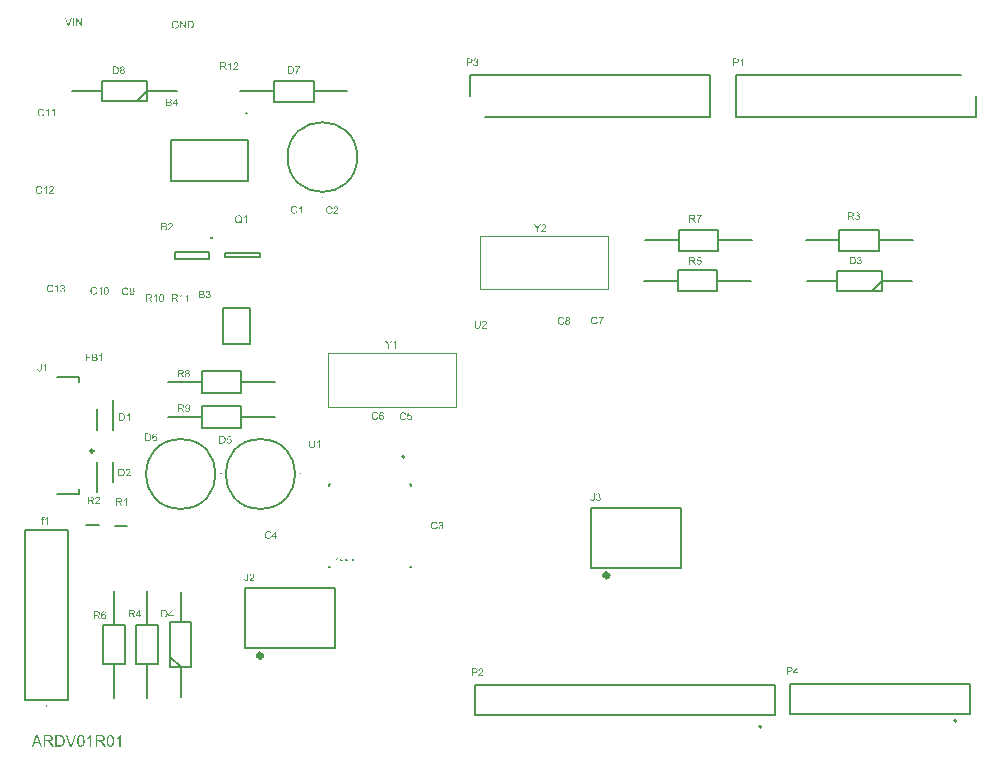
<source format=gto>
G04*
G04 #@! TF.GenerationSoftware,Altium Limited,Altium Designer,24.10.1 (45)*
G04*
G04 Layer_Color=65535*
%FSLAX44Y44*%
%MOMM*%
G71*
G04*
G04 #@! TF.SameCoordinates,5747CF6B-E7E8-4C91-AA59-05DF990D4A04*
G04*
G04*
G04 #@! TF.FilePolarity,Positive*
G04*
G01*
G75*
%ADD10C,0.1000*%
%ADD11C,0.2000*%
%ADD12C,0.2540*%
%ADD13C,0.2500*%
%ADD14C,0.5080*%
%ADD15C,0.1270*%
%ADD16C,0.1524*%
G36*
X532152Y790448D02*
X532176Y790445D01*
X532205Y790443D01*
X532237Y790440D01*
X532272Y790434D01*
X532348Y790416D01*
X532430Y790390D01*
X532471Y790372D01*
X532511Y790352D01*
X532550Y790329D01*
X532588Y790302D01*
X532590Y790299D01*
X532596Y790296D01*
X532605Y790288D01*
X532620Y790276D01*
X532634Y790261D01*
X532655Y790241D01*
X532675Y790220D01*
X532696Y790197D01*
X532719Y790168D01*
X532739Y790139D01*
X532763Y790104D01*
X532786Y790066D01*
X532807Y790028D01*
X532827Y789984D01*
X532862Y789890D01*
X532611Y789832D01*
Y789835D01*
X532608Y789841D01*
X532605Y789852D01*
X532599Y789867D01*
X532590Y789885D01*
X532582Y789905D01*
X532561Y789949D01*
X532535Y789998D01*
X532500Y790051D01*
X532462Y790098D01*
X532415Y790139D01*
X532409Y790142D01*
X532392Y790153D01*
X532365Y790168D01*
X532327Y790188D01*
X532284Y790206D01*
X532228Y790220D01*
X532167Y790232D01*
X532097Y790235D01*
X532076D01*
X532062Y790232D01*
X532041D01*
X532021Y790229D01*
X531968Y790220D01*
X531910Y790209D01*
X531848Y790188D01*
X531787Y790162D01*
X531729Y790127D01*
X531726D01*
X531723Y790121D01*
X531705Y790107D01*
X531679Y790083D01*
X531647Y790051D01*
X531615Y790010D01*
X531580Y789963D01*
X531548Y789905D01*
X531521Y789841D01*
Y789838D01*
X531518Y789832D01*
X531516Y789823D01*
X531513Y789809D01*
X531507Y789794D01*
X531504Y789774D01*
X531492Y789727D01*
X531480Y789671D01*
X531472Y789610D01*
X531466Y789543D01*
X531463Y789473D01*
Y789470D01*
Y789461D01*
Y789449D01*
Y789432D01*
X531466Y789411D01*
Y789385D01*
X531469Y789359D01*
X531472Y789330D01*
X531480Y789262D01*
X531492Y789189D01*
X531510Y789116D01*
X531533Y789046D01*
Y789043D01*
X531536Y789037D01*
X531542Y789029D01*
X531548Y789017D01*
X531562Y788982D01*
X531586Y788944D01*
X531618Y788897D01*
X531656Y788853D01*
X531699Y788810D01*
X531752Y788772D01*
X531755D01*
X531758Y788769D01*
X531767Y788763D01*
X531778Y788757D01*
X531810Y788745D01*
X531851Y788728D01*
X531898Y788713D01*
X531954Y788699D01*
X532015Y788687D01*
X532079Y788684D01*
X532100D01*
X532114Y788687D01*
X532132D01*
X532155Y788690D01*
X532205Y788699D01*
X532260Y788713D01*
X532322Y788737D01*
X532380Y788766D01*
X532439Y788807D01*
X532441Y788810D01*
X532444Y788812D01*
X532462Y788830D01*
X532488Y788859D01*
X532520Y788897D01*
X532552Y788950D01*
X532588Y789011D01*
X532617Y789087D01*
X532640Y789172D01*
X532894Y789108D01*
Y789105D01*
X532891Y789093D01*
X532885Y789078D01*
X532880Y789055D01*
X532868Y789032D01*
X532856Y788999D01*
X532845Y788967D01*
X532827Y788932D01*
X532789Y788853D01*
X532737Y788775D01*
X532678Y788699D01*
X532643Y788664D01*
X532605Y788631D01*
X532602Y788628D01*
X532596Y788626D01*
X532585Y788617D01*
X532567Y788605D01*
X532547Y788594D01*
X532523Y788579D01*
X532497Y788564D01*
X532465Y788550D01*
X532430Y788535D01*
X532392Y788520D01*
X532348Y788506D01*
X532304Y788494D01*
X532208Y788474D01*
X532155Y788471D01*
X532100Y788468D01*
X532071D01*
X532047Y788471D01*
X532021D01*
X531992Y788474D01*
X531956Y788480D01*
X531922Y788483D01*
X531840Y788500D01*
X531755Y788520D01*
X531673Y788553D01*
X531632Y788570D01*
X531594Y788594D01*
X531591Y788596D01*
X531586Y788599D01*
X531577Y788608D01*
X531562Y788617D01*
X531527Y788646D01*
X531486Y788687D01*
X531437Y788737D01*
X531390Y788801D01*
X531340Y788874D01*
X531299Y788959D01*
Y788961D01*
X531296Y788970D01*
X531291Y788982D01*
X531285Y788999D01*
X531276Y789023D01*
X531267Y789049D01*
X531258Y789078D01*
X531250Y789113D01*
X531241Y789148D01*
X531232Y789189D01*
X531215Y789277D01*
X531203Y789370D01*
X531200Y789473D01*
Y789476D01*
Y789487D01*
Y789502D01*
X531203Y789522D01*
Y789549D01*
X531206Y789581D01*
X531209Y789613D01*
X531215Y789651D01*
X531229Y789733D01*
X531247Y789820D01*
X531276Y789911D01*
X531314Y789995D01*
Y789998D01*
X531320Y790004D01*
X531326Y790016D01*
X531334Y790033D01*
X531346Y790051D01*
X531361Y790071D01*
X531399Y790121D01*
X531442Y790177D01*
X531498Y790232D01*
X531565Y790288D01*
X531638Y790334D01*
X531641D01*
X531647Y790340D01*
X531659Y790346D01*
X531676Y790352D01*
X531694Y790361D01*
X531717Y790372D01*
X531746Y790381D01*
X531775Y790393D01*
X531808Y790405D01*
X531843Y790413D01*
X531922Y790434D01*
X532009Y790445D01*
X532103Y790451D01*
X532132D01*
X532152Y790448D01*
D02*
G37*
G36*
X542189Y788500D02*
X541970D01*
Y788672D01*
X541967Y788669D01*
X541964Y788664D01*
X541955Y788655D01*
X541943Y788640D01*
X541932Y788626D01*
X541914Y788608D01*
X541894Y788590D01*
X541870Y788570D01*
X541844Y788553D01*
X541815Y788532D01*
X541783Y788515D01*
X541751Y788500D01*
X541713Y788485D01*
X541672Y788477D01*
X541628Y788471D01*
X541581Y788468D01*
X541564D01*
X541552Y788471D01*
X541520Y788474D01*
X541482Y788480D01*
X541432Y788491D01*
X541383Y788506D01*
X541327Y788529D01*
X541274Y788558D01*
X541272D01*
X541269Y788561D01*
X541251Y788576D01*
X541228Y788596D01*
X541196Y788626D01*
X541163Y788661D01*
X541126Y788705D01*
X541093Y788754D01*
X541061Y788812D01*
Y788816D01*
X541058Y788821D01*
X541055Y788830D01*
X541050Y788842D01*
X541044Y788856D01*
X541038Y788877D01*
X541023Y788923D01*
X541009Y788979D01*
X540997Y789043D01*
X540988Y789113D01*
X540985Y789192D01*
Y789195D01*
Y789201D01*
Y789213D01*
Y789227D01*
X540988Y789245D01*
Y789268D01*
X540994Y789318D01*
X541003Y789376D01*
X541015Y789438D01*
X541029Y789505D01*
X541053Y789569D01*
Y789572D01*
X541055Y789578D01*
X541061Y789587D01*
X541067Y789598D01*
X541082Y789628D01*
X541105Y789666D01*
X541134Y789709D01*
X541169Y789753D01*
X541210Y789794D01*
X541260Y789832D01*
X541263D01*
X541266Y789835D01*
X541283Y789847D01*
X541312Y789861D01*
X541351Y789879D01*
X541397Y789893D01*
X541450Y789908D01*
X541508Y789920D01*
X541570Y789922D01*
X541590D01*
X541613Y789920D01*
X541646Y789917D01*
X541678Y789908D01*
X541716Y789899D01*
X541754Y789885D01*
X541792Y789867D01*
X541797Y789864D01*
X541809Y789858D01*
X541827Y789847D01*
X541850Y789829D01*
X541873Y789811D01*
X541903Y789788D01*
X541929Y789759D01*
X541952Y789730D01*
Y790419D01*
X542189D01*
Y788500D01*
D02*
G37*
G36*
X537264Y789920D02*
X537302Y789917D01*
X537349Y789911D01*
X537395Y789902D01*
X537445Y789890D01*
X537492Y789873D01*
X537495D01*
X537498Y789870D01*
X537512Y789864D01*
X537536Y789852D01*
X537562Y789841D01*
X537591Y789820D01*
X537623Y789800D01*
X537653Y789774D01*
X537676Y789744D01*
X537679Y789741D01*
X537685Y789730D01*
X537696Y789712D01*
X537711Y789689D01*
X537723Y789660D01*
X537737Y789622D01*
X537749Y789581D01*
X537761Y789534D01*
X537530Y789502D01*
Y789508D01*
X537527Y789519D01*
X537521Y789540D01*
X537512Y789563D01*
X537501Y789589D01*
X537483Y789616D01*
X537463Y789645D01*
X537436Y789668D01*
X537433Y789671D01*
X537422Y789677D01*
X537404Y789689D01*
X537381Y789700D01*
X537352Y789709D01*
X537314Y789721D01*
X537273Y789727D01*
X537223Y789730D01*
X537197D01*
X537168Y789727D01*
X537133Y789724D01*
X537095Y789715D01*
X537057Y789706D01*
X537019Y789692D01*
X536989Y789674D01*
X536987Y789671D01*
X536978Y789666D01*
X536969Y789654D01*
X536957Y789639D01*
X536943Y789622D01*
X536934Y789598D01*
X536925Y789575D01*
X536922Y789549D01*
Y789546D01*
Y789540D01*
X536925Y789531D01*
Y789519D01*
X536934Y789493D01*
X536949Y789464D01*
X536951Y789461D01*
X536954Y789458D01*
X536972Y789444D01*
X536984Y789432D01*
X536998Y789423D01*
X537019Y789411D01*
X537039Y789403D01*
X537042D01*
X537048Y789400D01*
X537060Y789397D01*
X537080Y789391D01*
X537106Y789382D01*
X537144Y789370D01*
X537191Y789359D01*
X537217Y789350D01*
X537249Y789341D01*
X537252D01*
X537261Y789338D01*
X537273Y789335D01*
X537290Y789330D01*
X537311Y789324D01*
X537334Y789318D01*
X537387Y789303D01*
X537445Y789286D01*
X537504Y789265D01*
X537556Y789248D01*
X537579Y789239D01*
X537600Y789230D01*
X537606Y789227D01*
X537617Y789221D01*
X537635Y789213D01*
X537655Y789201D01*
X537682Y789184D01*
X537708Y789160D01*
X537731Y789137D01*
X537755Y789108D01*
X537758Y789105D01*
X537763Y789093D01*
X537772Y789075D01*
X537784Y789052D01*
X537796Y789023D01*
X537804Y788988D01*
X537810Y788950D01*
X537813Y788906D01*
Y788900D01*
Y788886D01*
X537810Y788862D01*
X537804Y788836D01*
X537796Y788801D01*
X537784Y788763D01*
X537766Y788725D01*
X537743Y788684D01*
X537740Y788678D01*
X537731Y788667D01*
X537714Y788649D01*
X537691Y788626D01*
X537664Y788599D01*
X537629Y788573D01*
X537588Y788547D01*
X537542Y788523D01*
X537536Y788520D01*
X537518Y788515D01*
X537492Y788506D01*
X537457Y788497D01*
X537413Y788485D01*
X537363Y788477D01*
X537308Y788471D01*
X537249Y788468D01*
X537223D01*
X537206Y788471D01*
X537182D01*
X537156Y788474D01*
X537095Y788483D01*
X537027Y788494D01*
X536960Y788515D01*
X536893Y788541D01*
X536864Y788558D01*
X536835Y788579D01*
X536832D01*
X536829Y788585D01*
X536811Y788599D01*
X536788Y788626D01*
X536759Y788664D01*
X536730Y788710D01*
X536700Y788769D01*
X536674Y788836D01*
X536656Y788915D01*
X536890Y788953D01*
Y788950D01*
Y788947D01*
X536893Y788929D01*
X536902Y788903D01*
X536911Y788871D01*
X536925Y788836D01*
X536943Y788801D01*
X536969Y788766D01*
X536998Y788734D01*
X537001Y788731D01*
X537016Y788722D01*
X537036Y788710D01*
X537062Y788699D01*
X537100Y788684D01*
X537141Y788672D01*
X537194Y788664D01*
X537249Y788661D01*
X537276D01*
X537305Y788664D01*
X537340Y788669D01*
X537381Y788675D01*
X537422Y788687D01*
X537460Y788705D01*
X537492Y788725D01*
X537495Y788728D01*
X537504Y788737D01*
X537518Y788751D01*
X537533Y788769D01*
X537544Y788792D01*
X537559Y788821D01*
X537568Y788850D01*
X537571Y788883D01*
Y788886D01*
Y788897D01*
X537568Y788909D01*
X537562Y788929D01*
X537553Y788947D01*
X537542Y788970D01*
X537524Y788991D01*
X537501Y789008D01*
X537498Y789011D01*
X537489Y789014D01*
X537474Y789020D01*
X537451Y789032D01*
X537419Y789040D01*
X537378Y789055D01*
X537352Y789064D01*
X537325Y789070D01*
X537293Y789078D01*
X537258Y789087D01*
X537255D01*
X537247Y789090D01*
X537235Y789093D01*
X537217Y789099D01*
X537194Y789105D01*
X537170Y789110D01*
X537115Y789128D01*
X537057Y789146D01*
X536995Y789163D01*
X536940Y789184D01*
X536916Y789192D01*
X536896Y789201D01*
X536893Y789204D01*
X536878Y789210D01*
X536861Y789221D01*
X536841Y789236D01*
X536814Y789254D01*
X536791Y789277D01*
X536764Y789303D01*
X536744Y789333D01*
X536741Y789335D01*
X536735Y789347D01*
X536730Y789365D01*
X536721Y789388D01*
X536709Y789414D01*
X536703Y789446D01*
X536697Y789482D01*
X536694Y789519D01*
Y789522D01*
Y789534D01*
X536697Y789555D01*
X536700Y789575D01*
X536703Y789601D01*
X536712Y789630D01*
X536721Y789663D01*
X536735Y789692D01*
X536738Y789695D01*
X536744Y789706D01*
X536753Y789721D01*
X536767Y789738D01*
X536782Y789759D01*
X536802Y789779D01*
X536826Y789803D01*
X536852Y789823D01*
X536855Y789826D01*
X536864Y789829D01*
X536875Y789838D01*
X536893Y789847D01*
X536913Y789858D01*
X536940Y789870D01*
X536969Y789882D01*
X537001Y789893D01*
X537007D01*
X537019Y789899D01*
X537036Y789902D01*
X537062Y789908D01*
X537095Y789914D01*
X537127Y789917D01*
X537165Y789922D01*
X537232D01*
X537264Y789920D01*
D02*
G37*
G36*
X545393D02*
X545414D01*
X545434Y789917D01*
X545487Y789908D01*
X545545Y789893D01*
X545609Y789873D01*
X545671Y789844D01*
X545726Y789806D01*
X545729D01*
X545732Y789800D01*
X545750Y789785D01*
X545773Y789759D01*
X545802Y789724D01*
X545834Y789677D01*
X545863Y789622D01*
X545890Y789555D01*
X545910Y789482D01*
X545682Y789446D01*
Y789449D01*
X545679Y789452D01*
X545676Y789470D01*
X545668Y789493D01*
X545656Y789525D01*
X545639Y789560D01*
X545618Y789595D01*
X545595Y789628D01*
X545565Y789657D01*
X545563Y789660D01*
X545551Y789668D01*
X545533Y789680D01*
X545510Y789695D01*
X545481Y789706D01*
X545449Y789718D01*
X545408Y789727D01*
X545367Y789730D01*
X545349D01*
X545338Y789727D01*
X545305Y789724D01*
X545265Y789715D01*
X545218Y789698D01*
X545171Y789674D01*
X545121Y789645D01*
X545098Y789625D01*
X545078Y789601D01*
X545072Y789595D01*
X545069Y789587D01*
X545060Y789578D01*
X545051Y789563D01*
X545043Y789546D01*
X545034Y789525D01*
X545025Y789502D01*
X545013Y789476D01*
X545005Y789446D01*
X544996Y789411D01*
X544987Y789376D01*
X544978Y789335D01*
X544975Y789292D01*
X544970Y789245D01*
Y789195D01*
Y789192D01*
Y789184D01*
Y789169D01*
X544972Y789148D01*
Y789125D01*
X544975Y789099D01*
X544984Y789040D01*
X544996Y788973D01*
X545013Y788903D01*
X545040Y788842D01*
X545057Y788812D01*
X545075Y788786D01*
X545081Y788780D01*
X545095Y788766D01*
X545119Y788745D01*
X545151Y788725D01*
X545189Y788701D01*
X545238Y788681D01*
X545291Y788667D01*
X545320Y788664D01*
X545352Y788661D01*
X545376D01*
X545402Y788667D01*
X545434Y788672D01*
X545469Y788681D01*
X545510Y788696D01*
X545548Y788716D01*
X545583Y788745D01*
X545586Y788748D01*
X545598Y788763D01*
X545615Y788780D01*
X545633Y788810D01*
X545653Y788848D01*
X545674Y788891D01*
X545691Y788947D01*
X545703Y789008D01*
X545933Y788976D01*
Y788973D01*
X545931Y788964D01*
X545928Y788953D01*
X545925Y788938D01*
X545919Y788918D01*
X545913Y788894D01*
X545896Y788839D01*
X545869Y788780D01*
X545834Y788716D01*
X545790Y788658D01*
X545738Y788602D01*
X545735D01*
X545732Y788596D01*
X545723Y788590D01*
X545712Y788582D01*
X545694Y788570D01*
X545676Y788558D01*
X545633Y788535D01*
X545577Y788512D01*
X545510Y788488D01*
X545437Y788474D01*
X545396Y788471D01*
X545355Y788468D01*
X545329D01*
X545308Y788471D01*
X545285Y788474D01*
X545256Y788477D01*
X545227Y788483D01*
X545192Y788491D01*
X545119Y788512D01*
X545081Y788529D01*
X545043Y788547D01*
X545005Y788567D01*
X544970Y788590D01*
X544935Y788620D01*
X544899Y788652D01*
X544897Y788655D01*
X544891Y788661D01*
X544885Y788672D01*
X544873Y788687D01*
X544859Y788707D01*
X544844Y788731D01*
X544829Y788757D01*
X544815Y788789D01*
X544797Y788824D01*
X544783Y788865D01*
X544768Y788909D01*
X544753Y788959D01*
X544742Y789008D01*
X544736Y789067D01*
X544730Y789125D01*
X544727Y789189D01*
Y789192D01*
Y789198D01*
Y789213D01*
Y789227D01*
X544730Y789248D01*
Y789268D01*
X544736Y789324D01*
X544745Y789385D01*
X544759Y789449D01*
X544777Y789519D01*
X544800Y789584D01*
Y789587D01*
X544803Y789593D01*
X544809Y789601D01*
X544815Y789613D01*
X544832Y789642D01*
X544856Y789680D01*
X544888Y789721D01*
X544926Y789762D01*
X544972Y789803D01*
X545025Y789838D01*
X545028D01*
X545031Y789841D01*
X545040Y789847D01*
X545051Y789852D01*
X545084Y789864D01*
X545124Y789882D01*
X545171Y789896D01*
X545230Y789911D01*
X545291Y789920D01*
X545355Y789922D01*
X545378D01*
X545393Y789920D01*
D02*
G37*
G36*
X548746Y788500D02*
X548536D01*
Y788701D01*
X548533Y788699D01*
X548527Y788693D01*
X548519Y788681D01*
X548507Y788667D01*
X548489Y788646D01*
X548469Y788628D01*
X548446Y788605D01*
X548419Y788585D01*
X548390Y788564D01*
X548358Y788541D01*
X548320Y788523D01*
X548282Y788506D01*
X548238Y788488D01*
X548194Y788477D01*
X548145Y788471D01*
X548095Y788468D01*
X548075D01*
X548051Y788471D01*
X548019Y788474D01*
X547984Y788480D01*
X547946Y788488D01*
X547905Y788500D01*
X547864Y788515D01*
X547859Y788518D01*
X547847Y788523D01*
X547829Y788532D01*
X547806Y788547D01*
X547780Y788564D01*
X547753Y788585D01*
X547730Y788605D01*
X547707Y788631D01*
X547704Y788634D01*
X547698Y788643D01*
X547689Y788661D01*
X547680Y788681D01*
X547666Y788707D01*
X547654Y788737D01*
X547642Y788769D01*
X547634Y788807D01*
Y788810D01*
X547631Y788821D01*
Y788836D01*
X547628Y788859D01*
X547625Y788891D01*
Y788929D01*
X547622Y788973D01*
Y789026D01*
Y789890D01*
X547859D01*
Y789116D01*
Y789113D01*
Y789108D01*
Y789099D01*
Y789087D01*
Y789055D01*
X547861Y789017D01*
Y788976D01*
X547864Y788935D01*
X547867Y788897D01*
X547870Y788868D01*
Y788865D01*
X547876Y788853D01*
X547882Y788836D01*
X547891Y788816D01*
X547902Y788792D01*
X547920Y788766D01*
X547940Y788742D01*
X547964Y788722D01*
X547966Y788719D01*
X547978Y788713D01*
X547993Y788705D01*
X548013Y788696D01*
X548040Y788687D01*
X548069Y788678D01*
X548104Y788672D01*
X548142Y788669D01*
X548159D01*
X548180Y788672D01*
X548206Y788675D01*
X548235Y788681D01*
X548267Y788693D01*
X548302Y788705D01*
X548338Y788722D01*
X548340Y788725D01*
X548352Y788734D01*
X548370Y788745D01*
X548390Y788763D01*
X548410Y788783D01*
X548434Y788810D01*
X548451Y788839D01*
X548469Y788871D01*
X548472Y788877D01*
X548475Y788888D01*
X548481Y788909D01*
X548489Y788941D01*
X548498Y788979D01*
X548504Y789026D01*
X548507Y789081D01*
X548510Y789143D01*
Y789890D01*
X548746D01*
Y788500D01*
D02*
G37*
G36*
X544385D02*
X544117D01*
Y788769D01*
X544385D01*
Y788500D01*
D02*
G37*
G36*
X540661D02*
X540392D01*
Y788769D01*
X540661D01*
Y788500D01*
D02*
G37*
G36*
X534898D02*
X534661D01*
Y790419D01*
X534898D01*
Y788500D01*
D02*
G37*
G36*
X538368Y789890D02*
X538605D01*
Y789706D01*
X538368D01*
Y788891D01*
Y788888D01*
Y788877D01*
Y788859D01*
X538371Y788839D01*
X538374Y788795D01*
X538377Y788777D01*
X538380Y788763D01*
X538383Y788757D01*
X538389Y788745D01*
X538400Y788731D01*
X538418Y788716D01*
X538424Y788713D01*
X538438Y788710D01*
X538465Y788705D01*
X538500Y788701D01*
X538529D01*
X538543Y788705D01*
X538561D01*
X538605Y788710D01*
X538637Y788503D01*
X538631D01*
X538619Y788500D01*
X538602Y788497D01*
X538576Y788494D01*
X538549Y788488D01*
X538520Y788485D01*
X538459Y788483D01*
X538438D01*
X538415Y788485D01*
X538386Y788488D01*
X538354Y788491D01*
X538318Y788500D01*
X538286Y788509D01*
X538257Y788520D01*
X538254Y788523D01*
X538246Y788529D01*
X538234Y788538D01*
X538219Y788550D01*
X538202Y788564D01*
X538187Y788582D01*
X538170Y788602D01*
X538158Y788626D01*
Y788628D01*
X538155Y788640D01*
X538149Y788658D01*
X538146Y788687D01*
X538140Y788725D01*
X538137Y788745D01*
X538134Y788772D01*
Y788801D01*
X538131Y788833D01*
Y788868D01*
Y788906D01*
Y789706D01*
X537956D01*
Y789890D01*
X538131D01*
Y790232D01*
X538368Y790375D01*
Y789890D01*
D02*
G37*
G36*
X546751Y789920D02*
X546775Y789917D01*
X546804Y789914D01*
X546833Y789908D01*
X546868Y789899D01*
X546938Y789876D01*
X546976Y789861D01*
X547014Y789841D01*
X547052Y789820D01*
X547090Y789794D01*
X547125Y789765D01*
X547160Y789730D01*
X547163Y789727D01*
X547169Y789721D01*
X547178Y789709D01*
X547190Y789695D01*
X547201Y789674D01*
X547216Y789651D01*
X547233Y789625D01*
X547251Y789593D01*
X547266Y789555D01*
X547283Y789517D01*
X547298Y789473D01*
X547312Y789423D01*
X547321Y789373D01*
X547330Y789318D01*
X547336Y789259D01*
X547338Y789195D01*
Y789192D01*
Y789181D01*
Y789160D01*
X547336Y789134D01*
X546302D01*
Y789131D01*
Y789125D01*
X546305Y789110D01*
Y789096D01*
X546307Y789075D01*
X546310Y789055D01*
X546322Y789002D01*
X546339Y788947D01*
X546360Y788888D01*
X546392Y788830D01*
X546430Y788780D01*
X546436Y788775D01*
X546451Y788763D01*
X546477Y788742D01*
X546509Y788722D01*
X546553Y788699D01*
X546602Y788678D01*
X546658Y788667D01*
X546719Y788661D01*
X546743D01*
X546766Y788664D01*
X546795Y788669D01*
X546830Y788678D01*
X546868Y788690D01*
X546906Y788705D01*
X546941Y788728D01*
X546944Y788731D01*
X546956Y788742D01*
X546973Y788757D01*
X546994Y788783D01*
X547017Y788812D01*
X547041Y788850D01*
X547064Y788897D01*
X547087Y788950D01*
X547330Y788918D01*
Y788915D01*
X547327Y788909D01*
X547324Y788897D01*
X547318Y788883D01*
X547312Y788865D01*
X547304Y788845D01*
X547280Y788795D01*
X547251Y788742D01*
X547216Y788687D01*
X547169Y788631D01*
X547117Y788585D01*
X547114D01*
X547111Y788579D01*
X547102Y788573D01*
X547087Y788567D01*
X547073Y788558D01*
X547055Y788547D01*
X547035Y788538D01*
X547009Y788526D01*
X546953Y788506D01*
X546883Y788485D01*
X546807Y788474D01*
X546719Y788468D01*
X546690D01*
X546670Y788471D01*
X546643Y788474D01*
X546614Y788477D01*
X546582Y788483D01*
X546544Y788491D01*
X546468Y788515D01*
X546427Y788529D01*
X546389Y788547D01*
X546348Y788567D01*
X546310Y788594D01*
X546272Y788623D01*
X546237Y788655D01*
X546234Y788658D01*
X546228Y788664D01*
X546220Y788675D01*
X546211Y788690D01*
X546196Y788707D01*
X546182Y788731D01*
X546164Y788760D01*
X546150Y788792D01*
X546132Y788827D01*
X546115Y788865D01*
X546100Y788909D01*
X546088Y788956D01*
X546077Y789005D01*
X546068Y789061D01*
X546062Y789119D01*
X546059Y789181D01*
Y789184D01*
Y789195D01*
Y789216D01*
X546062Y789239D01*
X546065Y789268D01*
X546068Y789303D01*
X546074Y789341D01*
X546082Y789382D01*
X546103Y789470D01*
X546118Y789514D01*
X546135Y789560D01*
X546156Y789604D01*
X546179Y789648D01*
X546205Y789689D01*
X546237Y789727D01*
X546240Y789730D01*
X546246Y789736D01*
X546255Y789744D01*
X546269Y789759D01*
X546287Y789774D01*
X546310Y789788D01*
X546334Y789806D01*
X546363Y789826D01*
X546395Y789844D01*
X546430Y789861D01*
X546468Y789876D01*
X546512Y789893D01*
X546556Y789905D01*
X546602Y789914D01*
X546652Y789920D01*
X546705Y789922D01*
X546731D01*
X546751Y789920D01*
D02*
G37*
G36*
X543170D02*
X543197Y789917D01*
X543223Y789914D01*
X543255Y789908D01*
X543290Y789899D01*
X543363Y789876D01*
X543401Y789861D01*
X543442Y789844D01*
X543480Y789820D01*
X543518Y789794D01*
X543556Y789765D01*
X543591Y789733D01*
X543594Y789730D01*
X543600Y789724D01*
X543608Y789712D01*
X543620Y789698D01*
X543635Y789680D01*
X543649Y789657D01*
X543667Y789628D01*
X543684Y789598D01*
X543699Y789563D01*
X543717Y789522D01*
X543731Y789482D01*
X543746Y789435D01*
X543757Y789385D01*
X543766Y789330D01*
X543772Y789274D01*
X543775Y789213D01*
Y789210D01*
Y789201D01*
Y789186D01*
Y789169D01*
X543772Y789146D01*
Y789119D01*
X543769Y789090D01*
X543766Y789058D01*
X543755Y788991D01*
X543740Y788921D01*
X543719Y788850D01*
X543693Y788789D01*
Y788786D01*
X543690Y788783D01*
X543679Y788763D01*
X543658Y788737D01*
X543632Y788701D01*
X543600Y788664D01*
X543559Y788626D01*
X543512Y788588D01*
X543456Y788553D01*
X543454D01*
X543451Y788550D01*
X543442Y788544D01*
X543430Y788541D01*
X543398Y788526D01*
X543357Y788512D01*
X543307Y788494D01*
X543252Y788483D01*
X543191Y788471D01*
X543124Y788468D01*
X543094D01*
X543074Y788471D01*
X543050Y788474D01*
X543021Y788477D01*
X542989Y788483D01*
X542954Y788491D01*
X542881Y788515D01*
X542840Y788529D01*
X542802Y788547D01*
X542761Y788567D01*
X542723Y788594D01*
X542685Y788623D01*
X542650Y788655D01*
X542647Y788658D01*
X542642Y788664D01*
X542633Y788675D01*
X542624Y788690D01*
X542609Y788710D01*
X542595Y788734D01*
X542577Y788760D01*
X542563Y788792D01*
X542545Y788830D01*
X542528Y788868D01*
X542513Y788915D01*
X542501Y788961D01*
X542490Y789014D01*
X542481Y789070D01*
X542475Y789131D01*
X542472Y789195D01*
Y789201D01*
Y789213D01*
X542475Y789233D01*
Y789259D01*
X542478Y789292D01*
X542484Y789327D01*
X542490Y789368D01*
X542498Y789411D01*
X542510Y789458D01*
X542525Y789505D01*
X542542Y789552D01*
X542563Y789598D01*
X542586Y789645D01*
X542615Y789689D01*
X542647Y789730D01*
X542685Y789768D01*
X542688Y789771D01*
X542694Y789774D01*
X542703Y789782D01*
X542718Y789791D01*
X542735Y789803D01*
X542756Y789817D01*
X542779Y789832D01*
X542808Y789847D01*
X542837Y789858D01*
X542869Y789873D01*
X542945Y789899D01*
X543030Y789917D01*
X543077Y789920D01*
X543124Y789922D01*
X543150D01*
X543170Y789920D01*
D02*
G37*
G36*
X539452D02*
X539475Y789917D01*
X539504Y789914D01*
X539534Y789908D01*
X539569Y789899D01*
X539639Y789876D01*
X539677Y789861D01*
X539715Y789841D01*
X539753Y789820D01*
X539791Y789794D01*
X539826Y789765D01*
X539861Y789730D01*
X539864Y789727D01*
X539869Y789721D01*
X539878Y789709D01*
X539890Y789695D01*
X539902Y789674D01*
X539916Y789651D01*
X539934Y789625D01*
X539951Y789593D01*
X539966Y789555D01*
X539983Y789517D01*
X539998Y789473D01*
X540013Y789423D01*
X540021Y789373D01*
X540030Y789318D01*
X540036Y789259D01*
X540039Y789195D01*
Y789192D01*
Y789181D01*
Y789160D01*
X540036Y789134D01*
X539002D01*
Y789131D01*
Y789125D01*
X539005Y789110D01*
Y789096D01*
X539008Y789075D01*
X539011Y789055D01*
X539022Y789002D01*
X539040Y788947D01*
X539060Y788888D01*
X539092Y788830D01*
X539131Y788780D01*
X539136Y788775D01*
X539151Y788763D01*
X539177Y788742D01*
X539209Y788722D01*
X539253Y788699D01*
X539303Y788678D01*
X539358Y788667D01*
X539420Y788661D01*
X539443D01*
X539466Y788664D01*
X539496Y788669D01*
X539531Y788678D01*
X539569Y788690D01*
X539607Y788705D01*
X539642Y788728D01*
X539645Y788731D01*
X539656Y788742D01*
X539674Y788757D01*
X539694Y788783D01*
X539718Y788812D01*
X539741Y788850D01*
X539764Y788897D01*
X539788Y788950D01*
X540030Y788918D01*
Y788915D01*
X540027Y788909D01*
X540024Y788897D01*
X540019Y788883D01*
X540013Y788865D01*
X540004Y788845D01*
X539981Y788795D01*
X539951Y788742D01*
X539916Y788687D01*
X539869Y788631D01*
X539817Y788585D01*
X539814D01*
X539811Y788579D01*
X539802Y788573D01*
X539788Y788567D01*
X539773Y788558D01*
X539756Y788547D01*
X539735Y788538D01*
X539709Y788526D01*
X539653Y788506D01*
X539583Y788485D01*
X539507Y788474D01*
X539420Y788468D01*
X539390D01*
X539370Y788471D01*
X539344Y788474D01*
X539314Y788477D01*
X539282Y788483D01*
X539244Y788491D01*
X539169Y788515D01*
X539128Y788529D01*
X539090Y788547D01*
X539049Y788567D01*
X539011Y788594D01*
X538973Y788623D01*
X538938Y788655D01*
X538935Y788658D01*
X538929Y788664D01*
X538920Y788675D01*
X538911Y788690D01*
X538897Y788707D01*
X538882Y788731D01*
X538865Y788760D01*
X538850Y788792D01*
X538833Y788827D01*
X538815Y788865D01*
X538800Y788909D01*
X538789Y788956D01*
X538777Y789005D01*
X538768Y789061D01*
X538763Y789119D01*
X538760Y789181D01*
Y789184D01*
Y789195D01*
Y789216D01*
X538763Y789239D01*
X538765Y789268D01*
X538768Y789303D01*
X538774Y789341D01*
X538783Y789382D01*
X538803Y789470D01*
X538818Y789514D01*
X538835Y789560D01*
X538856Y789604D01*
X538879Y789648D01*
X538906Y789689D01*
X538938Y789727D01*
X538941Y789730D01*
X538946Y789736D01*
X538955Y789744D01*
X538970Y789759D01*
X538987Y789774D01*
X539011Y789788D01*
X539034Y789806D01*
X539063Y789826D01*
X539095Y789844D01*
X539131Y789861D01*
X539169Y789876D01*
X539212Y789893D01*
X539256Y789905D01*
X539303Y789914D01*
X539352Y789920D01*
X539405Y789922D01*
X539431D01*
X539452Y789920D01*
D02*
G37*
G36*
X535877D02*
X535900Y789917D01*
X535929Y789914D01*
X535958Y789908D01*
X535993Y789899D01*
X536063Y789876D01*
X536101Y789861D01*
X536139Y789841D01*
X536177Y789820D01*
X536215Y789794D01*
X536250Y789765D01*
X536286Y789730D01*
X536288Y789727D01*
X536294Y789721D01*
X536303Y789709D01*
X536315Y789695D01*
X536326Y789674D01*
X536341Y789651D01*
X536358Y789625D01*
X536376Y789593D01*
X536391Y789555D01*
X536408Y789517D01*
X536423Y789473D01*
X536437Y789423D01*
X536446Y789373D01*
X536455Y789318D01*
X536461Y789259D01*
X536464Y789195D01*
Y789192D01*
Y789181D01*
Y789160D01*
X536461Y789134D01*
X535427D01*
Y789131D01*
Y789125D01*
X535430Y789110D01*
Y789096D01*
X535433Y789075D01*
X535435Y789055D01*
X535447Y789002D01*
X535465Y788947D01*
X535485Y788888D01*
X535517Y788830D01*
X535555Y788780D01*
X535561Y788775D01*
X535576Y788763D01*
X535602Y788742D01*
X535634Y788722D01*
X535678Y788699D01*
X535728Y788678D01*
X535783Y788667D01*
X535844Y788661D01*
X535868D01*
X535891Y788664D01*
X535920Y788669D01*
X535955Y788678D01*
X535993Y788690D01*
X536031Y788705D01*
X536066Y788728D01*
X536069Y788731D01*
X536081Y788742D01*
X536099Y788757D01*
X536119Y788783D01*
X536142Y788812D01*
X536166Y788850D01*
X536189Y788897D01*
X536212Y788950D01*
X536455Y788918D01*
Y788915D01*
X536452Y788909D01*
X536449Y788897D01*
X536443Y788883D01*
X536437Y788865D01*
X536429Y788845D01*
X536405Y788795D01*
X536376Y788742D01*
X536341Y788687D01*
X536294Y788631D01*
X536242Y788585D01*
X536239D01*
X536236Y788579D01*
X536227Y788573D01*
X536212Y788567D01*
X536198Y788558D01*
X536180Y788547D01*
X536160Y788538D01*
X536134Y788526D01*
X536078Y788506D01*
X536008Y788485D01*
X535932Y788474D01*
X535844Y788468D01*
X535815D01*
X535795Y788471D01*
X535768Y788474D01*
X535739Y788477D01*
X535707Y788483D01*
X535669Y788491D01*
X535593Y788515D01*
X535552Y788529D01*
X535514Y788547D01*
X535473Y788567D01*
X535435Y788594D01*
X535397Y788623D01*
X535362Y788655D01*
X535359Y788658D01*
X535354Y788664D01*
X535345Y788675D01*
X535336Y788690D01*
X535322Y788707D01*
X535307Y788731D01*
X535289Y788760D01*
X535275Y788792D01*
X535257Y788827D01*
X535240Y788865D01*
X535225Y788909D01*
X535214Y788956D01*
X535202Y789005D01*
X535193Y789061D01*
X535187Y789119D01*
X535184Y789181D01*
Y789184D01*
Y789195D01*
Y789216D01*
X535187Y789239D01*
X535190Y789268D01*
X535193Y789303D01*
X535199Y789341D01*
X535208Y789382D01*
X535228Y789470D01*
X535243Y789514D01*
X535260Y789560D01*
X535281Y789604D01*
X535304Y789648D01*
X535330Y789689D01*
X535362Y789727D01*
X535365Y789730D01*
X535371Y789736D01*
X535380Y789744D01*
X535395Y789759D01*
X535412Y789774D01*
X535435Y789788D01*
X535459Y789806D01*
X535488Y789826D01*
X535520Y789844D01*
X535555Y789861D01*
X535593Y789876D01*
X535637Y789893D01*
X535681Y789905D01*
X535728Y789914D01*
X535777Y789920D01*
X535830Y789922D01*
X535856D01*
X535877Y789920D01*
D02*
G37*
G36*
X533791D02*
X533814Y789917D01*
X533843Y789914D01*
X533873Y789908D01*
X533908Y789899D01*
X533978Y789876D01*
X534016Y789861D01*
X534054Y789841D01*
X534092Y789820D01*
X534130Y789794D01*
X534165Y789765D01*
X534200Y789730D01*
X534203Y789727D01*
X534209Y789721D01*
X534217Y789709D01*
X534229Y789695D01*
X534241Y789674D01*
X534255Y789651D01*
X534273Y789625D01*
X534290Y789593D01*
X534305Y789555D01*
X534323Y789517D01*
X534337Y789473D01*
X534352Y789423D01*
X534361Y789373D01*
X534369Y789318D01*
X534375Y789259D01*
X534378Y789195D01*
Y789192D01*
Y789181D01*
Y789160D01*
X534375Y789134D01*
X533341D01*
Y789131D01*
Y789125D01*
X533344Y789110D01*
Y789096D01*
X533347Y789075D01*
X533350Y789055D01*
X533362Y789002D01*
X533379Y788947D01*
X533400Y788888D01*
X533432Y788830D01*
X533470Y788780D01*
X533475Y788775D01*
X533490Y788763D01*
X533516Y788742D01*
X533549Y788722D01*
X533592Y788699D01*
X533642Y788678D01*
X533698Y788667D01*
X533759Y788661D01*
X533782D01*
X533806Y788664D01*
X533835Y788669D01*
X533870Y788678D01*
X533908Y788690D01*
X533946Y788705D01*
X533981Y788728D01*
X533984Y788731D01*
X533995Y788742D01*
X534013Y788757D01*
X534033Y788783D01*
X534057Y788812D01*
X534080Y788850D01*
X534104Y788897D01*
X534127Y788950D01*
X534369Y788918D01*
Y788915D01*
X534366Y788909D01*
X534363Y788897D01*
X534358Y788883D01*
X534352Y788865D01*
X534343Y788845D01*
X534320Y788795D01*
X534290Y788742D01*
X534255Y788687D01*
X534209Y788631D01*
X534156Y788585D01*
X534153D01*
X534150Y788579D01*
X534142Y788573D01*
X534127Y788567D01*
X534112Y788558D01*
X534095Y788547D01*
X534074Y788538D01*
X534048Y788526D01*
X533993Y788506D01*
X533922Y788485D01*
X533846Y788474D01*
X533759Y788468D01*
X533730D01*
X533709Y788471D01*
X533683Y788474D01*
X533654Y788477D01*
X533621Y788483D01*
X533583Y788491D01*
X533508Y788515D01*
X533467Y788529D01*
X533429Y788547D01*
X533388Y788567D01*
X533350Y788594D01*
X533312Y788623D01*
X533277Y788655D01*
X533274Y788658D01*
X533268Y788664D01*
X533259Y788675D01*
X533251Y788690D01*
X533236Y788707D01*
X533221Y788731D01*
X533204Y788760D01*
X533189Y788792D01*
X533172Y788827D01*
X533154Y788865D01*
X533139Y788909D01*
X533128Y788956D01*
X533116Y789005D01*
X533107Y789061D01*
X533102Y789119D01*
X533099Y789181D01*
Y789184D01*
Y789195D01*
Y789216D01*
X533102Y789239D01*
X533105Y789268D01*
X533107Y789303D01*
X533113Y789341D01*
X533122Y789382D01*
X533143Y789470D01*
X533157Y789514D01*
X533175Y789560D01*
X533195Y789604D01*
X533218Y789648D01*
X533245Y789689D01*
X533277Y789727D01*
X533280Y789730D01*
X533286Y789736D01*
X533294Y789744D01*
X533309Y789759D01*
X533326Y789774D01*
X533350Y789788D01*
X533373Y789806D01*
X533402Y789826D01*
X533435Y789844D01*
X533470Y789861D01*
X533508Y789876D01*
X533551Y789893D01*
X533595Y789905D01*
X533642Y789914D01*
X533692Y789920D01*
X533744Y789922D01*
X533770D01*
X533791Y789920D01*
D02*
G37*
G36*
X307138Y631200D02*
X305816D01*
X302027Y640962D01*
X303438D01*
X305964Y633875D01*
Y633860D01*
X305979Y633830D01*
X305994Y633786D01*
X306024Y633726D01*
X306068Y633563D01*
X306142Y633355D01*
X306232Y633102D01*
X306321Y632835D01*
X306484Y632270D01*
Y632285D01*
X306499Y632300D01*
X306514Y632344D01*
X306529Y632404D01*
X306573Y632567D01*
X306633Y632775D01*
X306707Y633013D01*
X306796Y633280D01*
X306900Y633577D01*
X307004Y633875D01*
X309649Y640962D01*
X310957D01*
X307138Y631200D01*
D02*
G37*
G36*
X348728D02*
X347525D01*
Y638838D01*
X347510Y638823D01*
X347450Y638763D01*
X347346Y638689D01*
X347213Y638585D01*
X347049Y638451D01*
X346856Y638317D01*
X346633Y638154D01*
X346381Y638005D01*
X346366D01*
X346351Y637991D01*
X346262Y637931D01*
X346128Y637857D01*
X345965Y637768D01*
X345771Y637664D01*
X345563Y637575D01*
X345340Y637471D01*
X345132Y637381D01*
Y638555D01*
X345147D01*
X345177Y638570D01*
X345236Y638600D01*
X345296Y638644D01*
X345385Y638689D01*
X345489Y638733D01*
X345727Y638867D01*
X345994Y639031D01*
X346291Y639224D01*
X346589Y639447D01*
X346871Y639684D01*
X346886Y639699D01*
X346901Y639714D01*
X346990Y639803D01*
X347123Y639937D01*
X347287Y640100D01*
X347465Y640309D01*
X347644Y640531D01*
X347807Y640769D01*
X347941Y641007D01*
X348728D01*
Y631200D01*
D02*
G37*
G36*
X331953Y640947D02*
X332071D01*
X332369Y640933D01*
X332681Y640903D01*
X333008Y640844D01*
X333320Y640784D01*
X333468Y640740D01*
X333602Y640695D01*
X333617D01*
X333632Y640680D01*
X333721Y640650D01*
X333840Y640576D01*
X333988Y640472D01*
X334166Y640353D01*
X334345Y640190D01*
X334523Y639996D01*
X334687Y639759D01*
X334701Y639729D01*
X334746Y639640D01*
X334820Y639506D01*
X334895Y639328D01*
X334969Y639105D01*
X335043Y638852D01*
X335088Y638585D01*
X335103Y638288D01*
Y638273D01*
Y638243D01*
Y638184D01*
X335088Y638109D01*
Y638020D01*
X335073Y637916D01*
X335014Y637678D01*
X334939Y637396D01*
X334820Y637114D01*
X334642Y636817D01*
X334538Y636668D01*
X334419Y636534D01*
X334389Y636505D01*
X334345Y636475D01*
X334300Y636415D01*
X334226Y636371D01*
X334137Y636297D01*
X334033Y636237D01*
X333914Y636163D01*
X333780Y636089D01*
X333617Y636014D01*
X333453Y635940D01*
X333260Y635866D01*
X333067Y635791D01*
X332844Y635732D01*
X332606Y635687D01*
X332354Y635643D01*
X332383Y635628D01*
X332443Y635598D01*
X332532Y635554D01*
X332636Y635494D01*
X332889Y635331D01*
X333022Y635242D01*
X333126Y635153D01*
X333156Y635123D01*
X333230Y635063D01*
X333334Y634944D01*
X333468Y634796D01*
X333632Y634603D01*
X333810Y634380D01*
X334003Y634127D01*
X334196Y633845D01*
X335890Y631200D01*
X334271D01*
X332978Y633221D01*
Y633236D01*
X332948Y633265D01*
X332918Y633310D01*
X332889Y633369D01*
X332785Y633518D01*
X332651Y633711D01*
X332502Y633934D01*
X332339Y634157D01*
X332190Y634365D01*
X332042Y634558D01*
X332027Y634573D01*
X331982Y634632D01*
X331908Y634722D01*
X331834Y634826D01*
X331611Y635034D01*
X331507Y635138D01*
X331388Y635212D01*
X331373Y635227D01*
X331343Y635242D01*
X331284Y635271D01*
X331209Y635316D01*
X331031Y635405D01*
X330808Y635479D01*
X330793D01*
X330764Y635494D01*
X330704D01*
X330630Y635509D01*
X330526Y635524D01*
X330407D01*
X330259Y635539D01*
X328594D01*
Y631200D01*
X327302D01*
Y640962D01*
X331834D01*
X331953Y640947D01*
D02*
G37*
G36*
X323736Y631200D02*
X322532D01*
Y638838D01*
X322517Y638823D01*
X322458Y638763D01*
X322354Y638689D01*
X322220Y638585D01*
X322056Y638451D01*
X321863Y638317D01*
X321640Y638154D01*
X321388Y638005D01*
X321373D01*
X321358Y637991D01*
X321269Y637931D01*
X321135Y637857D01*
X320972Y637768D01*
X320779Y637664D01*
X320570Y637575D01*
X320348Y637471D01*
X320140Y637381D01*
Y638555D01*
X320154D01*
X320184Y638570D01*
X320244Y638600D01*
X320303Y638644D01*
X320392Y638689D01*
X320496Y638733D01*
X320734Y638867D01*
X321001Y639031D01*
X321299Y639224D01*
X321596Y639447D01*
X321878Y639684D01*
X321893Y639699D01*
X321908Y639714D01*
X321997Y639803D01*
X322131Y639937D01*
X322294Y640100D01*
X322472Y640309D01*
X322651Y640531D01*
X322814Y640769D01*
X322948Y641007D01*
X323736D01*
Y631200D01*
D02*
G37*
G36*
X297197Y640947D02*
X297465Y640933D01*
X297762Y640903D01*
X298044Y640858D01*
X298282Y640814D01*
X298297D01*
X298327Y640799D01*
X298356D01*
X298416Y640769D01*
X298579Y640725D01*
X298772Y640650D01*
X298995Y640561D01*
X299233Y640442D01*
X299471Y640294D01*
X299708Y640115D01*
X299723D01*
X299738Y640086D01*
X299842Y639996D01*
X299976Y639848D01*
X300139Y639655D01*
X300333Y639417D01*
X300526Y639135D01*
X300704Y638808D01*
X300868Y638436D01*
Y638422D01*
X300882Y638392D01*
X300897Y638332D01*
X300927Y638258D01*
X300957Y638169D01*
X300986Y638050D01*
X301031Y637916D01*
X301061Y637768D01*
X301090Y637604D01*
X301135Y637426D01*
X301194Y637040D01*
X301239Y636609D01*
X301254Y636133D01*
Y636118D01*
Y636089D01*
Y636029D01*
Y635940D01*
X301239Y635851D01*
Y635732D01*
X301224Y635465D01*
X301194Y635167D01*
X301135Y634826D01*
X301075Y634484D01*
X300986Y634157D01*
Y634142D01*
X300972Y634112D01*
X300957Y634068D01*
X300942Y634008D01*
X300882Y633860D01*
X300808Y633652D01*
X300719Y633429D01*
X300600Y633191D01*
X300466Y632953D01*
X300318Y632730D01*
X300303Y632701D01*
X300243Y632641D01*
X300169Y632537D01*
X300050Y632404D01*
X299931Y632270D01*
X299768Y632121D01*
X299604Y631973D01*
X299426Y631839D01*
X299411Y631824D01*
X299337Y631794D01*
X299233Y631735D01*
X299099Y631661D01*
X298936Y631586D01*
X298743Y631512D01*
X298520Y631438D01*
X298267Y631363D01*
X298237D01*
X298148Y631334D01*
X298015Y631319D01*
X297821Y631289D01*
X297598Y631259D01*
X297331Y631230D01*
X297034Y631215D01*
X296707Y631200D01*
X293200D01*
Y640962D01*
X296945D01*
X297197Y640947D01*
D02*
G37*
G36*
X288029D02*
X288148D01*
X288445Y640933D01*
X288757Y640903D01*
X289084Y640844D01*
X289396Y640784D01*
X289545Y640740D01*
X289679Y640695D01*
X289694D01*
X289708Y640680D01*
X289797Y640650D01*
X289916Y640576D01*
X290065Y640472D01*
X290243Y640353D01*
X290422Y640190D01*
X290600Y639996D01*
X290763Y639759D01*
X290778Y639729D01*
X290823Y639640D01*
X290897Y639506D01*
X290971Y639328D01*
X291046Y639105D01*
X291120Y638852D01*
X291164Y638585D01*
X291179Y638288D01*
Y638273D01*
Y638243D01*
Y638184D01*
X291164Y638109D01*
Y638020D01*
X291150Y637916D01*
X291090Y637678D01*
X291016Y637396D01*
X290897Y637114D01*
X290719Y636817D01*
X290615Y636668D01*
X290496Y636534D01*
X290466Y636505D01*
X290422Y636475D01*
X290377Y636415D01*
X290303Y636371D01*
X290214Y636297D01*
X290110Y636237D01*
X289991Y636163D01*
X289857Y636089D01*
X289694Y636014D01*
X289530Y635940D01*
X289337Y635866D01*
X289144Y635791D01*
X288921Y635732D01*
X288683Y635687D01*
X288431Y635643D01*
X288460Y635628D01*
X288520Y635598D01*
X288609Y635554D01*
X288713Y635494D01*
X288965Y635331D01*
X289099Y635242D01*
X289203Y635153D01*
X289233Y635123D01*
X289307Y635063D01*
X289411Y634944D01*
X289545Y634796D01*
X289708Y634603D01*
X289887Y634380D01*
X290080Y634127D01*
X290273Y633845D01*
X291967Y631200D01*
X290347D01*
X289055Y633221D01*
Y633236D01*
X289025Y633265D01*
X288995Y633310D01*
X288965Y633369D01*
X288861Y633518D01*
X288728Y633711D01*
X288579Y633934D01*
X288416Y634157D01*
X288267Y634365D01*
X288118Y634558D01*
X288104Y634573D01*
X288059Y634632D01*
X287985Y634722D01*
X287910Y634826D01*
X287687Y635034D01*
X287584Y635138D01*
X287465Y635212D01*
X287450Y635227D01*
X287420Y635242D01*
X287361Y635271D01*
X287286Y635316D01*
X287108Y635405D01*
X286885Y635479D01*
X286870D01*
X286841Y635494D01*
X286781D01*
X286707Y635509D01*
X286603Y635524D01*
X286484D01*
X286335Y635539D01*
X284671D01*
Y631200D01*
X283378D01*
Y640962D01*
X287910D01*
X288029Y640947D01*
D02*
G37*
G36*
X282309Y631200D02*
X280852D01*
X279723Y634157D01*
X275622D01*
X274567Y631200D01*
X273200D01*
X276930Y640962D01*
X278341D01*
X282309Y631200D01*
D02*
G37*
G36*
X340095Y640992D02*
X340274Y640962D01*
X340482Y640933D01*
X340719Y640873D01*
X340957Y640784D01*
X341180Y640680D01*
X341210Y640665D01*
X341284Y640621D01*
X341388Y640546D01*
X341537Y640457D01*
X341685Y640323D01*
X341849Y640160D01*
X342012Y639982D01*
X342161Y639774D01*
X342175Y639744D01*
X342220Y639670D01*
X342294Y639536D01*
X342383Y639372D01*
X342473Y639164D01*
X342577Y638912D01*
X342681Y638629D01*
X342770Y638317D01*
Y638303D01*
X342785Y638273D01*
Y638228D01*
X342800Y638154D01*
X342829Y638080D01*
X342844Y637976D01*
X342859Y637842D01*
X342889Y637708D01*
X342904Y637545D01*
X342918Y637381D01*
X342948Y637188D01*
X342963Y636980D01*
X342978Y636757D01*
Y636534D01*
X342993Y636014D01*
Y635999D01*
Y635940D01*
Y635851D01*
Y635732D01*
X342978Y635583D01*
Y635420D01*
X342963Y635227D01*
X342948Y635019D01*
X342904Y634573D01*
X342844Y634112D01*
X342755Y633652D01*
X342696Y633444D01*
X342636Y633236D01*
Y633221D01*
X342621Y633191D01*
X342606Y633132D01*
X342577Y633057D01*
X342532Y632968D01*
X342487Y632879D01*
X342369Y632641D01*
X342220Y632374D01*
X342042Y632106D01*
X341834Y631839D01*
X341581Y631601D01*
X341566D01*
X341551Y631572D01*
X341507Y631557D01*
X341462Y631512D01*
X341299Y631423D01*
X341106Y631319D01*
X340838Y631215D01*
X340541Y631126D01*
X340199Y631066D01*
X339813Y631037D01*
X339679D01*
X339575Y631051D01*
X339456Y631066D01*
X339323Y631096D01*
X339174Y631126D01*
X339011Y631155D01*
X338654Y631274D01*
X338461Y631363D01*
X338282Y631453D01*
X338089Y631572D01*
X337911Y631705D01*
X337747Y631854D01*
X337584Y632032D01*
X337569Y632047D01*
X337539Y632091D01*
X337495Y632166D01*
X337435Y632270D01*
X337361Y632404D01*
X337287Y632567D01*
X337198Y632760D01*
X337109Y632998D01*
X337019Y633251D01*
X336930Y633548D01*
X336856Y633875D01*
X336782Y634231D01*
X336722Y634632D01*
X336678Y635048D01*
X336648Y635524D01*
X336633Y636014D01*
Y636029D01*
Y636089D01*
Y636178D01*
Y636297D01*
X336648Y636445D01*
Y636609D01*
X336663Y636802D01*
X336678Y637010D01*
X336722Y637456D01*
X336782Y637916D01*
X336856Y638377D01*
X336915Y638585D01*
X336975Y638793D01*
Y638808D01*
X336990Y638838D01*
X337019Y638897D01*
X337049Y638971D01*
X337079Y639060D01*
X337123Y639164D01*
X337242Y639402D01*
X337391Y639670D01*
X337569Y639937D01*
X337777Y640190D01*
X338030Y640427D01*
X338045D01*
X338060Y640457D01*
X338104Y640487D01*
X338164Y640517D01*
X338312Y640606D01*
X338520Y640725D01*
X338773Y640829D01*
X339085Y640918D01*
X339427Y640977D01*
X339813Y641007D01*
X339947D01*
X340095Y640992D01*
D02*
G37*
G36*
X315102D02*
X315281Y640962D01*
X315489Y640933D01*
X315727Y640873D01*
X315964Y640784D01*
X316187Y640680D01*
X316217Y640665D01*
X316291Y640621D01*
X316395Y640546D01*
X316544Y640457D01*
X316692Y640323D01*
X316856Y640160D01*
X317019Y639982D01*
X317168Y639774D01*
X317183Y639744D01*
X317227Y639670D01*
X317302Y639536D01*
X317391Y639372D01*
X317480Y639164D01*
X317584Y638912D01*
X317688Y638629D01*
X317777Y638317D01*
Y638303D01*
X317792Y638273D01*
Y638228D01*
X317807Y638154D01*
X317836Y638080D01*
X317851Y637976D01*
X317866Y637842D01*
X317896Y637708D01*
X317911Y637545D01*
X317926Y637381D01*
X317955Y637188D01*
X317970Y636980D01*
X317985Y636757D01*
Y636534D01*
X318000Y636014D01*
Y635999D01*
Y635940D01*
Y635851D01*
Y635732D01*
X317985Y635583D01*
Y635420D01*
X317970Y635227D01*
X317955Y635019D01*
X317911Y634573D01*
X317851Y634112D01*
X317762Y633652D01*
X317703Y633444D01*
X317643Y633236D01*
Y633221D01*
X317628Y633191D01*
X317614Y633132D01*
X317584Y633057D01*
X317539Y632968D01*
X317495Y632879D01*
X317376Y632641D01*
X317227Y632374D01*
X317049Y632106D01*
X316841Y631839D01*
X316588Y631601D01*
X316573D01*
X316559Y631572D01*
X316514Y631557D01*
X316469Y631512D01*
X316306Y631423D01*
X316113Y631319D01*
X315845Y631215D01*
X315548Y631126D01*
X315206Y631066D01*
X314820Y631037D01*
X314686D01*
X314582Y631051D01*
X314464Y631066D01*
X314330Y631096D01*
X314181Y631126D01*
X314018Y631155D01*
X313661Y631274D01*
X313468Y631363D01*
X313290Y631453D01*
X313096Y631572D01*
X312918Y631705D01*
X312755Y631854D01*
X312591Y632032D01*
X312576Y632047D01*
X312547Y632091D01*
X312502Y632166D01*
X312443Y632270D01*
X312368Y632404D01*
X312294Y632567D01*
X312205Y632760D01*
X312116Y632998D01*
X312027Y633251D01*
X311937Y633548D01*
X311863Y633875D01*
X311789Y634231D01*
X311729Y634632D01*
X311685Y635048D01*
X311655Y635524D01*
X311640Y636014D01*
Y636029D01*
Y636089D01*
Y636178D01*
Y636297D01*
X311655Y636445D01*
Y636609D01*
X311670Y636802D01*
X311685Y637010D01*
X311729Y637456D01*
X311789Y637916D01*
X311863Y638377D01*
X311923Y638585D01*
X311982Y638793D01*
Y638808D01*
X311997Y638838D01*
X312027Y638897D01*
X312056Y638971D01*
X312086Y639060D01*
X312131Y639164D01*
X312250Y639402D01*
X312398Y639670D01*
X312576Y639937D01*
X312784Y640190D01*
X313037Y640427D01*
X313052D01*
X313067Y640457D01*
X313111Y640487D01*
X313171Y640517D01*
X313319Y640606D01*
X313527Y640725D01*
X313780Y640829D01*
X314092Y640918D01*
X314434Y640977D01*
X314820Y641007D01*
X314954D01*
X315102Y640992D01*
D02*
G37*
G36*
X649436Y1213802D02*
X649563Y1213782D01*
X649709Y1213753D01*
X649875Y1213714D01*
X650041Y1213655D01*
X650207Y1213577D01*
X650216D01*
X650226Y1213568D01*
X650285Y1213538D01*
X650362Y1213490D01*
X650460Y1213421D01*
X650567Y1213334D01*
X650684Y1213226D01*
X650792Y1213099D01*
X650889Y1212963D01*
X650899Y1212943D01*
X650928Y1212895D01*
X650967Y1212816D01*
X651006Y1212719D01*
X651045Y1212592D01*
X651084Y1212456D01*
X651114Y1212309D01*
X651123Y1212143D01*
Y1212124D01*
Y1212075D01*
X651114Y1211997D01*
X651094Y1211900D01*
X651065Y1211783D01*
X651026Y1211656D01*
X650977Y1211519D01*
X650899Y1211393D01*
X650889Y1211373D01*
X650860Y1211334D01*
X650801Y1211275D01*
X650733Y1211197D01*
X650636Y1211110D01*
X650528Y1211022D01*
X650392Y1210924D01*
X650236Y1210846D01*
X650246D01*
X650265Y1210836D01*
X650294D01*
X650333Y1210817D01*
X650431Y1210788D01*
X650558Y1210729D01*
X650694Y1210661D01*
X650841Y1210563D01*
X650987Y1210446D01*
X651114Y1210300D01*
X651123Y1210281D01*
X651162Y1210222D01*
X651211Y1210134D01*
X651279Y1210017D01*
X651338Y1209871D01*
X651387Y1209695D01*
X651426Y1209491D01*
X651435Y1209266D01*
Y1209257D01*
Y1209227D01*
Y1209188D01*
X651426Y1209130D01*
X651416Y1209052D01*
X651406Y1208974D01*
X651387Y1208876D01*
X651357Y1208779D01*
X651289Y1208554D01*
X651240Y1208427D01*
X651172Y1208310D01*
X651104Y1208193D01*
X651026Y1208076D01*
X650928Y1207959D01*
X650821Y1207842D01*
X650811Y1207832D01*
X650792Y1207813D01*
X650762Y1207793D01*
X650714Y1207754D01*
X650655Y1207706D01*
X650577Y1207657D01*
X650489Y1207608D01*
X650402Y1207559D01*
X650294Y1207501D01*
X650177Y1207452D01*
X650050Y1207403D01*
X649914Y1207355D01*
X649768Y1207316D01*
X649612Y1207296D01*
X649446Y1207277D01*
X649280Y1207267D01*
X649202D01*
X649143Y1207277D01*
X649065Y1207286D01*
X648987Y1207296D01*
X648890Y1207306D01*
X648792Y1207325D01*
X648568Y1207384D01*
X648334Y1207481D01*
X648217Y1207530D01*
X648109Y1207598D01*
X647992Y1207676D01*
X647885Y1207764D01*
X647875Y1207774D01*
X647866Y1207784D01*
X647836Y1207813D01*
X647797Y1207852D01*
X647758Y1207911D01*
X647710Y1207969D01*
X647651Y1208037D01*
X647602Y1208115D01*
X647485Y1208310D01*
X647388Y1208535D01*
X647300Y1208788D01*
X647271Y1208925D01*
X647251Y1209071D01*
X648041Y1209178D01*
Y1209169D01*
X648051Y1209149D01*
Y1209110D01*
X648070Y1209071D01*
X648100Y1208954D01*
X648148Y1208808D01*
X648207Y1208652D01*
X648285Y1208486D01*
X648382Y1208340D01*
X648490Y1208213D01*
X648509Y1208203D01*
X648548Y1208164D01*
X648617Y1208125D01*
X648714Y1208066D01*
X648821Y1208018D01*
X648958Y1207969D01*
X649114Y1207930D01*
X649280Y1207920D01*
X649338D01*
X649377Y1207930D01*
X649475Y1207940D01*
X649602Y1207969D01*
X649758Y1208018D01*
X649914Y1208076D01*
X650070Y1208174D01*
X650216Y1208301D01*
X650236Y1208320D01*
X650275Y1208369D01*
X650333Y1208447D01*
X650411Y1208564D01*
X650480Y1208700D01*
X650538Y1208866D01*
X650577Y1209052D01*
X650597Y1209257D01*
Y1209266D01*
Y1209276D01*
Y1209305D01*
X650587Y1209344D01*
X650577Y1209442D01*
X650548Y1209569D01*
X650509Y1209705D01*
X650441Y1209861D01*
X650353Y1210007D01*
X650236Y1210144D01*
X650216Y1210163D01*
X650177Y1210203D01*
X650099Y1210251D01*
X649992Y1210320D01*
X649865Y1210388D01*
X649709Y1210437D01*
X649543Y1210476D01*
X649348Y1210495D01*
X649260D01*
X649192Y1210485D01*
X649114Y1210476D01*
X649016Y1210466D01*
X648909Y1210446D01*
X648792Y1210417D01*
X648880Y1211110D01*
X648929D01*
X648968Y1211100D01*
X649095D01*
X649182Y1211110D01*
X649309Y1211129D01*
X649446Y1211158D01*
X649592Y1211207D01*
X649748Y1211266D01*
X649904Y1211354D01*
X649924Y1211363D01*
X649972Y1211402D01*
X650031Y1211470D01*
X650109Y1211558D01*
X650187Y1211666D01*
X650246Y1211802D01*
X650294Y1211968D01*
X650314Y1212163D01*
Y1212173D01*
Y1212182D01*
Y1212231D01*
X650294Y1212309D01*
X650275Y1212417D01*
X650246Y1212524D01*
X650187Y1212641D01*
X650119Y1212768D01*
X650021Y1212875D01*
X650011Y1212885D01*
X649972Y1212924D01*
X649904Y1212973D01*
X649816Y1213021D01*
X649709Y1213080D01*
X649582Y1213119D01*
X649436Y1213158D01*
X649270Y1213168D01*
X649192D01*
X649104Y1213148D01*
X649007Y1213129D01*
X648880Y1213099D01*
X648753Y1213041D01*
X648626Y1212973D01*
X648500Y1212875D01*
X648490Y1212865D01*
X648451Y1212826D01*
X648402Y1212758D01*
X648344Y1212661D01*
X648275Y1212543D01*
X648217Y1212397D01*
X648158Y1212222D01*
X648119Y1212017D01*
X647329Y1212153D01*
Y1212163D01*
X647339Y1212192D01*
X647349Y1212231D01*
X647358Y1212280D01*
X647378Y1212348D01*
X647397Y1212426D01*
X647466Y1212602D01*
X647544Y1212797D01*
X647661Y1213002D01*
X647797Y1213197D01*
X647973Y1213372D01*
X647983Y1213382D01*
X647992Y1213392D01*
X648022Y1213411D01*
X648070Y1213441D01*
X648119Y1213470D01*
X648178Y1213509D01*
X648324Y1213597D01*
X648509Y1213675D01*
X648734Y1213743D01*
X648978Y1213792D01*
X649114Y1213811D01*
X649338D01*
X649436Y1213802D01*
D02*
G37*
G36*
X644364Y1213772D02*
X644520Y1213763D01*
X644686Y1213753D01*
X644842Y1213733D01*
X644978Y1213714D01*
X644998D01*
X645057Y1213694D01*
X645144Y1213675D01*
X645252Y1213646D01*
X645378Y1213607D01*
X645505Y1213558D01*
X645642Y1213490D01*
X645769Y1213411D01*
X645778Y1213402D01*
X645827Y1213372D01*
X645886Y1213324D01*
X645954Y1213255D01*
X646032Y1213168D01*
X646120Y1213060D01*
X646208Y1212943D01*
X646285Y1212797D01*
X646295Y1212777D01*
X646315Y1212729D01*
X646344Y1212651D01*
X646383Y1212543D01*
X646422Y1212417D01*
X646451Y1212270D01*
X646471Y1212104D01*
X646481Y1211929D01*
Y1211919D01*
Y1211890D01*
Y1211851D01*
X646471Y1211792D01*
X646461Y1211724D01*
X646451Y1211636D01*
X646442Y1211549D01*
X646412Y1211451D01*
X646354Y1211227D01*
X646256Y1211002D01*
X646198Y1210885D01*
X646130Y1210768D01*
X646051Y1210651D01*
X645954Y1210544D01*
X645944Y1210534D01*
X645925Y1210524D01*
X645895Y1210495D01*
X645856Y1210456D01*
X645788Y1210417D01*
X645720Y1210368D01*
X645632Y1210320D01*
X645525Y1210271D01*
X645408Y1210212D01*
X645271Y1210163D01*
X645115Y1210115D01*
X644949Y1210076D01*
X644754Y1210037D01*
X644549Y1210007D01*
X644325Y1209998D01*
X644081Y1209988D01*
X642443D01*
Y1207374D01*
X641594D01*
Y1213782D01*
X644218D01*
X644364Y1213772D01*
D02*
G37*
G36*
X875759Y1207374D02*
X874968D01*
Y1212387D01*
X874959Y1212378D01*
X874920Y1212339D01*
X874851Y1212290D01*
X874764Y1212222D01*
X874656Y1212134D01*
X874529Y1212046D01*
X874383Y1211939D01*
X874217Y1211841D01*
X874208D01*
X874198Y1211831D01*
X874139Y1211792D01*
X874052Y1211744D01*
X873944Y1211685D01*
X873818Y1211617D01*
X873681Y1211558D01*
X873535Y1211490D01*
X873398Y1211432D01*
Y1212202D01*
X873408D01*
X873427Y1212212D01*
X873466Y1212231D01*
X873505Y1212261D01*
X873564Y1212290D01*
X873632Y1212319D01*
X873788Y1212407D01*
X873964Y1212514D01*
X874159Y1212641D01*
X874354Y1212787D01*
X874539Y1212943D01*
X874549Y1212953D01*
X874559Y1212963D01*
X874617Y1213021D01*
X874705Y1213109D01*
X874812Y1213216D01*
X874929Y1213353D01*
X875046Y1213499D01*
X875154Y1213655D01*
X875241Y1213811D01*
X875759D01*
Y1207374D01*
D02*
G37*
G36*
X869916Y1213772D02*
X870072Y1213763D01*
X870238Y1213753D01*
X870394Y1213733D01*
X870530Y1213714D01*
X870550D01*
X870609Y1213694D01*
X870696Y1213675D01*
X870804Y1213646D01*
X870930Y1213607D01*
X871057Y1213558D01*
X871194Y1213490D01*
X871321Y1213411D01*
X871330Y1213402D01*
X871379Y1213372D01*
X871438Y1213324D01*
X871506Y1213255D01*
X871584Y1213168D01*
X871672Y1213060D01*
X871759Y1212943D01*
X871837Y1212797D01*
X871847Y1212777D01*
X871867Y1212729D01*
X871896Y1212651D01*
X871935Y1212543D01*
X871974Y1212417D01*
X872003Y1212270D01*
X872023Y1212104D01*
X872033Y1211929D01*
Y1211919D01*
Y1211890D01*
Y1211851D01*
X872023Y1211792D01*
X872013Y1211724D01*
X872003Y1211636D01*
X871994Y1211549D01*
X871964Y1211451D01*
X871906Y1211227D01*
X871808Y1211002D01*
X871750Y1210885D01*
X871682Y1210768D01*
X871603Y1210651D01*
X871506Y1210544D01*
X871496Y1210534D01*
X871477Y1210524D01*
X871447Y1210495D01*
X871408Y1210456D01*
X871340Y1210417D01*
X871272Y1210368D01*
X871184Y1210320D01*
X871077Y1210271D01*
X870960Y1210212D01*
X870823Y1210163D01*
X870667Y1210115D01*
X870501Y1210076D01*
X870306Y1210037D01*
X870101Y1210007D01*
X869877Y1209998D01*
X869633Y1209988D01*
X867995D01*
Y1207374D01*
X867146D01*
Y1213782D01*
X869770D01*
X869916Y1213772D01*
D02*
G37*
G36*
X279684Y1105734D02*
X279762Y1105724D01*
X279859Y1105714D01*
X279967Y1105704D01*
X280084Y1105685D01*
X280337Y1105626D01*
X280610Y1105539D01*
X280747Y1105480D01*
X280883Y1105412D01*
X281010Y1105334D01*
X281137Y1105246D01*
X281147Y1105236D01*
X281166Y1105227D01*
X281196Y1105197D01*
X281244Y1105158D01*
X281293Y1105109D01*
X281361Y1105041D01*
X281430Y1104973D01*
X281498Y1104895D01*
X281576Y1104797D01*
X281644Y1104700D01*
X281722Y1104583D01*
X281800Y1104456D01*
X281868Y1104329D01*
X281937Y1104183D01*
X282054Y1103871D01*
X281215Y1103676D01*
Y1103685D01*
X281205Y1103705D01*
X281196Y1103744D01*
X281176Y1103793D01*
X281147Y1103851D01*
X281117Y1103920D01*
X281049Y1104066D01*
X280961Y1104232D01*
X280844Y1104407D01*
X280718Y1104563D01*
X280562Y1104700D01*
X280542Y1104709D01*
X280483Y1104749D01*
X280396Y1104797D01*
X280269Y1104866D01*
X280123Y1104924D01*
X279937Y1104973D01*
X279732Y1105012D01*
X279498Y1105022D01*
X279430D01*
X279381Y1105012D01*
X279313D01*
X279245Y1105002D01*
X279069Y1104973D01*
X278874Y1104934D01*
X278669Y1104866D01*
X278465Y1104778D01*
X278269Y1104661D01*
X278260D01*
X278250Y1104641D01*
X278191Y1104593D01*
X278104Y1104514D01*
X277996Y1104407D01*
X277889Y1104271D01*
X277772Y1104115D01*
X277665Y1103920D01*
X277577Y1103705D01*
Y1103695D01*
X277567Y1103676D01*
X277557Y1103646D01*
X277548Y1103598D01*
X277528Y1103549D01*
X277518Y1103481D01*
X277479Y1103325D01*
X277440Y1103139D01*
X277411Y1102934D01*
X277392Y1102710D01*
X277382Y1102476D01*
Y1102466D01*
Y1102437D01*
Y1102398D01*
Y1102339D01*
X277392Y1102271D01*
Y1102183D01*
X277401Y1102096D01*
X277411Y1101998D01*
X277440Y1101774D01*
X277479Y1101530D01*
X277538Y1101286D01*
X277616Y1101052D01*
Y1101042D01*
X277626Y1101023D01*
X277645Y1100993D01*
X277665Y1100954D01*
X277713Y1100837D01*
X277792Y1100711D01*
X277899Y1100555D01*
X278026Y1100408D01*
X278172Y1100262D01*
X278347Y1100135D01*
X278357D01*
X278367Y1100125D01*
X278396Y1100106D01*
X278435Y1100086D01*
X278542Y1100047D01*
X278679Y1099989D01*
X278835Y1099940D01*
X279020Y1099891D01*
X279225Y1099852D01*
X279440Y1099843D01*
X279508D01*
X279557Y1099852D01*
X279615D01*
X279693Y1099862D01*
X279859Y1099891D01*
X280045Y1099940D01*
X280249Y1100018D01*
X280444Y1100116D01*
X280639Y1100252D01*
X280649Y1100262D01*
X280659Y1100272D01*
X280718Y1100330D01*
X280805Y1100428D01*
X280913Y1100555D01*
X281020Y1100730D01*
X281137Y1100935D01*
X281234Y1101189D01*
X281313Y1101471D01*
X282161Y1101257D01*
Y1101247D01*
X282151Y1101208D01*
X282132Y1101159D01*
X282112Y1101081D01*
X282073Y1101003D01*
X282034Y1100896D01*
X281995Y1100789D01*
X281937Y1100671D01*
X281810Y1100408D01*
X281634Y1100145D01*
X281439Y1099891D01*
X281322Y1099774D01*
X281196Y1099667D01*
X281186Y1099657D01*
X281166Y1099647D01*
X281127Y1099618D01*
X281069Y1099579D01*
X281000Y1099540D01*
X280922Y1099491D01*
X280835Y1099443D01*
X280727Y1099394D01*
X280610Y1099345D01*
X280483Y1099296D01*
X280337Y1099248D01*
X280191Y1099209D01*
X279869Y1099140D01*
X279693Y1099130D01*
X279508Y1099121D01*
X279411D01*
X279333Y1099130D01*
X279245D01*
X279147Y1099140D01*
X279030Y1099160D01*
X278913Y1099169D01*
X278640Y1099228D01*
X278357Y1099296D01*
X278084Y1099404D01*
X277948Y1099462D01*
X277821Y1099540D01*
X277811Y1099550D01*
X277792Y1099560D01*
X277762Y1099589D01*
X277713Y1099618D01*
X277596Y1099716D01*
X277460Y1099852D01*
X277294Y1100018D01*
X277138Y1100233D01*
X276972Y1100477D01*
X276836Y1100759D01*
Y1100769D01*
X276826Y1100798D01*
X276806Y1100837D01*
X276787Y1100896D01*
X276758Y1100974D01*
X276728Y1101062D01*
X276699Y1101159D01*
X276670Y1101276D01*
X276640Y1101393D01*
X276611Y1101530D01*
X276553Y1101823D01*
X276514Y1102135D01*
X276504Y1102476D01*
Y1102486D01*
Y1102525D01*
Y1102573D01*
X276514Y1102642D01*
Y1102729D01*
X276523Y1102837D01*
X276533Y1102944D01*
X276553Y1103071D01*
X276602Y1103344D01*
X276660Y1103637D01*
X276758Y1103939D01*
X276884Y1104222D01*
Y1104232D01*
X276904Y1104251D01*
X276923Y1104290D01*
X276953Y1104349D01*
X276992Y1104407D01*
X277040Y1104475D01*
X277167Y1104641D01*
X277313Y1104827D01*
X277499Y1105012D01*
X277723Y1105197D01*
X277967Y1105353D01*
X277977D01*
X277996Y1105373D01*
X278035Y1105392D01*
X278094Y1105412D01*
X278152Y1105441D01*
X278230Y1105480D01*
X278328Y1105509D01*
X278426Y1105548D01*
X278533Y1105587D01*
X278650Y1105617D01*
X278913Y1105685D01*
X279206Y1105724D01*
X279518Y1105743D01*
X279615D01*
X279684Y1105734D01*
D02*
G37*
G36*
X290130Y1105656D02*
X290208Y1105646D01*
X290296Y1105636D01*
X290393Y1105626D01*
X290500Y1105597D01*
X290735Y1105539D01*
X290978Y1105451D01*
X291105Y1105392D01*
X291222Y1105324D01*
X291329Y1105236D01*
X291437Y1105148D01*
X291446Y1105139D01*
X291456Y1105129D01*
X291486Y1105100D01*
X291525Y1105061D01*
X291564Y1105002D01*
X291612Y1104944D01*
X291710Y1104797D01*
X291807Y1104612D01*
X291895Y1104397D01*
X291963Y1104154D01*
X291973Y1104017D01*
X291983Y1103880D01*
Y1103861D01*
Y1103812D01*
X291973Y1103734D01*
X291963Y1103637D01*
X291944Y1103520D01*
X291915Y1103393D01*
X291876Y1103256D01*
X291817Y1103120D01*
X291807Y1103100D01*
X291788Y1103051D01*
X291749Y1102983D01*
X291690Y1102886D01*
X291622Y1102769D01*
X291534Y1102632D01*
X291417Y1102495D01*
X291290Y1102339D01*
X291271Y1102320D01*
X291222Y1102261D01*
X291134Y1102174D01*
X291076Y1102115D01*
X291008Y1102047D01*
X290930Y1101969D01*
X290832Y1101881D01*
X290735Y1101793D01*
X290627Y1101686D01*
X290510Y1101579D01*
X290374Y1101462D01*
X290237Y1101345D01*
X290081Y1101208D01*
X290071Y1101198D01*
X290052Y1101179D01*
X290013Y1101150D01*
X289964Y1101110D01*
X289847Y1101013D01*
X289701Y1100886D01*
X289554Y1100750D01*
X289398Y1100613D01*
X289272Y1100496D01*
X289223Y1100447D01*
X289174Y1100398D01*
X289164Y1100389D01*
X289145Y1100359D01*
X289106Y1100320D01*
X289057Y1100262D01*
X288950Y1100135D01*
X288842Y1099979D01*
X291993D01*
Y1099228D01*
X287750D01*
Y1099238D01*
Y1099277D01*
Y1099335D01*
X287760Y1099404D01*
X287769Y1099482D01*
X287779Y1099569D01*
X287808Y1099667D01*
X287838Y1099764D01*
Y1099774D01*
X287847Y1099784D01*
X287867Y1099843D01*
X287906Y1099921D01*
X287964Y1100038D01*
X288033Y1100164D01*
X288130Y1100311D01*
X288228Y1100457D01*
X288355Y1100613D01*
Y1100623D01*
X288374Y1100632D01*
X288423Y1100691D01*
X288501Y1100779D01*
X288618Y1100896D01*
X288764Y1101032D01*
X288940Y1101198D01*
X289154Y1101384D01*
X289389Y1101588D01*
X289398Y1101598D01*
X289437Y1101627D01*
X289486Y1101666D01*
X289554Y1101735D01*
X289642Y1101803D01*
X289740Y1101891D01*
X289954Y1102076D01*
X290188Y1102300D01*
X290422Y1102525D01*
X290539Y1102632D01*
X290637Y1102739D01*
X290725Y1102847D01*
X290803Y1102944D01*
Y1102954D01*
X290822Y1102964D01*
X290842Y1102993D01*
X290861Y1103032D01*
X290920Y1103129D01*
X290988Y1103256D01*
X291056Y1103402D01*
X291115Y1103559D01*
X291154Y1103734D01*
X291173Y1103900D01*
Y1103910D01*
Y1103920D01*
X291164Y1103978D01*
X291154Y1104066D01*
X291134Y1104173D01*
X291086Y1104300D01*
X291027Y1104427D01*
X290949Y1104563D01*
X290832Y1104690D01*
X290812Y1104700D01*
X290774Y1104739D01*
X290695Y1104788D01*
X290598Y1104856D01*
X290471Y1104914D01*
X290325Y1104963D01*
X290149Y1105002D01*
X289954Y1105012D01*
X289896D01*
X289857Y1105002D01*
X289759Y1104992D01*
X289632Y1104973D01*
X289486Y1104924D01*
X289330Y1104866D01*
X289184Y1104778D01*
X289047Y1104661D01*
X289037Y1104641D01*
X288998Y1104602D01*
X288940Y1104524D01*
X288881Y1104417D01*
X288813Y1104280D01*
X288764Y1104124D01*
X288725Y1103939D01*
X288706Y1103724D01*
X287896Y1103812D01*
Y1103822D01*
Y1103851D01*
X287906Y1103900D01*
X287916Y1103959D01*
X287935Y1104036D01*
X287945Y1104124D01*
X288004Y1104319D01*
X288081Y1104544D01*
X288189Y1104768D01*
X288335Y1104992D01*
X288413Y1105090D01*
X288511Y1105188D01*
X288520Y1105197D01*
X288540Y1105207D01*
X288569Y1105236D01*
X288608Y1105266D01*
X288667Y1105295D01*
X288735Y1105343D01*
X288813Y1105383D01*
X288901Y1105431D01*
X288998Y1105470D01*
X289106Y1105519D01*
X289232Y1105558D01*
X289359Y1105587D01*
X289652Y1105646D01*
X289808Y1105656D01*
X289974Y1105665D01*
X290061D01*
X290130Y1105656D01*
D02*
G37*
G36*
X285848Y1099228D02*
X285058D01*
Y1104241D01*
X285048Y1104232D01*
X285009Y1104193D01*
X284941Y1104144D01*
X284853Y1104075D01*
X284746Y1103988D01*
X284619Y1103900D01*
X284473Y1103793D01*
X284307Y1103695D01*
X284297D01*
X284287Y1103685D01*
X284229Y1103646D01*
X284141Y1103598D01*
X284034Y1103539D01*
X283907Y1103471D01*
X283770Y1103412D01*
X283624Y1103344D01*
X283488Y1103286D01*
Y1104056D01*
X283497D01*
X283517Y1104066D01*
X283556Y1104085D01*
X283595Y1104115D01*
X283653Y1104144D01*
X283722Y1104173D01*
X283878Y1104261D01*
X284053Y1104368D01*
X284248Y1104495D01*
X284443Y1104641D01*
X284629Y1104797D01*
X284639Y1104807D01*
X284648Y1104817D01*
X284707Y1104875D01*
X284795Y1104963D01*
X284902Y1105070D01*
X285019Y1105207D01*
X285136Y1105353D01*
X285243Y1105509D01*
X285331Y1105665D01*
X285848D01*
Y1099228D01*
D02*
G37*
G36*
X281480Y1171306D02*
X281558Y1171296D01*
X281655Y1171286D01*
X281763Y1171276D01*
X281880Y1171257D01*
X282133Y1171198D01*
X282406Y1171111D01*
X282543Y1171052D01*
X282679Y1170984D01*
X282806Y1170906D01*
X282933Y1170818D01*
X282943Y1170808D01*
X282962Y1170798D01*
X282992Y1170769D01*
X283040Y1170730D01*
X283089Y1170681D01*
X283157Y1170613D01*
X283226Y1170545D01*
X283294Y1170467D01*
X283372Y1170369D01*
X283440Y1170272D01*
X283518Y1170155D01*
X283596Y1170028D01*
X283664Y1169901D01*
X283733Y1169755D01*
X283850Y1169443D01*
X283011Y1169248D01*
Y1169257D01*
X283001Y1169277D01*
X282992Y1169316D01*
X282972Y1169365D01*
X282943Y1169423D01*
X282913Y1169492D01*
X282845Y1169638D01*
X282757Y1169804D01*
X282640Y1169979D01*
X282514Y1170135D01*
X282358Y1170272D01*
X282338Y1170282D01*
X282279Y1170321D01*
X282192Y1170369D01*
X282065Y1170438D01*
X281919Y1170496D01*
X281733Y1170545D01*
X281528Y1170584D01*
X281294Y1170594D01*
X281226D01*
X281177Y1170584D01*
X281109D01*
X281041Y1170574D01*
X280865Y1170545D01*
X280670Y1170506D01*
X280465Y1170438D01*
X280261Y1170350D01*
X280065Y1170233D01*
X280056D01*
X280046Y1170213D01*
X279987Y1170164D01*
X279900Y1170087D01*
X279792Y1169979D01*
X279685Y1169843D01*
X279568Y1169687D01*
X279461Y1169492D01*
X279373Y1169277D01*
Y1169267D01*
X279363Y1169248D01*
X279353Y1169218D01*
X279344Y1169170D01*
X279324Y1169121D01*
X279314Y1169053D01*
X279275Y1168896D01*
X279236Y1168711D01*
X279207Y1168506D01*
X279188Y1168282D01*
X279178Y1168048D01*
Y1168038D01*
Y1168009D01*
Y1167970D01*
Y1167911D01*
X279188Y1167843D01*
Y1167755D01*
X279197Y1167668D01*
X279207Y1167570D01*
X279236Y1167346D01*
X279275Y1167102D01*
X279334Y1166858D01*
X279412Y1166624D01*
Y1166614D01*
X279422Y1166595D01*
X279441Y1166565D01*
X279461Y1166526D01*
X279509Y1166409D01*
X279587Y1166283D01*
X279695Y1166126D01*
X279822Y1165980D01*
X279968Y1165834D01*
X280143Y1165707D01*
X280153D01*
X280163Y1165697D01*
X280192Y1165678D01*
X280231Y1165658D01*
X280338Y1165619D01*
X280475Y1165561D01*
X280631Y1165512D01*
X280816Y1165463D01*
X281021Y1165424D01*
X281236Y1165415D01*
X281304D01*
X281353Y1165424D01*
X281411D01*
X281489Y1165434D01*
X281655Y1165463D01*
X281841Y1165512D01*
X282045Y1165590D01*
X282241Y1165688D01*
X282435Y1165824D01*
X282445Y1165834D01*
X282455Y1165844D01*
X282514Y1165902D01*
X282601Y1166000D01*
X282709Y1166126D01*
X282816Y1166302D01*
X282933Y1166507D01*
X283030Y1166760D01*
X283109Y1167043D01*
X283957Y1166829D01*
Y1166819D01*
X283947Y1166780D01*
X283928Y1166731D01*
X283908Y1166653D01*
X283869Y1166575D01*
X283830Y1166468D01*
X283791Y1166361D01*
X283733Y1166244D01*
X283606Y1165980D01*
X283430Y1165717D01*
X283235Y1165463D01*
X283118Y1165346D01*
X282992Y1165239D01*
X282982Y1165229D01*
X282962Y1165219D01*
X282923Y1165190D01*
X282865Y1165151D01*
X282796Y1165112D01*
X282718Y1165063D01*
X282631Y1165015D01*
X282523Y1164966D01*
X282406Y1164917D01*
X282279Y1164868D01*
X282133Y1164819D01*
X281987Y1164781D01*
X281665Y1164712D01*
X281489Y1164703D01*
X281304Y1164693D01*
X281207D01*
X281129Y1164703D01*
X281041D01*
X280943Y1164712D01*
X280826Y1164732D01*
X280709Y1164742D01*
X280436Y1164800D01*
X280153Y1164868D01*
X279880Y1164976D01*
X279743Y1165034D01*
X279617Y1165112D01*
X279607Y1165122D01*
X279587Y1165132D01*
X279558Y1165161D01*
X279509Y1165190D01*
X279392Y1165288D01*
X279256Y1165424D01*
X279090Y1165590D01*
X278934Y1165805D01*
X278768Y1166049D01*
X278632Y1166331D01*
Y1166341D01*
X278622Y1166370D01*
X278602Y1166409D01*
X278583Y1166468D01*
X278554Y1166546D01*
X278524Y1166634D01*
X278495Y1166731D01*
X278466Y1166848D01*
X278437Y1166965D01*
X278407Y1167102D01*
X278349Y1167394D01*
X278310Y1167707D01*
X278300Y1168048D01*
Y1168058D01*
Y1168097D01*
Y1168146D01*
X278310Y1168214D01*
Y1168301D01*
X278319Y1168409D01*
X278329Y1168516D01*
X278349Y1168643D01*
X278398Y1168916D01*
X278456Y1169209D01*
X278554Y1169511D01*
X278680Y1169794D01*
Y1169804D01*
X278700Y1169823D01*
X278719Y1169862D01*
X278749Y1169921D01*
X278788Y1169979D01*
X278836Y1170047D01*
X278963Y1170213D01*
X279110Y1170399D01*
X279295Y1170584D01*
X279519Y1170769D01*
X279763Y1170925D01*
X279773D01*
X279792Y1170945D01*
X279831Y1170964D01*
X279890Y1170984D01*
X279948Y1171013D01*
X280026Y1171052D01*
X280124Y1171081D01*
X280222Y1171120D01*
X280329Y1171159D01*
X280446Y1171189D01*
X280709Y1171257D01*
X281002Y1171296D01*
X281314Y1171315D01*
X281411D01*
X281480Y1171306D01*
D02*
G37*
G36*
X292618Y1164800D02*
X291828D01*
Y1169813D01*
X291819Y1169804D01*
X291779Y1169765D01*
X291711Y1169716D01*
X291623Y1169648D01*
X291516Y1169560D01*
X291389Y1169472D01*
X291243Y1169365D01*
X291077Y1169267D01*
X291068D01*
X291058Y1169257D01*
X290999Y1169218D01*
X290911Y1169170D01*
X290804Y1169111D01*
X290677Y1169043D01*
X290541Y1168984D01*
X290394Y1168916D01*
X290258Y1168857D01*
Y1169628D01*
X290268D01*
X290287Y1169638D01*
X290326Y1169657D01*
X290365Y1169687D01*
X290424Y1169716D01*
X290492Y1169745D01*
X290648Y1169833D01*
X290824Y1169940D01*
X291019Y1170067D01*
X291214Y1170213D01*
X291399Y1170369D01*
X291409Y1170379D01*
X291419Y1170389D01*
X291477Y1170447D01*
X291565Y1170535D01*
X291672Y1170642D01*
X291789Y1170779D01*
X291906Y1170925D01*
X292014Y1171081D01*
X292101Y1171237D01*
X292618D01*
Y1164800D01*
D02*
G37*
G36*
X287644D02*
X286854D01*
Y1169813D01*
X286844Y1169804D01*
X286805Y1169765D01*
X286737Y1169716D01*
X286649Y1169648D01*
X286542Y1169560D01*
X286415Y1169472D01*
X286269Y1169365D01*
X286103Y1169267D01*
X286093D01*
X286083Y1169257D01*
X286025Y1169218D01*
X285937Y1169170D01*
X285830Y1169111D01*
X285703Y1169043D01*
X285566Y1168984D01*
X285420Y1168916D01*
X285284Y1168857D01*
Y1169628D01*
X285293D01*
X285313Y1169638D01*
X285352Y1169657D01*
X285391Y1169687D01*
X285449Y1169716D01*
X285518Y1169745D01*
X285674Y1169833D01*
X285849Y1169940D01*
X286044Y1170067D01*
X286239Y1170213D01*
X286425Y1170369D01*
X286434Y1170379D01*
X286444Y1170389D01*
X286503Y1170447D01*
X286591Y1170535D01*
X286698Y1170642D01*
X286815Y1170779D01*
X286932Y1170925D01*
X287039Y1171081D01*
X287127Y1171237D01*
X287644D01*
Y1164800D01*
D02*
G37*
G36*
X701806Y1069811D02*
Y1067100D01*
X700958D01*
Y1069811D01*
X698490Y1073508D01*
X699514D01*
X700782Y1071567D01*
Y1071557D01*
X700802Y1071548D01*
X700821Y1071518D01*
X700841Y1071479D01*
X700909Y1071372D01*
X700997Y1071236D01*
X701095Y1071070D01*
X701202Y1070884D01*
X701319Y1070689D01*
X701436Y1070484D01*
Y1070494D01*
X701446Y1070504D01*
X701465Y1070533D01*
X701485Y1070572D01*
X701543Y1070680D01*
X701631Y1070816D01*
X701728Y1070982D01*
X701855Y1071177D01*
X701992Y1071392D01*
X702138Y1071616D01*
X703377Y1073508D01*
X704362D01*
X701806Y1069811D01*
D02*
G37*
G36*
X707083Y1073528D02*
X707161Y1073518D01*
X707249Y1073508D01*
X707346Y1073498D01*
X707454Y1073469D01*
X707688Y1073411D01*
X707932Y1073323D01*
X708058Y1073264D01*
X708176Y1073196D01*
X708283Y1073108D01*
X708390Y1073020D01*
X708400Y1073011D01*
X708410Y1073001D01*
X708439Y1072972D01*
X708478Y1072933D01*
X708517Y1072874D01*
X708566Y1072816D01*
X708663Y1072669D01*
X708761Y1072484D01*
X708849Y1072269D01*
X708917Y1072026D01*
X708927Y1071889D01*
X708936Y1071752D01*
Y1071733D01*
Y1071684D01*
X708927Y1071606D01*
X708917Y1071509D01*
X708897Y1071392D01*
X708868Y1071265D01*
X708829Y1071128D01*
X708771Y1070992D01*
X708761Y1070972D01*
X708741Y1070923D01*
X708702Y1070855D01*
X708644Y1070758D01*
X708576Y1070641D01*
X708488Y1070504D01*
X708371Y1070368D01*
X708244Y1070211D01*
X708224Y1070192D01*
X708176Y1070133D01*
X708088Y1070046D01*
X708029Y1069987D01*
X707961Y1069919D01*
X707883Y1069841D01*
X707785Y1069753D01*
X707688Y1069665D01*
X707581Y1069558D01*
X707464Y1069451D01*
X707327Y1069334D01*
X707190Y1069217D01*
X707034Y1069080D01*
X707025Y1069070D01*
X707005Y1069051D01*
X706966Y1069022D01*
X706917Y1068982D01*
X706800Y1068885D01*
X706654Y1068758D01*
X706508Y1068622D01*
X706352Y1068485D01*
X706225Y1068368D01*
X706176Y1068319D01*
X706127Y1068270D01*
X706118Y1068261D01*
X706098Y1068231D01*
X706059Y1068192D01*
X706010Y1068134D01*
X705903Y1068007D01*
X705796Y1067851D01*
X708946D01*
Y1067100D01*
X704703D01*
Y1067110D01*
Y1067149D01*
Y1067207D01*
X704713Y1067276D01*
X704723Y1067354D01*
X704733Y1067441D01*
X704762Y1067539D01*
X704791Y1067636D01*
Y1067646D01*
X704801Y1067656D01*
X704820Y1067714D01*
X704859Y1067793D01*
X704918Y1067909D01*
X704986Y1068036D01*
X705084Y1068183D01*
X705181Y1068329D01*
X705308Y1068485D01*
Y1068495D01*
X705328Y1068504D01*
X705376Y1068563D01*
X705454Y1068651D01*
X705571Y1068768D01*
X705718Y1068904D01*
X705893Y1069070D01*
X706108Y1069256D01*
X706342Y1069460D01*
X706352Y1069470D01*
X706391Y1069499D01*
X706439Y1069538D01*
X706508Y1069607D01*
X706596Y1069675D01*
X706693Y1069763D01*
X706908Y1069948D01*
X707142Y1070172D01*
X707376Y1070397D01*
X707493Y1070504D01*
X707590Y1070611D01*
X707678Y1070719D01*
X707756Y1070816D01*
Y1070826D01*
X707776Y1070836D01*
X707795Y1070865D01*
X707815Y1070904D01*
X707873Y1071001D01*
X707942Y1071128D01*
X708010Y1071274D01*
X708068Y1071431D01*
X708107Y1071606D01*
X708127Y1071772D01*
Y1071782D01*
Y1071792D01*
X708117Y1071850D01*
X708107Y1071938D01*
X708088Y1072045D01*
X708039Y1072172D01*
X707980Y1072299D01*
X707903Y1072435D01*
X707785Y1072562D01*
X707766Y1072572D01*
X707727Y1072611D01*
X707649Y1072660D01*
X707551Y1072728D01*
X707424Y1072786D01*
X707278Y1072835D01*
X707103Y1072874D01*
X706908Y1072884D01*
X706849D01*
X706810Y1072874D01*
X706712Y1072864D01*
X706586Y1072845D01*
X706439Y1072796D01*
X706283Y1072738D01*
X706137Y1072650D01*
X706001Y1072533D01*
X705991Y1072513D01*
X705952Y1072474D01*
X705893Y1072396D01*
X705835Y1072289D01*
X705766Y1072152D01*
X705718Y1071996D01*
X705679Y1071811D01*
X705659Y1071596D01*
X704850Y1071684D01*
Y1071694D01*
Y1071723D01*
X704859Y1071772D01*
X704869Y1071831D01*
X704889Y1071908D01*
X704898Y1071996D01*
X704957Y1072191D01*
X705035Y1072416D01*
X705142Y1072640D01*
X705288Y1072864D01*
X705367Y1072962D01*
X705464Y1073059D01*
X705474Y1073069D01*
X705493Y1073079D01*
X705523Y1073108D01*
X705562Y1073138D01*
X705620Y1073167D01*
X705688Y1073215D01*
X705766Y1073254D01*
X705854Y1073303D01*
X705952Y1073342D01*
X706059Y1073391D01*
X706186Y1073430D01*
X706313Y1073459D01*
X706605Y1073518D01*
X706761Y1073528D01*
X706927Y1073537D01*
X707015D01*
X707083Y1073528D01*
D02*
G37*
G36*
X576007Y970911D02*
Y968200D01*
X575158D01*
Y970911D01*
X572690Y974608D01*
X573714D01*
X574982Y972667D01*
Y972657D01*
X575002Y972648D01*
X575021Y972618D01*
X575041Y972579D01*
X575109Y972472D01*
X575197Y972336D01*
X575294Y972170D01*
X575402Y971984D01*
X575519Y971789D01*
X575636Y971584D01*
Y971594D01*
X575646Y971604D01*
X575665Y971633D01*
X575685Y971672D01*
X575743Y971780D01*
X575831Y971916D01*
X575928Y972082D01*
X576055Y972277D01*
X576192Y972492D01*
X576338Y972716D01*
X577577Y974608D01*
X578562D01*
X576007Y970911D01*
D02*
G37*
G36*
X581976Y968200D02*
X581186D01*
Y973213D01*
X581176Y973204D01*
X581137Y973165D01*
X581069Y973116D01*
X580981Y973047D01*
X580873Y972960D01*
X580747Y972872D01*
X580600Y972765D01*
X580435Y972667D01*
X580425D01*
X580415Y972657D01*
X580357Y972618D01*
X580269Y972570D01*
X580162Y972511D01*
X580035Y972443D01*
X579898Y972384D01*
X579752Y972316D01*
X579615Y972258D01*
Y973028D01*
X579625D01*
X579645Y973038D01*
X579684Y973057D01*
X579723Y973086D01*
X579781Y973116D01*
X579849Y973145D01*
X580005Y973233D01*
X580181Y973340D01*
X580376Y973467D01*
X580571Y973613D01*
X580756Y973769D01*
X580766Y973779D01*
X580776Y973789D01*
X580835Y973847D01*
X580922Y973935D01*
X581030Y974042D01*
X581147Y974179D01*
X581264Y974325D01*
X581371Y974481D01*
X581459Y974637D01*
X581976D01*
Y968200D01*
D02*
G37*
G36*
X315641Y1241552D02*
X314773D01*
X311408Y1246585D01*
Y1241552D01*
X310598D01*
Y1247960D01*
X311456D01*
X314831Y1242927D01*
Y1247960D01*
X315641D01*
Y1241552D01*
D02*
G37*
G36*
X304844D02*
X303975D01*
X301488Y1247960D01*
X302415D01*
X304073Y1243308D01*
Y1243298D01*
X304083Y1243278D01*
X304093Y1243249D01*
X304112Y1243210D01*
X304141Y1243103D01*
X304190Y1242966D01*
X304249Y1242801D01*
X304307Y1242625D01*
X304414Y1242254D01*
Y1242264D01*
X304424Y1242274D01*
X304434Y1242303D01*
X304444Y1242342D01*
X304473Y1242449D01*
X304512Y1242586D01*
X304561Y1242742D01*
X304619Y1242917D01*
X304687Y1243113D01*
X304756Y1243308D01*
X306492Y1247960D01*
X307350D01*
X304844Y1241552D01*
D02*
G37*
G36*
X309116D02*
X308267D01*
Y1247960D01*
X309116D01*
Y1241552D01*
D02*
G37*
G36*
X513033Y886622D02*
Y886612D01*
Y886583D01*
Y886534D01*
Y886466D01*
X513023Y886378D01*
Y886290D01*
X513013Y886183D01*
X513004Y886066D01*
X512974Y885822D01*
X512935Y885568D01*
X512887Y885315D01*
X512808Y885090D01*
Y885081D01*
X512799Y885061D01*
X512789Y885032D01*
X512770Y884993D01*
X512711Y884895D01*
X512633Y884759D01*
X512526Y884613D01*
X512389Y884456D01*
X512214Y884310D01*
X512019Y884164D01*
X512009D01*
X511989Y884144D01*
X511960Y884135D01*
X511911Y884105D01*
X511862Y884086D01*
X511794Y884057D01*
X511706Y884017D01*
X511619Y883988D01*
X511521Y883959D01*
X511404Y883920D01*
X511287Y883891D01*
X511150Y883871D01*
X510858Y883832D01*
X510526Y883813D01*
X510438D01*
X510380Y883822D01*
X510302D01*
X510214Y883832D01*
X510117Y883842D01*
X510009Y883852D01*
X509775Y883891D01*
X509531Y883940D01*
X509278Y884017D01*
X509053Y884115D01*
X509044D01*
X509024Y884135D01*
X509005Y884144D01*
X508966Y884174D01*
X508858Y884242D01*
X508741Y884349D01*
X508605Y884476D01*
X508478Y884622D01*
X508351Y884808D01*
X508244Y885012D01*
Y885022D01*
X508234Y885042D01*
X508224Y885071D01*
X508205Y885120D01*
X508185Y885178D01*
X508166Y885256D01*
X508146Y885344D01*
X508127Y885442D01*
X508097Y885549D01*
X508078Y885666D01*
X508059Y885802D01*
X508039Y885939D01*
X508019Y886095D01*
X508010Y886261D01*
X508000Y886436D01*
Y886622D01*
Y890328D01*
X508849D01*
Y886622D01*
Y886612D01*
Y886583D01*
Y886544D01*
Y886485D01*
Y886417D01*
X508858Y886339D01*
X508868Y886154D01*
X508888Y885958D01*
X508907Y885754D01*
X508946Y885559D01*
X508966Y885471D01*
X508995Y885393D01*
X509005Y885373D01*
X509024Y885324D01*
X509063Y885256D01*
X509122Y885169D01*
X509190Y885071D01*
X509287Y884964D01*
X509395Y884866D01*
X509531Y884778D01*
X509551Y884769D01*
X509600Y884749D01*
X509678Y884710D01*
X509785Y884681D01*
X509921Y884642D01*
X510078Y884603D01*
X510253Y884583D01*
X510448Y884574D01*
X510536D01*
X510604Y884583D01*
X510682D01*
X510770Y884593D01*
X510965Y884622D01*
X511189Y884681D01*
X511404Y884749D01*
X511609Y884856D01*
X511706Y884915D01*
X511784Y884993D01*
Y885003D01*
X511804Y885012D01*
X511823Y885042D01*
X511843Y885081D01*
X511882Y885129D01*
X511911Y885188D01*
X511950Y885266D01*
X511989Y885354D01*
X512019Y885461D01*
X512057Y885578D01*
X512096Y885705D01*
X512126Y885861D01*
X512145Y886027D01*
X512165Y886202D01*
X512184Y886407D01*
Y886622D01*
Y890328D01*
X513033D01*
Y886622D01*
D02*
G37*
G36*
X517090Y883920D02*
X516300D01*
Y888933D01*
X516291Y888924D01*
X516251Y888885D01*
X516183Y888836D01*
X516096Y888767D01*
X515988Y888680D01*
X515861Y888592D01*
X515715Y888485D01*
X515549Y888387D01*
X515540D01*
X515530Y888377D01*
X515471Y888338D01*
X515383Y888290D01*
X515276Y888231D01*
X515149Y888163D01*
X515013Y888104D01*
X514866Y888036D01*
X514730Y887978D01*
Y888748D01*
X514740D01*
X514759Y888758D01*
X514798Y888777D01*
X514837Y888807D01*
X514896Y888836D01*
X514964Y888865D01*
X515120Y888953D01*
X515296Y889060D01*
X515491Y889187D01*
X515686Y889333D01*
X515871Y889489D01*
X515881Y889499D01*
X515891Y889509D01*
X515949Y889567D01*
X516037Y889655D01*
X516144Y889762D01*
X516261Y889899D01*
X516378Y890045D01*
X516486Y890201D01*
X516573Y890357D01*
X517090D01*
Y883920D01*
D02*
G37*
G36*
X446394Y1210504D02*
X446472Y1210494D01*
X446560Y1210484D01*
X446657Y1210474D01*
X446765Y1210445D01*
X446999Y1210387D01*
X447243Y1210299D01*
X447369Y1210240D01*
X447487Y1210172D01*
X447594Y1210084D01*
X447701Y1209996D01*
X447711Y1209987D01*
X447721Y1209977D01*
X447750Y1209948D01*
X447789Y1209909D01*
X447828Y1209850D01*
X447877Y1209792D01*
X447974Y1209645D01*
X448072Y1209460D01*
X448160Y1209245D01*
X448228Y1209002D01*
X448238Y1208865D01*
X448247Y1208728D01*
Y1208709D01*
Y1208660D01*
X448238Y1208582D01*
X448228Y1208485D01*
X448208Y1208368D01*
X448179Y1208241D01*
X448140Y1208104D01*
X448082Y1207968D01*
X448072Y1207948D01*
X448052Y1207899D01*
X448013Y1207831D01*
X447955Y1207734D01*
X447887Y1207617D01*
X447799Y1207480D01*
X447682Y1207344D01*
X447555Y1207187D01*
X447535Y1207168D01*
X447487Y1207109D01*
X447399Y1207022D01*
X447340Y1206963D01*
X447272Y1206895D01*
X447194Y1206817D01*
X447096Y1206729D01*
X446999Y1206641D01*
X446892Y1206534D01*
X446775Y1206427D01*
X446638Y1206310D01*
X446502Y1206192D01*
X446345Y1206056D01*
X446336Y1206046D01*
X446316Y1206027D01*
X446277Y1205997D01*
X446228Y1205958D01*
X446111Y1205861D01*
X445965Y1205734D01*
X445819Y1205598D01*
X445663Y1205461D01*
X445536Y1205344D01*
X445487Y1205295D01*
X445438Y1205246D01*
X445429Y1205237D01*
X445409Y1205207D01*
X445370Y1205168D01*
X445321Y1205110D01*
X445214Y1204983D01*
X445107Y1204827D01*
X448257D01*
Y1204076D01*
X444014D01*
Y1204086D01*
Y1204125D01*
Y1204183D01*
X444024Y1204252D01*
X444034Y1204330D01*
X444044Y1204417D01*
X444073Y1204515D01*
X444102Y1204612D01*
Y1204622D01*
X444112Y1204632D01*
X444131Y1204690D01*
X444170Y1204769D01*
X444229Y1204886D01*
X444297Y1205012D01*
X444395Y1205159D01*
X444492Y1205305D01*
X444619Y1205461D01*
Y1205471D01*
X444638Y1205480D01*
X444687Y1205539D01*
X444765Y1205627D01*
X444882Y1205744D01*
X445029Y1205880D01*
X445204Y1206046D01*
X445419Y1206232D01*
X445653Y1206436D01*
X445663Y1206446D01*
X445702Y1206475D01*
X445750Y1206514D01*
X445819Y1206583D01*
X445906Y1206651D01*
X446004Y1206739D01*
X446219Y1206924D01*
X446453Y1207148D01*
X446687Y1207373D01*
X446804Y1207480D01*
X446901Y1207587D01*
X446989Y1207695D01*
X447067Y1207792D01*
Y1207802D01*
X447087Y1207812D01*
X447106Y1207841D01*
X447126Y1207880D01*
X447184Y1207977D01*
X447253Y1208104D01*
X447321Y1208251D01*
X447379Y1208407D01*
X447418Y1208582D01*
X447438Y1208748D01*
Y1208758D01*
Y1208767D01*
X447428Y1208826D01*
X447418Y1208914D01*
X447399Y1209021D01*
X447350Y1209148D01*
X447291Y1209275D01*
X447214Y1209411D01*
X447096Y1209538D01*
X447077Y1209548D01*
X447038Y1209587D01*
X446960Y1209636D01*
X446862Y1209704D01*
X446736Y1209762D01*
X446589Y1209811D01*
X446414Y1209850D01*
X446219Y1209860D01*
X446160D01*
X446121Y1209850D01*
X446023Y1209840D01*
X445897Y1209821D01*
X445750Y1209772D01*
X445594Y1209714D01*
X445448Y1209626D01*
X445312Y1209509D01*
X445302Y1209489D01*
X445263Y1209450D01*
X445204Y1209372D01*
X445146Y1209265D01*
X445077Y1209128D01*
X445029Y1208972D01*
X444990Y1208787D01*
X444970Y1208572D01*
X444161Y1208660D01*
Y1208670D01*
Y1208699D01*
X444170Y1208748D01*
X444180Y1208807D01*
X444200Y1208885D01*
X444209Y1208972D01*
X444268Y1209167D01*
X444346Y1209392D01*
X444453Y1209616D01*
X444599Y1209840D01*
X444678Y1209938D01*
X444775Y1210035D01*
X444785Y1210045D01*
X444804Y1210055D01*
X444834Y1210084D01*
X444873Y1210114D01*
X444931Y1210143D01*
X444999Y1210191D01*
X445077Y1210230D01*
X445165Y1210279D01*
X445263Y1210318D01*
X445370Y1210367D01*
X445497Y1210406D01*
X445624Y1210435D01*
X445916Y1210494D01*
X446072Y1210504D01*
X446238Y1210513D01*
X446326D01*
X446394Y1210504D01*
D02*
G37*
G36*
X442112Y1204076D02*
X441322D01*
Y1209089D01*
X441313Y1209080D01*
X441273Y1209041D01*
X441205Y1208992D01*
X441118Y1208923D01*
X441010Y1208836D01*
X440883Y1208748D01*
X440737Y1208641D01*
X440571Y1208543D01*
X440561D01*
X440552Y1208533D01*
X440493Y1208494D01*
X440406Y1208446D01*
X440298Y1208387D01*
X440171Y1208319D01*
X440035Y1208260D01*
X439888Y1208192D01*
X439752Y1208133D01*
Y1208904D01*
X439762D01*
X439781Y1208914D01*
X439820Y1208933D01*
X439859Y1208963D01*
X439918Y1208992D01*
X439986Y1209021D01*
X440142Y1209109D01*
X440318Y1209216D01*
X440513Y1209343D01*
X440708Y1209489D01*
X440893Y1209645D01*
X440903Y1209655D01*
X440913Y1209665D01*
X440971Y1209723D01*
X441059Y1209811D01*
X441166Y1209918D01*
X441283Y1210055D01*
X441400Y1210201D01*
X441508Y1210357D01*
X441595Y1210513D01*
X442112D01*
Y1204076D01*
D02*
G37*
G36*
X436075Y1210474D02*
X436153D01*
X436348Y1210465D01*
X436553Y1210445D01*
X436767Y1210406D01*
X436972Y1210367D01*
X437070Y1210338D01*
X437158Y1210309D01*
X437167D01*
X437177Y1210299D01*
X437235Y1210279D01*
X437314Y1210230D01*
X437411Y1210162D01*
X437528Y1210084D01*
X437645Y1209977D01*
X437762Y1209850D01*
X437869Y1209694D01*
X437879Y1209675D01*
X437909Y1209616D01*
X437957Y1209528D01*
X438006Y1209411D01*
X438055Y1209265D01*
X438104Y1209099D01*
X438133Y1208923D01*
X438143Y1208728D01*
Y1208719D01*
Y1208699D01*
Y1208660D01*
X438133Y1208611D01*
Y1208553D01*
X438123Y1208485D01*
X438084Y1208329D01*
X438035Y1208143D01*
X437957Y1207958D01*
X437840Y1207763D01*
X437772Y1207665D01*
X437694Y1207578D01*
X437674Y1207558D01*
X437645Y1207539D01*
X437616Y1207499D01*
X437567Y1207470D01*
X437509Y1207421D01*
X437440Y1207383D01*
X437362Y1207334D01*
X437275Y1207285D01*
X437167Y1207236D01*
X437060Y1207187D01*
X436933Y1207139D01*
X436806Y1207090D01*
X436660Y1207051D01*
X436504Y1207022D01*
X436338Y1206992D01*
X436358Y1206983D01*
X436397Y1206963D01*
X436455Y1206934D01*
X436524Y1206895D01*
X436689Y1206787D01*
X436777Y1206729D01*
X436845Y1206671D01*
X436865Y1206651D01*
X436914Y1206612D01*
X436982Y1206534D01*
X437070Y1206436D01*
X437177Y1206310D01*
X437294Y1206163D01*
X437421Y1205997D01*
X437548Y1205812D01*
X438660Y1204076D01*
X437596D01*
X436748Y1205403D01*
Y1205412D01*
X436728Y1205432D01*
X436709Y1205461D01*
X436689Y1205500D01*
X436621Y1205598D01*
X436533Y1205724D01*
X436436Y1205871D01*
X436329Y1206017D01*
X436231Y1206153D01*
X436133Y1206280D01*
X436124Y1206290D01*
X436094Y1206329D01*
X436046Y1206388D01*
X435997Y1206456D01*
X435850Y1206592D01*
X435782Y1206661D01*
X435704Y1206710D01*
X435695Y1206719D01*
X435675Y1206729D01*
X435636Y1206749D01*
X435587Y1206778D01*
X435470Y1206836D01*
X435324Y1206885D01*
X435314D01*
X435295Y1206895D01*
X435256D01*
X435207Y1206905D01*
X435139Y1206914D01*
X435061D01*
X434963Y1206924D01*
X433871D01*
Y1204076D01*
X433022D01*
Y1210484D01*
X435997D01*
X436075Y1210474D01*
D02*
G37*
G36*
X405865Y1007800D02*
X405075D01*
Y1012813D01*
X405065Y1012804D01*
X405026Y1012765D01*
X404958Y1012716D01*
X404870Y1012647D01*
X404762Y1012560D01*
X404636Y1012472D01*
X404489Y1012365D01*
X404324Y1012267D01*
X404314D01*
X404304Y1012257D01*
X404246Y1012218D01*
X404158Y1012170D01*
X404050Y1012111D01*
X403924Y1012043D01*
X403787Y1011984D01*
X403641Y1011916D01*
X403504Y1011858D01*
Y1012628D01*
X403514D01*
X403534Y1012638D01*
X403573Y1012657D01*
X403612Y1012686D01*
X403670Y1012716D01*
X403738Y1012745D01*
X403895Y1012833D01*
X404070Y1012940D01*
X404265Y1013067D01*
X404460Y1013213D01*
X404646Y1013369D01*
X404655Y1013379D01*
X404665Y1013389D01*
X404724Y1013447D01*
X404811Y1013535D01*
X404919Y1013642D01*
X405036Y1013779D01*
X405153Y1013925D01*
X405260Y1014081D01*
X405348Y1014237D01*
X405865D01*
Y1007800D01*
D02*
G37*
G36*
X400890D02*
X400100D01*
Y1012813D01*
X400091Y1012804D01*
X400051Y1012765D01*
X399983Y1012716D01*
X399896Y1012647D01*
X399788Y1012560D01*
X399661Y1012472D01*
X399515Y1012365D01*
X399349Y1012267D01*
X399339D01*
X399330Y1012257D01*
X399271Y1012218D01*
X399184Y1012170D01*
X399076Y1012111D01*
X398949Y1012043D01*
X398813Y1011984D01*
X398666Y1011916D01*
X398530Y1011858D01*
Y1012628D01*
X398540D01*
X398559Y1012638D01*
X398598Y1012657D01*
X398637Y1012686D01*
X398696Y1012716D01*
X398764Y1012745D01*
X398920Y1012833D01*
X399096Y1012940D01*
X399291Y1013067D01*
X399486Y1013213D01*
X399671Y1013369D01*
X399681Y1013379D01*
X399691Y1013389D01*
X399749Y1013447D01*
X399837Y1013535D01*
X399944Y1013642D01*
X400061Y1013779D01*
X400178Y1013925D01*
X400286Y1014081D01*
X400373Y1014237D01*
X400890D01*
Y1007800D01*
D02*
G37*
G36*
X394853Y1014198D02*
X394931D01*
X395126Y1014189D01*
X395331Y1014169D01*
X395545Y1014130D01*
X395750Y1014091D01*
X395848Y1014062D01*
X395936Y1014033D01*
X395945D01*
X395955Y1014023D01*
X396014Y1014003D01*
X396092Y1013954D01*
X396189Y1013886D01*
X396306Y1013808D01*
X396423Y1013701D01*
X396540Y1013574D01*
X396647Y1013418D01*
X396657Y1013399D01*
X396687Y1013340D01*
X396735Y1013252D01*
X396784Y1013135D01*
X396833Y1012989D01*
X396882Y1012823D01*
X396911Y1012647D01*
X396921Y1012452D01*
Y1012443D01*
Y1012423D01*
Y1012384D01*
X396911Y1012335D01*
Y1012277D01*
X396901Y1012209D01*
X396862Y1012053D01*
X396813Y1011867D01*
X396735Y1011682D01*
X396618Y1011487D01*
X396550Y1011389D01*
X396472Y1011301D01*
X396452Y1011282D01*
X396423Y1011263D01*
X396394Y1011224D01*
X396345Y1011194D01*
X396287Y1011145D01*
X396218Y1011106D01*
X396140Y1011058D01*
X396053Y1011009D01*
X395945Y1010960D01*
X395838Y1010911D01*
X395711Y1010863D01*
X395584Y1010814D01*
X395438Y1010775D01*
X395282Y1010746D01*
X395116Y1010716D01*
X395136Y1010707D01*
X395175Y1010687D01*
X395233Y1010658D01*
X395302Y1010619D01*
X395467Y1010511D01*
X395555Y1010453D01*
X395623Y1010394D01*
X395643Y1010375D01*
X395692Y1010336D01*
X395760Y1010258D01*
X395848Y1010160D01*
X395955Y1010034D01*
X396072Y1009887D01*
X396199Y1009722D01*
X396326Y1009536D01*
X397438Y1007800D01*
X396374D01*
X395526Y1009127D01*
Y1009136D01*
X395506Y1009156D01*
X395487Y1009185D01*
X395467Y1009224D01*
X395399Y1009322D01*
X395311Y1009448D01*
X395214Y1009595D01*
X395107Y1009741D01*
X395009Y1009877D01*
X394911Y1010004D01*
X394902Y1010014D01*
X394872Y1010053D01*
X394824Y1010112D01*
X394775Y1010180D01*
X394628Y1010316D01*
X394560Y1010385D01*
X394482Y1010434D01*
X394473Y1010443D01*
X394453Y1010453D01*
X394414Y1010472D01*
X394365Y1010502D01*
X394248Y1010560D01*
X394102Y1010609D01*
X394092D01*
X394073Y1010619D01*
X394034D01*
X393985Y1010629D01*
X393917Y1010638D01*
X393839D01*
X393741Y1010648D01*
X392649D01*
Y1007800D01*
X391800D01*
Y1014208D01*
X394775D01*
X394853Y1014198D01*
D02*
G37*
G36*
X379090Y1007800D02*
X378300D01*
Y1012813D01*
X378291Y1012804D01*
X378251Y1012765D01*
X378183Y1012716D01*
X378096Y1012647D01*
X377988Y1012560D01*
X377861Y1012472D01*
X377715Y1012365D01*
X377549Y1012267D01*
X377539D01*
X377530Y1012257D01*
X377471Y1012218D01*
X377383Y1012170D01*
X377276Y1012111D01*
X377149Y1012043D01*
X377013Y1011984D01*
X376866Y1011916D01*
X376730Y1011858D01*
Y1012628D01*
X376740D01*
X376759Y1012638D01*
X376798Y1012657D01*
X376837Y1012686D01*
X376896Y1012716D01*
X376964Y1012745D01*
X377120Y1012833D01*
X377296Y1012940D01*
X377491Y1013067D01*
X377686Y1013213D01*
X377871Y1013369D01*
X377881Y1013379D01*
X377891Y1013389D01*
X377949Y1013447D01*
X378037Y1013535D01*
X378144Y1013642D01*
X378261Y1013779D01*
X378378Y1013925D01*
X378486Y1014081D01*
X378573Y1014237D01*
X379090D01*
Y1007800D01*
D02*
G37*
G36*
X373053Y1014198D02*
X373131D01*
X373326Y1014189D01*
X373531Y1014169D01*
X373745Y1014130D01*
X373950Y1014091D01*
X374048Y1014062D01*
X374136Y1014033D01*
X374145D01*
X374155Y1014023D01*
X374214Y1014003D01*
X374292Y1013954D01*
X374389Y1013886D01*
X374506Y1013808D01*
X374623Y1013701D01*
X374740Y1013574D01*
X374847Y1013418D01*
X374857Y1013399D01*
X374887Y1013340D01*
X374935Y1013252D01*
X374984Y1013135D01*
X375033Y1012989D01*
X375082Y1012823D01*
X375111Y1012647D01*
X375121Y1012452D01*
Y1012443D01*
Y1012423D01*
Y1012384D01*
X375111Y1012335D01*
Y1012277D01*
X375101Y1012209D01*
X375062Y1012053D01*
X375013Y1011867D01*
X374935Y1011682D01*
X374818Y1011487D01*
X374750Y1011389D01*
X374672Y1011301D01*
X374652Y1011282D01*
X374623Y1011263D01*
X374594Y1011224D01*
X374545Y1011194D01*
X374487Y1011145D01*
X374418Y1011106D01*
X374340Y1011058D01*
X374253Y1011009D01*
X374145Y1010960D01*
X374038Y1010911D01*
X373911Y1010863D01*
X373784Y1010814D01*
X373638Y1010775D01*
X373482Y1010746D01*
X373316Y1010716D01*
X373336Y1010707D01*
X373375Y1010687D01*
X373433Y1010658D01*
X373502Y1010619D01*
X373667Y1010511D01*
X373755Y1010453D01*
X373823Y1010394D01*
X373843Y1010375D01*
X373892Y1010336D01*
X373960Y1010258D01*
X374048Y1010160D01*
X374155Y1010034D01*
X374272Y1009887D01*
X374399Y1009722D01*
X374526Y1009536D01*
X375638Y1007800D01*
X374574D01*
X373726Y1009127D01*
Y1009136D01*
X373706Y1009156D01*
X373687Y1009185D01*
X373667Y1009224D01*
X373599Y1009322D01*
X373511Y1009448D01*
X373414Y1009595D01*
X373307Y1009741D01*
X373209Y1009877D01*
X373111Y1010004D01*
X373102Y1010014D01*
X373072Y1010053D01*
X373024Y1010112D01*
X372975Y1010180D01*
X372828Y1010316D01*
X372760Y1010385D01*
X372682Y1010434D01*
X372673Y1010443D01*
X372653Y1010453D01*
X372614Y1010472D01*
X372565Y1010502D01*
X372448Y1010560D01*
X372302Y1010609D01*
X372292D01*
X372273Y1010619D01*
X372234D01*
X372185Y1010629D01*
X372117Y1010638D01*
X372038D01*
X371941Y1010648D01*
X370849D01*
Y1007800D01*
X370000D01*
Y1014208D01*
X372975D01*
X373053Y1014198D01*
D02*
G37*
G36*
X383372Y1014228D02*
X383489Y1014208D01*
X383626Y1014189D01*
X383782Y1014150D01*
X383938Y1014091D01*
X384084Y1014023D01*
X384104Y1014013D01*
X384152Y1013984D01*
X384221Y1013935D01*
X384318Y1013876D01*
X384416Y1013789D01*
X384523Y1013681D01*
X384630Y1013564D01*
X384728Y1013428D01*
X384738Y1013408D01*
X384767Y1013360D01*
X384816Y1013272D01*
X384874Y1013165D01*
X384933Y1013028D01*
X385001Y1012862D01*
X385069Y1012677D01*
X385128Y1012472D01*
Y1012462D01*
X385138Y1012443D01*
Y1012413D01*
X385147Y1012365D01*
X385167Y1012316D01*
X385177Y1012248D01*
X385186Y1012160D01*
X385206Y1012072D01*
X385216Y1011965D01*
X385225Y1011858D01*
X385245Y1011731D01*
X385255Y1011594D01*
X385264Y1011448D01*
Y1011301D01*
X385274Y1010960D01*
Y1010950D01*
Y1010911D01*
Y1010853D01*
Y1010775D01*
X385264Y1010677D01*
Y1010570D01*
X385255Y1010443D01*
X385245Y1010307D01*
X385216Y1010014D01*
X385177Y1009712D01*
X385118Y1009409D01*
X385079Y1009273D01*
X385040Y1009136D01*
Y1009127D01*
X385030Y1009107D01*
X385020Y1009068D01*
X385001Y1009019D01*
X384972Y1008961D01*
X384943Y1008902D01*
X384865Y1008746D01*
X384767Y1008570D01*
X384650Y1008395D01*
X384513Y1008219D01*
X384347Y1008063D01*
X384338D01*
X384328Y1008044D01*
X384299Y1008034D01*
X384269Y1008005D01*
X384162Y1007946D01*
X384035Y1007878D01*
X383860Y1007810D01*
X383665Y1007751D01*
X383441Y1007712D01*
X383187Y1007693D01*
X383099D01*
X383031Y1007702D01*
X382953Y1007712D01*
X382865Y1007732D01*
X382767Y1007751D01*
X382660Y1007771D01*
X382426Y1007849D01*
X382299Y1007907D01*
X382182Y1007966D01*
X382055Y1008044D01*
X381938Y1008132D01*
X381831Y1008229D01*
X381724Y1008346D01*
X381714Y1008356D01*
X381695Y1008385D01*
X381665Y1008434D01*
X381626Y1008502D01*
X381577Y1008590D01*
X381529Y1008697D01*
X381470Y1008824D01*
X381412Y1008980D01*
X381353Y1009146D01*
X381295Y1009341D01*
X381246Y1009556D01*
X381197Y1009790D01*
X381158Y1010053D01*
X381129Y1010326D01*
X381109Y1010638D01*
X381100Y1010960D01*
Y1010970D01*
Y1011009D01*
Y1011067D01*
Y1011145D01*
X381109Y1011243D01*
Y1011350D01*
X381119Y1011477D01*
X381129Y1011614D01*
X381158Y1011906D01*
X381197Y1012209D01*
X381246Y1012511D01*
X381285Y1012647D01*
X381324Y1012784D01*
Y1012794D01*
X381334Y1012813D01*
X381353Y1012852D01*
X381373Y1012901D01*
X381392Y1012960D01*
X381422Y1013028D01*
X381499Y1013184D01*
X381597Y1013360D01*
X381714Y1013535D01*
X381851Y1013701D01*
X382016Y1013857D01*
X382026D01*
X382036Y1013876D01*
X382065Y1013896D01*
X382104Y1013915D01*
X382202Y1013974D01*
X382338Y1014052D01*
X382504Y1014120D01*
X382709Y1014179D01*
X382933Y1014218D01*
X383187Y1014237D01*
X383275D01*
X383372Y1014228D01*
D02*
G37*
G36*
X405342Y920928D02*
X405391D01*
X405459Y920918D01*
X405615Y920898D01*
X405790Y920850D01*
X405976Y920791D01*
X406181Y920713D01*
X406376Y920596D01*
X406385D01*
X406395Y920576D01*
X406424Y920557D01*
X406463Y920537D01*
X406551Y920459D01*
X406668Y920352D01*
X406795Y920206D01*
X406932Y920050D01*
X407058Y919855D01*
X407166Y919630D01*
Y919621D01*
X407175Y919601D01*
X407195Y919562D01*
X407205Y919513D01*
X407234Y919455D01*
X407253Y919377D01*
X407273Y919279D01*
X407302Y919172D01*
X407332Y919055D01*
X407351Y918918D01*
X407380Y918772D01*
X407400Y918616D01*
X407410Y918440D01*
X407429Y918255D01*
X407439Y918050D01*
Y917836D01*
Y917826D01*
Y917777D01*
Y917719D01*
Y917631D01*
X407429Y917533D01*
Y917407D01*
X407419Y917280D01*
X407410Y917133D01*
X407370Y916821D01*
X407322Y916490D01*
X407253Y916168D01*
X407215Y916022D01*
X407166Y915875D01*
Y915865D01*
X407156Y915846D01*
X407136Y915807D01*
X407117Y915758D01*
X407088Y915690D01*
X407058Y915622D01*
X406971Y915466D01*
X406854Y915280D01*
X406717Y915095D01*
X406561Y914919D01*
X406376Y914763D01*
X406366D01*
X406356Y914744D01*
X406327Y914734D01*
X406278Y914705D01*
X406229Y914676D01*
X406171Y914646D01*
X406025Y914578D01*
X405839Y914510D01*
X405634Y914451D01*
X405391Y914412D01*
X405137Y914393D01*
X405069D01*
X405010Y914402D01*
X404952D01*
X404874Y914412D01*
X404698Y914442D01*
X404503Y914490D01*
X404298Y914568D01*
X404103Y914666D01*
X403908Y914802D01*
X403898Y914812D01*
X403889Y914822D01*
X403830Y914880D01*
X403752Y914978D01*
X403654Y915105D01*
X403557Y915270D01*
X403469Y915475D01*
X403391Y915709D01*
X403342Y915983D01*
X404093Y916041D01*
Y916031D01*
Y916022D01*
X404103Y915992D01*
X404113Y915953D01*
X404132Y915856D01*
X404171Y915749D01*
X404220Y915622D01*
X404279Y915495D01*
X404357Y915368D01*
X404454Y915270D01*
X404464Y915261D01*
X404503Y915231D01*
X404562Y915192D01*
X404649Y915154D01*
X404747Y915115D01*
X404864Y915076D01*
X405000Y915046D01*
X405157Y915036D01*
X405215D01*
X405283Y915046D01*
X405371Y915056D01*
X405469Y915076D01*
X405576Y915105D01*
X405683Y915144D01*
X405790Y915202D01*
X405800Y915212D01*
X405839Y915231D01*
X405888Y915270D01*
X405947Y915319D01*
X406025Y915378D01*
X406093Y915456D01*
X406171Y915544D01*
X406239Y915641D01*
X406249Y915651D01*
X406268Y915690D01*
X406298Y915758D01*
X406346Y915846D01*
X406385Y915953D01*
X406434Y916080D01*
X406483Y916226D01*
X406532Y916392D01*
Y916402D01*
X406541Y916412D01*
Y916441D01*
X406551Y916470D01*
X406571Y916568D01*
X406590Y916695D01*
X406610Y916841D01*
X406629Y916997D01*
X406649Y917172D01*
Y917358D01*
Y917368D01*
Y917397D01*
Y917446D01*
Y917514D01*
X406639Y917494D01*
X406600Y917455D01*
X406551Y917377D01*
X406473Y917299D01*
X406385Y917202D01*
X406268Y917094D01*
X406142Y916997D01*
X405995Y916899D01*
X405976Y916890D01*
X405927Y916860D01*
X405839Y916831D01*
X405732Y916792D01*
X405605Y916743D01*
X405459Y916714D01*
X405293Y916685D01*
X405117Y916675D01*
X405039D01*
X404981Y916685D01*
X404913Y916695D01*
X404835Y916704D01*
X404649Y916743D01*
X404435Y916812D01*
X404327Y916860D01*
X404210Y916919D01*
X404103Y916987D01*
X403986Y917065D01*
X403879Y917153D01*
X403772Y917251D01*
X403762Y917260D01*
X403752Y917280D01*
X403723Y917309D01*
X403684Y917358D01*
X403645Y917416D01*
X403596Y917485D01*
X403547Y917563D01*
X403498Y917660D01*
X403450Y917758D01*
X403401Y917875D01*
X403352Y918001D01*
X403313Y918138D01*
X403274Y918284D01*
X403245Y918431D01*
X403235Y918596D01*
X403225Y918772D01*
Y918782D01*
Y918811D01*
Y918870D01*
X403235Y918938D01*
X403245Y919016D01*
X403255Y919113D01*
X403274Y919221D01*
X403293Y919338D01*
X403362Y919582D01*
X403411Y919718D01*
X403469Y919845D01*
X403528Y919982D01*
X403606Y920108D01*
X403693Y920225D01*
X403791Y920342D01*
X403801Y920352D01*
X403820Y920372D01*
X403849Y920401D01*
X403898Y920440D01*
X403947Y920479D01*
X404015Y920528D01*
X404093Y920586D01*
X404191Y920645D01*
X404288Y920694D01*
X404396Y920752D01*
X404640Y920850D01*
X404776Y920879D01*
X404922Y920908D01*
X405078Y920928D01*
X405234Y920937D01*
X405293D01*
X405342Y920928D01*
D02*
G37*
G36*
X400153Y920898D02*
X400231D01*
X400426Y920889D01*
X400631Y920869D01*
X400845Y920830D01*
X401050Y920791D01*
X401148Y920762D01*
X401236Y920733D01*
X401245D01*
X401255Y920723D01*
X401314Y920703D01*
X401392Y920655D01*
X401489Y920586D01*
X401606Y920508D01*
X401723Y920401D01*
X401840Y920274D01*
X401948Y920118D01*
X401957Y920099D01*
X401987Y920040D01*
X402035Y919952D01*
X402084Y919835D01*
X402133Y919689D01*
X402182Y919523D01*
X402211Y919348D01*
X402221Y919153D01*
Y919143D01*
Y919123D01*
Y919084D01*
X402211Y919035D01*
Y918977D01*
X402201Y918909D01*
X402162Y918753D01*
X402113Y918567D01*
X402035Y918382D01*
X401918Y918187D01*
X401850Y918089D01*
X401772Y918001D01*
X401753Y917982D01*
X401723Y917962D01*
X401694Y917924D01*
X401645Y917894D01*
X401587Y917846D01*
X401518Y917806D01*
X401440Y917758D01*
X401353Y917709D01*
X401245Y917660D01*
X401138Y917611D01*
X401011Y917563D01*
X400884Y917514D01*
X400738Y917475D01*
X400582Y917446D01*
X400416Y917416D01*
X400436Y917407D01*
X400475Y917387D01*
X400533Y917358D01*
X400602Y917319D01*
X400767Y917212D01*
X400855Y917153D01*
X400923Y917094D01*
X400943Y917075D01*
X400992Y917036D01*
X401060Y916958D01*
X401148Y916860D01*
X401255Y916734D01*
X401372Y916587D01*
X401499Y916422D01*
X401626Y916236D01*
X402738Y914500D01*
X401674D01*
X400826Y915826D01*
Y915836D01*
X400806Y915856D01*
X400787Y915885D01*
X400767Y915924D01*
X400699Y916022D01*
X400611Y916148D01*
X400514Y916295D01*
X400406Y916441D01*
X400309Y916578D01*
X400211Y916704D01*
X400202Y916714D01*
X400172Y916753D01*
X400124Y916812D01*
X400075Y916880D01*
X399929Y917016D01*
X399860Y917085D01*
X399782Y917133D01*
X399772Y917143D01*
X399753Y917153D01*
X399714Y917172D01*
X399665Y917202D01*
X399548Y917260D01*
X399402Y917309D01*
X399392D01*
X399373Y917319D01*
X399334D01*
X399285Y917328D01*
X399216Y917338D01*
X399138D01*
X399041Y917348D01*
X397949D01*
Y914500D01*
X397100D01*
Y920908D01*
X400075D01*
X400153Y920898D01*
D02*
G37*
G36*
X399853Y950198D02*
X399931D01*
X400126Y950189D01*
X400331Y950169D01*
X400545Y950130D01*
X400750Y950091D01*
X400848Y950062D01*
X400936Y950033D01*
X400945D01*
X400955Y950023D01*
X401013Y950003D01*
X401092Y949955D01*
X401189Y949886D01*
X401306Y949808D01*
X401423Y949701D01*
X401540Y949574D01*
X401647Y949418D01*
X401657Y949399D01*
X401687Y949340D01*
X401735Y949252D01*
X401784Y949135D01*
X401833Y948989D01*
X401882Y948823D01*
X401911Y948648D01*
X401921Y948453D01*
Y948443D01*
Y948423D01*
Y948384D01*
X401911Y948335D01*
Y948277D01*
X401901Y948209D01*
X401862Y948053D01*
X401813Y947867D01*
X401735Y947682D01*
X401618Y947487D01*
X401550Y947389D01*
X401472Y947301D01*
X401452Y947282D01*
X401423Y947262D01*
X401394Y947224D01*
X401345Y947194D01*
X401287Y947145D01*
X401218Y947106D01*
X401140Y947058D01*
X401053Y947009D01*
X400945Y946960D01*
X400838Y946911D01*
X400711Y946863D01*
X400584Y946814D01*
X400438Y946775D01*
X400282Y946746D01*
X400116Y946716D01*
X400136Y946707D01*
X400175Y946687D01*
X400233Y946658D01*
X400302Y946619D01*
X400467Y946512D01*
X400555Y946453D01*
X400623Y946394D01*
X400643Y946375D01*
X400692Y946336D01*
X400760Y946258D01*
X400848Y946160D01*
X400955Y946034D01*
X401072Y945887D01*
X401199Y945722D01*
X401326Y945536D01*
X402438Y943800D01*
X401374D01*
X400526Y945126D01*
Y945136D01*
X400506Y945156D01*
X400487Y945185D01*
X400467Y945224D01*
X400399Y945322D01*
X400311Y945448D01*
X400214Y945595D01*
X400107Y945741D01*
X400009Y945878D01*
X399911Y946004D01*
X399902Y946014D01*
X399872Y946053D01*
X399824Y946112D01*
X399775Y946180D01*
X399628Y946316D01*
X399560Y946385D01*
X399482Y946433D01*
X399473Y946443D01*
X399453Y946453D01*
X399414Y946472D01*
X399365Y946502D01*
X399248Y946560D01*
X399102Y946609D01*
X399092D01*
X399073Y946619D01*
X399034D01*
X398985Y946628D01*
X398917Y946638D01*
X398839D01*
X398741Y946648D01*
X397649D01*
Y943800D01*
X396800D01*
Y950208D01*
X399775D01*
X399853Y950198D01*
D02*
G37*
G36*
X405139Y950228D02*
X405217D01*
X405295Y950208D01*
X405490Y950179D01*
X405705Y950120D01*
X405929Y950033D01*
X406046Y949974D01*
X406154Y949915D01*
X406261Y949837D01*
X406358Y949750D01*
X406368Y949740D01*
X406378Y949730D01*
X406407Y949701D01*
X406437Y949662D01*
X406476Y949613D01*
X406524Y949555D01*
X406622Y949418D01*
X406710Y949242D01*
X406797Y949038D01*
X406856Y948813D01*
X406866Y948687D01*
X406875Y948560D01*
Y948540D01*
Y948482D01*
X406866Y948404D01*
X406846Y948296D01*
X406817Y948170D01*
X406778Y948043D01*
X406719Y947906D01*
X406641Y947779D01*
X406632Y947770D01*
X406602Y947731D01*
X406544Y947672D01*
X406466Y947594D01*
X406368Y947516D01*
X406241Y947438D01*
X406095Y947350D01*
X405929Y947282D01*
X405939D01*
X405959Y947272D01*
X405988Y947262D01*
X406027Y947243D01*
X406134Y947194D01*
X406261Y947136D01*
X406407Y947048D01*
X406554Y946941D01*
X406700Y946804D01*
X406827Y946658D01*
X406836Y946638D01*
X406875Y946580D01*
X406924Y946492D01*
X406983Y946365D01*
X407041Y946219D01*
X407090Y946043D01*
X407129Y945848D01*
X407139Y945634D01*
Y945624D01*
Y945595D01*
Y945556D01*
X407129Y945497D01*
X407119Y945429D01*
X407109Y945341D01*
X407071Y945146D01*
X406992Y944931D01*
X406954Y944814D01*
X406895Y944697D01*
X406827Y944580D01*
X406749Y944463D01*
X406661Y944356D01*
X406554Y944249D01*
X406544Y944239D01*
X406524Y944229D01*
X406495Y944200D01*
X406446Y944161D01*
X406388Y944122D01*
X406320Y944073D01*
X406241Y944024D01*
X406144Y943976D01*
X406037Y943917D01*
X405920Y943868D01*
X405793Y943820D01*
X405656Y943781D01*
X405520Y943742D01*
X405364Y943712D01*
X405198Y943702D01*
X405022Y943693D01*
X404935D01*
X404866Y943702D01*
X404788Y943712D01*
X404691Y943722D01*
X404593Y943742D01*
X404476Y943761D01*
X404232Y943829D01*
X404105Y943878D01*
X403979Y943927D01*
X403852Y943995D01*
X403725Y944063D01*
X403608Y944151D01*
X403491Y944249D01*
X403481Y944258D01*
X403462Y944278D01*
X403442Y944307D01*
X403403Y944346D01*
X403354Y944405D01*
X403306Y944473D01*
X403257Y944551D01*
X403208Y944639D01*
X403150Y944736D01*
X403101Y944844D01*
X403003Y945078D01*
X402964Y945214D01*
X402945Y945351D01*
X402925Y945497D01*
X402915Y945653D01*
Y945663D01*
Y945682D01*
Y945712D01*
X402925Y945760D01*
Y945809D01*
X402935Y945878D01*
X402954Y946014D01*
X402994Y946180D01*
X403052Y946355D01*
X403120Y946531D01*
X403228Y946697D01*
Y946707D01*
X403247Y946716D01*
X403286Y946765D01*
X403364Y946843D01*
X403462Y946931D01*
X403588Y947028D01*
X403745Y947126D01*
X403930Y947214D01*
X404135Y947282D01*
X404125D01*
X404115Y947292D01*
X404057Y947311D01*
X403969Y947360D01*
X403862Y947409D01*
X403735Y947487D01*
X403618Y947575D01*
X403501Y947672D01*
X403403Y947789D01*
X403393Y947809D01*
X403364Y947848D01*
X403325Y947916D01*
X403286Y948014D01*
X403247Y948131D01*
X403208Y948267D01*
X403179Y948413D01*
X403169Y948579D01*
Y948589D01*
Y948608D01*
Y948648D01*
X403179Y948696D01*
X403189Y948755D01*
X403198Y948823D01*
X403228Y948989D01*
X403286Y949174D01*
X403384Y949369D01*
X403432Y949477D01*
X403501Y949574D01*
X403579Y949672D01*
X403666Y949759D01*
X403676Y949769D01*
X403686Y949779D01*
X403715Y949808D01*
X403754Y949837D01*
X403813Y949867D01*
X403871Y949915D01*
X403940Y949955D01*
X404027Y950003D01*
X404213Y950091D01*
X404447Y950159D01*
X404710Y950218D01*
X404847Y950228D01*
X405003Y950237D01*
X405081D01*
X405139Y950228D01*
D02*
G37*
G36*
X840419Y1080516D02*
X840409Y1080506D01*
X840390Y1080486D01*
X840361Y1080447D01*
X840312Y1080399D01*
X840263Y1080330D01*
X840195Y1080252D01*
X840117Y1080155D01*
X840039Y1080057D01*
X839951Y1079940D01*
X839854Y1079804D01*
X839746Y1079667D01*
X839649Y1079511D01*
X839541Y1079345D01*
X839424Y1079170D01*
X839317Y1078975D01*
X839200Y1078780D01*
X839190Y1078770D01*
X839171Y1078731D01*
X839142Y1078672D01*
X839103Y1078594D01*
X839054Y1078497D01*
X838995Y1078380D01*
X838927Y1078243D01*
X838859Y1078097D01*
X838790Y1077941D01*
X838712Y1077765D01*
X838634Y1077580D01*
X838556Y1077385D01*
X838410Y1076985D01*
X838273Y1076556D01*
Y1076546D01*
X838264Y1076517D01*
X838254Y1076478D01*
X838234Y1076419D01*
X838215Y1076341D01*
X838195Y1076253D01*
X838176Y1076146D01*
X838147Y1076039D01*
X838127Y1075912D01*
X838098Y1075775D01*
X838049Y1075483D01*
X838010Y1075151D01*
X837981Y1074800D01*
X837171D01*
Y1074810D01*
Y1074839D01*
Y1074878D01*
X837181Y1074937D01*
Y1075005D01*
X837191Y1075093D01*
X837201Y1075200D01*
X837210Y1075307D01*
X837230Y1075434D01*
X837249Y1075580D01*
X837269Y1075727D01*
X837298Y1075883D01*
X837327Y1076058D01*
X837366Y1076234D01*
X837464Y1076624D01*
Y1076634D01*
X837474Y1076673D01*
X837493Y1076731D01*
X837513Y1076809D01*
X837542Y1076907D01*
X837581Y1077014D01*
X837620Y1077141D01*
X837669Y1077287D01*
X837727Y1077433D01*
X837786Y1077599D01*
X837922Y1077950D01*
X838088Y1078321D01*
X838273Y1078692D01*
X838283Y1078701D01*
X838303Y1078740D01*
X838332Y1078789D01*
X838371Y1078857D01*
X838420Y1078945D01*
X838478Y1079043D01*
X838547Y1079150D01*
X838615Y1079277D01*
X838790Y1079540D01*
X838986Y1079823D01*
X839190Y1080106D01*
X839415Y1080379D01*
X836274D01*
Y1081130D01*
X840419D01*
Y1080516D01*
D02*
G37*
G36*
X833153Y1081198D02*
X833231D01*
X833426Y1081189D01*
X833631Y1081169D01*
X833845Y1081130D01*
X834050Y1081091D01*
X834148Y1081062D01*
X834236Y1081033D01*
X834245D01*
X834255Y1081023D01*
X834314Y1081003D01*
X834392Y1080955D01*
X834489Y1080886D01*
X834606Y1080808D01*
X834723Y1080701D01*
X834840Y1080574D01*
X834948Y1080418D01*
X834957Y1080399D01*
X834986Y1080340D01*
X835035Y1080252D01*
X835084Y1080135D01*
X835133Y1079989D01*
X835182Y1079823D01*
X835211Y1079648D01*
X835221Y1079453D01*
Y1079443D01*
Y1079423D01*
Y1079384D01*
X835211Y1079335D01*
Y1079277D01*
X835201Y1079209D01*
X835162Y1079053D01*
X835113Y1078867D01*
X835035Y1078682D01*
X834918Y1078487D01*
X834850Y1078389D01*
X834772Y1078302D01*
X834753Y1078282D01*
X834723Y1078262D01*
X834694Y1078223D01*
X834645Y1078194D01*
X834587Y1078146D01*
X834518Y1078107D01*
X834440Y1078058D01*
X834353Y1078009D01*
X834245Y1077960D01*
X834138Y1077911D01*
X834011Y1077863D01*
X833884Y1077814D01*
X833738Y1077775D01*
X833582Y1077746D01*
X833416Y1077716D01*
X833436Y1077707D01*
X833475Y1077687D01*
X833533Y1077658D01*
X833602Y1077619D01*
X833767Y1077512D01*
X833855Y1077453D01*
X833923Y1077394D01*
X833943Y1077375D01*
X833992Y1077336D01*
X834060Y1077258D01*
X834148Y1077160D01*
X834255Y1077034D01*
X834372Y1076887D01*
X834499Y1076721D01*
X834626Y1076536D01*
X835738Y1074800D01*
X834674D01*
X833826Y1076126D01*
Y1076136D01*
X833806Y1076156D01*
X833787Y1076185D01*
X833767Y1076224D01*
X833699Y1076322D01*
X833611Y1076448D01*
X833514Y1076595D01*
X833407Y1076741D01*
X833309Y1076878D01*
X833211Y1077004D01*
X833202Y1077014D01*
X833172Y1077053D01*
X833124Y1077112D01*
X833075Y1077180D01*
X832928Y1077316D01*
X832860Y1077385D01*
X832782Y1077433D01*
X832773Y1077443D01*
X832753Y1077453D01*
X832714Y1077473D01*
X832665Y1077502D01*
X832548Y1077560D01*
X832402Y1077609D01*
X832392D01*
X832373Y1077619D01*
X832334D01*
X832285Y1077629D01*
X832216Y1077638D01*
X832139D01*
X832041Y1077648D01*
X830949D01*
Y1074800D01*
X830100D01*
Y1081208D01*
X833075D01*
X833153Y1081198D01*
D02*
G37*
G36*
X334515Y745628D02*
X334573D01*
X334651Y745618D01*
X334827Y745589D01*
X335022Y745530D01*
X335227Y745452D01*
X335432Y745355D01*
X335529Y745286D01*
X335627Y745208D01*
X335637D01*
X335646Y745189D01*
X335705Y745130D01*
X335783Y745033D01*
X335880Y744906D01*
X335988Y744740D01*
X336076Y744545D01*
X336163Y744311D01*
X336212Y744047D01*
X335432Y743989D01*
Y743999D01*
Y744008D01*
X335412Y744067D01*
X335383Y744145D01*
X335354Y744243D01*
X335256Y744467D01*
X335198Y744565D01*
X335129Y744652D01*
X335120Y744672D01*
X335071Y744711D01*
X335003Y744760D01*
X334915Y744828D01*
X334798Y744886D01*
X334661Y744945D01*
X334505Y744984D01*
X334339Y744994D01*
X334271D01*
X334203Y744984D01*
X334115Y744964D01*
X334008Y744945D01*
X333891Y744906D01*
X333783Y744847D01*
X333666Y744779D01*
X333647Y744769D01*
X333608Y744730D01*
X333540Y744662D01*
X333461Y744574D01*
X333364Y744467D01*
X333266Y744330D01*
X333169Y744165D01*
X333081Y743979D01*
Y743969D01*
X333071Y743960D01*
X333062Y743921D01*
X333052Y743882D01*
X333032Y743833D01*
X333013Y743765D01*
X332993Y743687D01*
X332974Y743599D01*
X332954Y743501D01*
X332935Y743394D01*
X332915Y743267D01*
X332896Y743140D01*
X332886Y742994D01*
X332876Y742838D01*
X332867Y742672D01*
Y742506D01*
X332876Y742516D01*
X332915Y742565D01*
X332974Y742643D01*
X333062Y742741D01*
X333159Y742848D01*
X333276Y742955D01*
X333413Y743053D01*
X333559Y743140D01*
X333579Y743150D01*
X333627Y743170D01*
X333715Y743209D01*
X333822Y743248D01*
X333949Y743287D01*
X334095Y743326D01*
X334252Y743345D01*
X334417Y743355D01*
X334495D01*
X334554Y743345D01*
X334622Y743335D01*
X334700Y743326D01*
X334885Y743287D01*
X335090Y743209D01*
X335207Y743170D01*
X335315Y743111D01*
X335432Y743043D01*
X335549Y742965D01*
X335656Y742877D01*
X335763Y742770D01*
X335773Y742760D01*
X335783Y742741D01*
X335812Y742711D01*
X335851Y742663D01*
X335890Y742604D01*
X335939Y742536D01*
X335988Y742458D01*
X336046Y742370D01*
X336095Y742263D01*
X336144Y742155D01*
X336193Y742029D01*
X336231Y741902D01*
X336270Y741755D01*
X336300Y741609D01*
X336310Y741443D01*
X336319Y741277D01*
Y741268D01*
Y741248D01*
Y741219D01*
Y741180D01*
X336310Y741122D01*
Y741063D01*
X336290Y740907D01*
X336251Y740741D01*
X336212Y740546D01*
X336144Y740351D01*
X336056Y740156D01*
Y740146D01*
X336046Y740136D01*
X336027Y740107D01*
X336007Y740068D01*
X335949Y739980D01*
X335871Y739863D01*
X335763Y739736D01*
X335637Y739610D01*
X335500Y739483D01*
X335334Y739366D01*
X335315Y739356D01*
X335256Y739327D01*
X335159Y739278D01*
X335042Y739229D01*
X334885Y739181D01*
X334710Y739132D01*
X334515Y739102D01*
X334310Y739093D01*
X334271D01*
X334212Y739102D01*
X334144D01*
X334066Y739112D01*
X333969Y739132D01*
X333861Y739151D01*
X333744Y739181D01*
X333618Y739220D01*
X333481Y739268D01*
X333354Y739327D01*
X333218Y739395D01*
X333081Y739483D01*
X332945Y739580D01*
X332818Y739688D01*
X332701Y739815D01*
X332691Y739824D01*
X332672Y739854D01*
X332642Y739893D01*
X332603Y739951D01*
X332554Y740029D01*
X332506Y740127D01*
X332447Y740244D01*
X332398Y740380D01*
X332340Y740536D01*
X332281Y740712D01*
X332233Y740907D01*
X332184Y741122D01*
X332145Y741356D01*
X332116Y741619D01*
X332096Y741892D01*
X332086Y742194D01*
Y742204D01*
Y742214D01*
Y742243D01*
Y742272D01*
Y742370D01*
X332096Y742497D01*
X332106Y742653D01*
X332125Y742828D01*
X332145Y743023D01*
X332174Y743228D01*
X332203Y743453D01*
X332252Y743677D01*
X332311Y743901D01*
X332379Y744116D01*
X332457Y744340D01*
X332545Y744535D01*
X332652Y744730D01*
X332769Y744896D01*
X332779Y744906D01*
X332798Y744925D01*
X332827Y744964D01*
X332876Y745013D01*
X332945Y745072D01*
X333013Y745130D01*
X333101Y745199D01*
X333198Y745267D01*
X333306Y745335D01*
X333432Y745403D01*
X333559Y745462D01*
X333705Y745520D01*
X333861Y745569D01*
X334027Y745608D01*
X334203Y745628D01*
X334388Y745637D01*
X334456D01*
X334515Y745628D01*
D02*
G37*
G36*
X329053Y745598D02*
X329131D01*
X329326Y745589D01*
X329531Y745569D01*
X329745Y745530D01*
X329950Y745491D01*
X330048Y745462D01*
X330135Y745433D01*
X330145D01*
X330155Y745423D01*
X330214Y745403D01*
X330292Y745355D01*
X330389Y745286D01*
X330506Y745208D01*
X330623Y745101D01*
X330740Y744974D01*
X330848Y744818D01*
X330857Y744799D01*
X330887Y744740D01*
X330935Y744652D01*
X330984Y744535D01*
X331033Y744389D01*
X331082Y744223D01*
X331111Y744047D01*
X331121Y743852D01*
Y743843D01*
Y743823D01*
Y743784D01*
X331111Y743735D01*
Y743677D01*
X331101Y743609D01*
X331062Y743453D01*
X331013Y743267D01*
X330935Y743082D01*
X330818Y742887D01*
X330750Y742789D01*
X330672Y742701D01*
X330653Y742682D01*
X330623Y742663D01*
X330594Y742624D01*
X330545Y742594D01*
X330487Y742545D01*
X330418Y742506D01*
X330340Y742458D01*
X330253Y742409D01*
X330145Y742360D01*
X330038Y742311D01*
X329911Y742263D01*
X329784Y742214D01*
X329638Y742175D01*
X329482Y742146D01*
X329316Y742116D01*
X329336Y742107D01*
X329375Y742087D01*
X329433Y742058D01*
X329502Y742019D01*
X329667Y741911D01*
X329755Y741853D01*
X329823Y741795D01*
X329843Y741775D01*
X329892Y741736D01*
X329960Y741658D01*
X330048Y741560D01*
X330155Y741434D01*
X330272Y741287D01*
X330399Y741122D01*
X330526Y740936D01*
X331638Y739200D01*
X330574D01*
X329726Y740527D01*
Y740536D01*
X329706Y740556D01*
X329687Y740585D01*
X329667Y740624D01*
X329599Y740722D01*
X329511Y740848D01*
X329414Y740995D01*
X329306Y741141D01*
X329209Y741277D01*
X329111Y741404D01*
X329102Y741414D01*
X329072Y741453D01*
X329024Y741512D01*
X328975Y741580D01*
X328829Y741716D01*
X328760Y741785D01*
X328682Y741833D01*
X328672Y741843D01*
X328653Y741853D01*
X328614Y741872D01*
X328565Y741902D01*
X328448Y741960D01*
X328302Y742009D01*
X328292D01*
X328273Y742019D01*
X328234D01*
X328185Y742029D01*
X328116Y742038D01*
X328038D01*
X327941Y742048D01*
X326849D01*
Y739200D01*
X326000D01*
Y745608D01*
X328975D01*
X329053Y745598D01*
D02*
G37*
G36*
X840166Y1044760D02*
X837610D01*
X837259Y1043033D01*
X837269Y1043043D01*
X837288Y1043053D01*
X837318Y1043072D01*
X837357Y1043101D01*
X837415Y1043131D01*
X837474Y1043160D01*
X837630Y1043238D01*
X837805Y1043316D01*
X838010Y1043374D01*
X838234Y1043423D01*
X838469Y1043443D01*
X838547D01*
X838605Y1043433D01*
X838683Y1043423D01*
X838761Y1043414D01*
X838859Y1043394D01*
X838956Y1043374D01*
X839181Y1043297D01*
X839298Y1043258D01*
X839415Y1043199D01*
X839541Y1043131D01*
X839659Y1043053D01*
X839776Y1042965D01*
X839883Y1042858D01*
X839893Y1042848D01*
X839912Y1042828D01*
X839941Y1042799D01*
X839971Y1042750D01*
X840019Y1042692D01*
X840068Y1042624D01*
X840117Y1042545D01*
X840175Y1042458D01*
X840234Y1042350D01*
X840283Y1042243D01*
X840331Y1042116D01*
X840380Y1041990D01*
X840409Y1041843D01*
X840439Y1041697D01*
X840458Y1041531D01*
X840468Y1041365D01*
Y1041356D01*
Y1041326D01*
Y1041277D01*
X840458Y1041219D01*
X840449Y1041141D01*
X840439Y1041053D01*
X840429Y1040956D01*
X840409Y1040848D01*
X840341Y1040614D01*
X840254Y1040370D01*
X840195Y1040234D01*
X840127Y1040107D01*
X840049Y1039980D01*
X839961Y1039863D01*
X839951Y1039854D01*
X839932Y1039834D01*
X839893Y1039795D01*
X839844Y1039746D01*
X839785Y1039688D01*
X839707Y1039619D01*
X839620Y1039551D01*
X839512Y1039483D01*
X839405Y1039405D01*
X839278Y1039337D01*
X839132Y1039268D01*
X838986Y1039210D01*
X838820Y1039161D01*
X838654Y1039122D01*
X838469Y1039102D01*
X838273Y1039093D01*
X838186D01*
X838127Y1039102D01*
X838059Y1039112D01*
X837971Y1039122D01*
X837874Y1039132D01*
X837766Y1039151D01*
X837542Y1039210D01*
X837308Y1039297D01*
X837191Y1039356D01*
X837074Y1039424D01*
X836957Y1039493D01*
X836850Y1039580D01*
X836840Y1039590D01*
X836830Y1039600D01*
X836801Y1039629D01*
X836762Y1039668D01*
X836723Y1039717D01*
X836674Y1039775D01*
X836625Y1039844D01*
X836567Y1039922D01*
X836459Y1040107D01*
X836352Y1040331D01*
X836274Y1040585D01*
X836245Y1040731D01*
X836225Y1040878D01*
X837054Y1040936D01*
Y1040926D01*
Y1040907D01*
X837064Y1040878D01*
X837074Y1040839D01*
X837103Y1040731D01*
X837142Y1040595D01*
X837191Y1040449D01*
X837269Y1040302D01*
X837357Y1040156D01*
X837474Y1040029D01*
X837493Y1040019D01*
X837532Y1039980D01*
X837600Y1039941D01*
X837698Y1039883D01*
X837815Y1039834D01*
X837952Y1039785D01*
X838108Y1039746D01*
X838273Y1039736D01*
X838332D01*
X838371Y1039746D01*
X838478Y1039756D01*
X838615Y1039785D01*
X838761Y1039844D01*
X838927Y1039912D01*
X839083Y1040019D01*
X839161Y1040078D01*
X839239Y1040156D01*
Y1040166D01*
X839259Y1040175D01*
X839298Y1040234D01*
X839366Y1040331D01*
X839434Y1040458D01*
X839502Y1040624D01*
X839571Y1040819D01*
X839610Y1041043D01*
X839629Y1041297D01*
Y1041307D01*
Y1041326D01*
Y1041365D01*
X839620Y1041404D01*
Y1041463D01*
X839610Y1041531D01*
X839581Y1041687D01*
X839541Y1041853D01*
X839473Y1042029D01*
X839376Y1042204D01*
X839249Y1042360D01*
X839229Y1042380D01*
X839181Y1042419D01*
X839103Y1042487D01*
X838986Y1042555D01*
X838849Y1042624D01*
X838673Y1042692D01*
X838478Y1042731D01*
X838264Y1042750D01*
X838195D01*
X838127Y1042741D01*
X838030Y1042731D01*
X837922Y1042701D01*
X837805Y1042672D01*
X837688Y1042624D01*
X837571Y1042565D01*
X837561Y1042555D01*
X837523Y1042536D01*
X837464Y1042497D01*
X837396Y1042448D01*
X837327Y1042380D01*
X837249Y1042302D01*
X837171Y1042214D01*
X837103Y1042116D01*
X836362Y1042224D01*
X836986Y1045511D01*
X840166D01*
Y1044760D01*
D02*
G37*
G36*
X833153Y1045598D02*
X833231D01*
X833426Y1045589D01*
X833631Y1045569D01*
X833845Y1045530D01*
X834050Y1045491D01*
X834148Y1045462D01*
X834236Y1045433D01*
X834245D01*
X834255Y1045423D01*
X834314Y1045403D01*
X834392Y1045355D01*
X834489Y1045286D01*
X834606Y1045208D01*
X834723Y1045101D01*
X834840Y1044974D01*
X834948Y1044818D01*
X834957Y1044799D01*
X834986Y1044740D01*
X835035Y1044652D01*
X835084Y1044535D01*
X835133Y1044389D01*
X835182Y1044223D01*
X835211Y1044047D01*
X835221Y1043852D01*
Y1043843D01*
Y1043823D01*
Y1043784D01*
X835211Y1043735D01*
Y1043677D01*
X835201Y1043609D01*
X835162Y1043453D01*
X835113Y1043267D01*
X835035Y1043082D01*
X834918Y1042887D01*
X834850Y1042789D01*
X834772Y1042701D01*
X834753Y1042682D01*
X834723Y1042663D01*
X834694Y1042624D01*
X834645Y1042594D01*
X834587Y1042545D01*
X834518Y1042506D01*
X834440Y1042458D01*
X834353Y1042409D01*
X834245Y1042360D01*
X834138Y1042311D01*
X834011Y1042263D01*
X833884Y1042214D01*
X833738Y1042175D01*
X833582Y1042146D01*
X833416Y1042116D01*
X833436Y1042107D01*
X833475Y1042087D01*
X833533Y1042058D01*
X833602Y1042019D01*
X833767Y1041911D01*
X833855Y1041853D01*
X833923Y1041795D01*
X833943Y1041775D01*
X833992Y1041736D01*
X834060Y1041658D01*
X834148Y1041560D01*
X834255Y1041434D01*
X834372Y1041287D01*
X834499Y1041122D01*
X834626Y1040936D01*
X835738Y1039200D01*
X834674D01*
X833826Y1040527D01*
Y1040536D01*
X833806Y1040556D01*
X833787Y1040585D01*
X833767Y1040624D01*
X833699Y1040722D01*
X833611Y1040848D01*
X833514Y1040995D01*
X833407Y1041141D01*
X833309Y1041277D01*
X833211Y1041404D01*
X833202Y1041414D01*
X833172Y1041453D01*
X833124Y1041512D01*
X833075Y1041580D01*
X832928Y1041716D01*
X832860Y1041785D01*
X832782Y1041833D01*
X832773Y1041843D01*
X832753Y1041853D01*
X832714Y1041872D01*
X832665Y1041902D01*
X832548Y1041960D01*
X832402Y1042009D01*
X832392D01*
X832373Y1042019D01*
X832334D01*
X832285Y1042029D01*
X832216Y1042038D01*
X832139D01*
X832041Y1042048D01*
X830949D01*
Y1039200D01*
X830100D01*
Y1045608D01*
X833075D01*
X833153Y1045598D01*
D02*
G37*
G36*
X365032Y742753D02*
X365900D01*
Y742031D01*
X365032D01*
Y740500D01*
X364242D01*
Y742031D01*
X361462D01*
Y742753D01*
X364388Y746898D01*
X365032D01*
Y742753D01*
D02*
G37*
G36*
X358653Y746898D02*
X358731D01*
X358926Y746889D01*
X359131Y746869D01*
X359345Y746830D01*
X359550Y746791D01*
X359648Y746762D01*
X359735Y746732D01*
X359745D01*
X359755Y746723D01*
X359814Y746703D01*
X359892Y746655D01*
X359989Y746586D01*
X360106Y746508D01*
X360223Y746401D01*
X360340Y746274D01*
X360448Y746118D01*
X360457Y746099D01*
X360487Y746040D01*
X360535Y745952D01*
X360584Y745835D01*
X360633Y745689D01*
X360682Y745523D01*
X360711Y745348D01*
X360721Y745153D01*
Y745143D01*
Y745123D01*
Y745084D01*
X360711Y745035D01*
Y744977D01*
X360701Y744909D01*
X360662Y744753D01*
X360613Y744567D01*
X360535Y744382D01*
X360418Y744187D01*
X360350Y744089D01*
X360272Y744001D01*
X360252Y743982D01*
X360223Y743962D01*
X360194Y743923D01*
X360145Y743894D01*
X360087Y743846D01*
X360018Y743807D01*
X359940Y743758D01*
X359853Y743709D01*
X359745Y743660D01*
X359638Y743611D01*
X359511Y743563D01*
X359384Y743514D01*
X359238Y743475D01*
X359082Y743446D01*
X358916Y743416D01*
X358936Y743407D01*
X358975Y743387D01*
X359033Y743358D01*
X359101Y743319D01*
X359267Y743212D01*
X359355Y743153D01*
X359423Y743094D01*
X359443Y743075D01*
X359492Y743036D01*
X359560Y742958D01*
X359648Y742860D01*
X359755Y742734D01*
X359872Y742587D01*
X359999Y742421D01*
X360126Y742236D01*
X361238Y740500D01*
X360174D01*
X359326Y741826D01*
Y741836D01*
X359306Y741856D01*
X359287Y741885D01*
X359267Y741924D01*
X359199Y742022D01*
X359111Y742148D01*
X359014Y742295D01*
X358907Y742441D01*
X358809Y742578D01*
X358711Y742704D01*
X358702Y742714D01*
X358672Y742753D01*
X358624Y742812D01*
X358575Y742880D01*
X358428Y743016D01*
X358360Y743085D01*
X358282Y743133D01*
X358273Y743143D01*
X358253Y743153D01*
X358214Y743173D01*
X358165Y743202D01*
X358048Y743260D01*
X357902Y743309D01*
X357892D01*
X357873Y743319D01*
X357834D01*
X357785Y743328D01*
X357716Y743338D01*
X357639D01*
X357541Y743348D01*
X356449D01*
Y740500D01*
X355600D01*
Y746908D01*
X358575D01*
X358653Y746898D01*
D02*
G37*
G36*
X972520Y1083528D02*
X972647Y1083508D01*
X972793Y1083479D01*
X972959Y1083440D01*
X973124Y1083381D01*
X973290Y1083303D01*
X973300D01*
X973310Y1083294D01*
X973368Y1083264D01*
X973446Y1083215D01*
X973544Y1083147D01*
X973651Y1083059D01*
X973768Y1082952D01*
X973876Y1082825D01*
X973973Y1082689D01*
X973983Y1082669D01*
X974012Y1082620D01*
X974051Y1082542D01*
X974090Y1082445D01*
X974129Y1082318D01*
X974168Y1082182D01*
X974197Y1082035D01*
X974207Y1081870D01*
Y1081850D01*
Y1081801D01*
X974197Y1081723D01*
X974178Y1081626D01*
X974149Y1081509D01*
X974110Y1081382D01*
X974061Y1081245D01*
X973983Y1081118D01*
X973973Y1081099D01*
X973944Y1081060D01*
X973885Y1081001D01*
X973817Y1080923D01*
X973719Y1080836D01*
X973612Y1080748D01*
X973476Y1080650D01*
X973320Y1080572D01*
X973329D01*
X973349Y1080563D01*
X973378D01*
X973417Y1080543D01*
X973515Y1080514D01*
X973642Y1080455D01*
X973778Y1080387D01*
X973924Y1080289D01*
X974071Y1080172D01*
X974197Y1080026D01*
X974207Y1080007D01*
X974246Y1079948D01*
X974295Y1079860D01*
X974363Y1079743D01*
X974422Y1079597D01*
X974471Y1079421D01*
X974510Y1079217D01*
X974519Y1078992D01*
Y1078982D01*
Y1078953D01*
Y1078914D01*
X974510Y1078856D01*
X974500Y1078778D01*
X974490Y1078700D01*
X974471Y1078602D01*
X974441Y1078504D01*
X974373Y1078280D01*
X974324Y1078153D01*
X974256Y1078036D01*
X974188Y1077919D01*
X974110Y1077802D01*
X974012Y1077685D01*
X973905Y1077568D01*
X973895Y1077558D01*
X973876Y1077539D01*
X973846Y1077519D01*
X973798Y1077480D01*
X973739Y1077432D01*
X973661Y1077383D01*
X973573Y1077334D01*
X973485Y1077285D01*
X973378Y1077227D01*
X973261Y1077178D01*
X973134Y1077129D01*
X972998Y1077081D01*
X972851Y1077041D01*
X972695Y1077022D01*
X972530Y1077002D01*
X972364Y1076993D01*
X972286D01*
X972227Y1077002D01*
X972149Y1077012D01*
X972071Y1077022D01*
X971974Y1077032D01*
X971876Y1077051D01*
X971652Y1077110D01*
X971418Y1077207D01*
X971301Y1077256D01*
X971193Y1077324D01*
X971076Y1077402D01*
X970969Y1077490D01*
X970959Y1077500D01*
X970949Y1077510D01*
X970920Y1077539D01*
X970881Y1077578D01*
X970842Y1077636D01*
X970793Y1077695D01*
X970735Y1077763D01*
X970686Y1077841D01*
X970569Y1078036D01*
X970472Y1078261D01*
X970384Y1078514D01*
X970355Y1078651D01*
X970335Y1078797D01*
X971125Y1078904D01*
Y1078895D01*
X971135Y1078875D01*
Y1078836D01*
X971154Y1078797D01*
X971184Y1078680D01*
X971232Y1078534D01*
X971291Y1078378D01*
X971369Y1078212D01*
X971466Y1078066D01*
X971574Y1077939D01*
X971593Y1077929D01*
X971632Y1077890D01*
X971701Y1077851D01*
X971798Y1077793D01*
X971905Y1077744D01*
X972042Y1077695D01*
X972198Y1077656D01*
X972364Y1077646D01*
X972422D01*
X972461Y1077656D01*
X972559Y1077666D01*
X972686Y1077695D01*
X972842Y1077744D01*
X972998Y1077802D01*
X973154Y1077900D01*
X973300Y1078027D01*
X973320Y1078046D01*
X973359Y1078095D01*
X973417Y1078173D01*
X973495Y1078290D01*
X973564Y1078427D01*
X973622Y1078592D01*
X973661Y1078778D01*
X973680Y1078982D01*
Y1078992D01*
Y1079002D01*
Y1079031D01*
X973671Y1079070D01*
X973661Y1079168D01*
X973632Y1079295D01*
X973593Y1079431D01*
X973524Y1079587D01*
X973437Y1079734D01*
X973320Y1079870D01*
X973300Y1079890D01*
X973261Y1079929D01*
X973183Y1079977D01*
X973076Y1080046D01*
X972949Y1080114D01*
X972793Y1080163D01*
X972627Y1080202D01*
X972432Y1080221D01*
X972344D01*
X972276Y1080211D01*
X972198Y1080202D01*
X972100Y1080192D01*
X971993Y1080172D01*
X971876Y1080143D01*
X971964Y1080836D01*
X972013D01*
X972052Y1080826D01*
X972178D01*
X972266Y1080836D01*
X972393Y1080855D01*
X972530Y1080884D01*
X972676Y1080933D01*
X972832Y1080992D01*
X972988Y1081079D01*
X973008Y1081089D01*
X973056Y1081128D01*
X973115Y1081197D01*
X973193Y1081284D01*
X973271Y1081392D01*
X973329Y1081528D01*
X973378Y1081694D01*
X973398Y1081889D01*
Y1081899D01*
Y1081908D01*
Y1081957D01*
X973378Y1082035D01*
X973359Y1082143D01*
X973329Y1082250D01*
X973271Y1082367D01*
X973203Y1082494D01*
X973105Y1082601D01*
X973095Y1082611D01*
X973056Y1082650D01*
X972988Y1082699D01*
X972900Y1082747D01*
X972793Y1082806D01*
X972666Y1082845D01*
X972520Y1082884D01*
X972354Y1082894D01*
X972276D01*
X972188Y1082874D01*
X972091Y1082855D01*
X971964Y1082825D01*
X971837Y1082767D01*
X971710Y1082699D01*
X971583Y1082601D01*
X971574Y1082591D01*
X971535Y1082552D01*
X971486Y1082484D01*
X971427Y1082386D01*
X971359Y1082269D01*
X971301Y1082123D01*
X971242Y1081947D01*
X971203Y1081743D01*
X970413Y1081879D01*
Y1081889D01*
X970423Y1081918D01*
X970433Y1081957D01*
X970442Y1082006D01*
X970462Y1082074D01*
X970481Y1082152D01*
X970550Y1082328D01*
X970628Y1082523D01*
X970745Y1082728D01*
X970881Y1082923D01*
X971057Y1083099D01*
X971067Y1083108D01*
X971076Y1083118D01*
X971106Y1083138D01*
X971154Y1083167D01*
X971203Y1083196D01*
X971262Y1083235D01*
X971408Y1083323D01*
X971593Y1083401D01*
X971818Y1083469D01*
X972061Y1083518D01*
X972198Y1083537D01*
X972422D01*
X972520Y1083528D01*
D02*
G37*
G36*
X967253Y1083498D02*
X967331D01*
X967526Y1083489D01*
X967731Y1083469D01*
X967945Y1083430D01*
X968150Y1083391D01*
X968248Y1083362D01*
X968335Y1083333D01*
X968345D01*
X968355Y1083323D01*
X968414Y1083303D01*
X968492Y1083254D01*
X968589Y1083186D01*
X968706Y1083108D01*
X968823Y1083001D01*
X968940Y1082874D01*
X969047Y1082718D01*
X969057Y1082699D01*
X969087Y1082640D01*
X969135Y1082552D01*
X969184Y1082435D01*
X969233Y1082289D01*
X969282Y1082123D01*
X969311Y1081947D01*
X969321Y1081752D01*
Y1081743D01*
Y1081723D01*
Y1081684D01*
X969311Y1081635D01*
Y1081577D01*
X969301Y1081509D01*
X969262Y1081353D01*
X969213Y1081167D01*
X969135Y1080982D01*
X969018Y1080787D01*
X968950Y1080689D01*
X968872Y1080602D01*
X968852Y1080582D01*
X968823Y1080563D01*
X968794Y1080524D01*
X968745Y1080494D01*
X968687Y1080445D01*
X968618Y1080406D01*
X968540Y1080358D01*
X968453Y1080309D01*
X968345Y1080260D01*
X968238Y1080211D01*
X968111Y1080163D01*
X967984Y1080114D01*
X967838Y1080075D01*
X967682Y1080046D01*
X967516Y1080016D01*
X967536Y1080007D01*
X967575Y1079987D01*
X967633Y1079958D01*
X967701Y1079919D01*
X967867Y1079811D01*
X967955Y1079753D01*
X968023Y1079695D01*
X968043Y1079675D01*
X968092Y1079636D01*
X968160Y1079558D01*
X968248Y1079460D01*
X968355Y1079334D01*
X968472Y1079187D01*
X968599Y1079022D01*
X968726Y1078836D01*
X969838Y1077100D01*
X968774D01*
X967926Y1078427D01*
Y1078436D01*
X967906Y1078456D01*
X967887Y1078485D01*
X967867Y1078524D01*
X967799Y1078622D01*
X967711Y1078748D01*
X967614Y1078895D01*
X967506Y1079041D01*
X967409Y1079177D01*
X967311Y1079304D01*
X967302Y1079314D01*
X967272Y1079353D01*
X967224Y1079412D01*
X967175Y1079480D01*
X967029Y1079616D01*
X966960Y1079685D01*
X966882Y1079734D01*
X966872Y1079743D01*
X966853Y1079753D01*
X966814Y1079772D01*
X966765Y1079802D01*
X966648Y1079860D01*
X966502Y1079909D01*
X966492D01*
X966473Y1079919D01*
X966434D01*
X966385Y1079929D01*
X966317Y1079938D01*
X966238D01*
X966141Y1079948D01*
X965049D01*
Y1077100D01*
X964200D01*
Y1083508D01*
X967175D01*
X967253Y1083498D01*
D02*
G37*
G36*
X329198Y842828D02*
X329276Y842818D01*
X329364Y842808D01*
X329461Y842798D01*
X329568Y842769D01*
X329803Y842711D01*
X330046Y842623D01*
X330173Y842564D01*
X330290Y842496D01*
X330397Y842408D01*
X330505Y842320D01*
X330515Y842311D01*
X330524Y842301D01*
X330554Y842272D01*
X330593Y842233D01*
X330632Y842174D01*
X330680Y842116D01*
X330778Y841969D01*
X330876Y841784D01*
X330963Y841569D01*
X331031Y841326D01*
X331041Y841189D01*
X331051Y841052D01*
Y841033D01*
Y840984D01*
X331041Y840906D01*
X331031Y840809D01*
X331012Y840692D01*
X330983Y840565D01*
X330944Y840428D01*
X330885Y840292D01*
X330876Y840272D01*
X330856Y840223D01*
X330817Y840155D01*
X330758Y840058D01*
X330690Y839941D01*
X330602Y839804D01*
X330485Y839668D01*
X330359Y839511D01*
X330339Y839492D01*
X330290Y839433D01*
X330202Y839346D01*
X330144Y839287D01*
X330076Y839219D01*
X329998Y839141D01*
X329900Y839053D01*
X329803Y838965D01*
X329695Y838858D01*
X329578Y838751D01*
X329442Y838634D01*
X329305Y838516D01*
X329149Y838380D01*
X329139Y838370D01*
X329120Y838351D01*
X329081Y838322D01*
X329032Y838282D01*
X328915Y838185D01*
X328769Y838058D01*
X328622Y837922D01*
X328466Y837785D01*
X328340Y837668D01*
X328291Y837619D01*
X328242Y837570D01*
X328232Y837561D01*
X328213Y837531D01*
X328174Y837492D01*
X328125Y837434D01*
X328018Y837307D01*
X327910Y837151D01*
X331061D01*
Y836400D01*
X326818D01*
Y836410D01*
Y836449D01*
Y836507D01*
X326828Y836576D01*
X326838Y836654D01*
X326847Y836741D01*
X326876Y836839D01*
X326906Y836936D01*
Y836946D01*
X326916Y836956D01*
X326935Y837014D01*
X326974Y837093D01*
X327033Y837210D01*
X327101Y837336D01*
X327198Y837483D01*
X327296Y837629D01*
X327423Y837785D01*
Y837795D01*
X327442Y837804D01*
X327491Y837863D01*
X327569Y837951D01*
X327686Y838068D01*
X327832Y838204D01*
X328008Y838370D01*
X328223Y838556D01*
X328457Y838760D01*
X328466Y838770D01*
X328505Y838799D01*
X328554Y838838D01*
X328622Y838907D01*
X328710Y838975D01*
X328808Y839063D01*
X329022Y839248D01*
X329256Y839472D01*
X329491Y839697D01*
X329608Y839804D01*
X329705Y839911D01*
X329793Y840019D01*
X329871Y840116D01*
Y840126D01*
X329890Y840136D01*
X329910Y840165D01*
X329929Y840204D01*
X329988Y840301D01*
X330056Y840428D01*
X330124Y840574D01*
X330183Y840731D01*
X330222Y840906D01*
X330242Y841072D01*
Y841082D01*
Y841092D01*
X330232Y841150D01*
X330222Y841238D01*
X330202Y841345D01*
X330154Y841472D01*
X330095Y841599D01*
X330017Y841735D01*
X329900Y841862D01*
X329881Y841872D01*
X329842Y841911D01*
X329764Y841960D01*
X329666Y842028D01*
X329539Y842086D01*
X329393Y842135D01*
X329217Y842174D01*
X329022Y842184D01*
X328964D01*
X328925Y842174D01*
X328827Y842164D01*
X328700Y842145D01*
X328554Y842096D01*
X328398Y842038D01*
X328252Y841950D01*
X328115Y841833D01*
X328105Y841813D01*
X328066Y841774D01*
X328008Y841696D01*
X327949Y841589D01*
X327881Y841452D01*
X327832Y841296D01*
X327793Y841111D01*
X327774Y840896D01*
X326964Y840984D01*
Y840994D01*
Y841023D01*
X326974Y841072D01*
X326984Y841131D01*
X327003Y841208D01*
X327013Y841296D01*
X327072Y841491D01*
X327150Y841716D01*
X327257Y841940D01*
X327403Y842164D01*
X327481Y842262D01*
X327579Y842359D01*
X327589Y842369D01*
X327608Y842379D01*
X327637Y842408D01*
X327676Y842438D01*
X327735Y842467D01*
X327803Y842515D01*
X327881Y842554D01*
X327969Y842603D01*
X328066Y842642D01*
X328174Y842691D01*
X328301Y842730D01*
X328427Y842759D01*
X328720Y842818D01*
X328876Y842828D01*
X329042Y842837D01*
X329130D01*
X329198Y842828D01*
D02*
G37*
G36*
X323853Y842798D02*
X323931D01*
X324126Y842789D01*
X324331Y842769D01*
X324545Y842730D01*
X324750Y842691D01*
X324848Y842662D01*
X324935Y842633D01*
X324945D01*
X324955Y842623D01*
X325014Y842603D01*
X325092Y842554D01*
X325189Y842486D01*
X325306Y842408D01*
X325423Y842301D01*
X325540Y842174D01*
X325648Y842018D01*
X325657Y841999D01*
X325686Y841940D01*
X325735Y841852D01*
X325784Y841735D01*
X325833Y841589D01*
X325882Y841423D01*
X325911Y841247D01*
X325921Y841052D01*
Y841043D01*
Y841023D01*
Y840984D01*
X325911Y840935D01*
Y840877D01*
X325901Y840809D01*
X325862Y840653D01*
X325813Y840467D01*
X325735Y840282D01*
X325618Y840087D01*
X325550Y839989D01*
X325472Y839902D01*
X325452Y839882D01*
X325423Y839863D01*
X325394Y839824D01*
X325345Y839794D01*
X325287Y839745D01*
X325218Y839706D01*
X325140Y839658D01*
X325053Y839609D01*
X324945Y839560D01*
X324838Y839511D01*
X324711Y839463D01*
X324584Y839414D01*
X324438Y839375D01*
X324282Y839346D01*
X324116Y839316D01*
X324136Y839307D01*
X324175Y839287D01*
X324233Y839258D01*
X324301Y839219D01*
X324467Y839111D01*
X324555Y839053D01*
X324623Y838995D01*
X324643Y838975D01*
X324692Y838936D01*
X324760Y838858D01*
X324848Y838760D01*
X324955Y838634D01*
X325072Y838487D01*
X325199Y838322D01*
X325326Y838136D01*
X326438Y836400D01*
X325374D01*
X324526Y837727D01*
Y837736D01*
X324506Y837756D01*
X324487Y837785D01*
X324467Y837824D01*
X324399Y837922D01*
X324311Y838048D01*
X324214Y838195D01*
X324106Y838341D01*
X324009Y838477D01*
X323911Y838604D01*
X323902Y838614D01*
X323872Y838653D01*
X323824Y838712D01*
X323775Y838780D01*
X323629Y838916D01*
X323560Y838985D01*
X323482Y839034D01*
X323473Y839043D01*
X323453Y839053D01*
X323414Y839072D01*
X323365Y839102D01*
X323248Y839160D01*
X323102Y839209D01*
X323092D01*
X323073Y839219D01*
X323034D01*
X322985Y839229D01*
X322916Y839238D01*
X322839D01*
X322741Y839248D01*
X321649D01*
Y836400D01*
X320800D01*
Y842808D01*
X323775D01*
X323853Y842798D01*
D02*
G37*
G36*
X353690Y835200D02*
X352900D01*
Y840213D01*
X352891Y840204D01*
X352851Y840165D01*
X352783Y840116D01*
X352696Y840048D01*
X352588Y839960D01*
X352461Y839872D01*
X352315Y839765D01*
X352149Y839667D01*
X352140D01*
X352130Y839657D01*
X352071Y839618D01*
X351983Y839570D01*
X351876Y839511D01*
X351749Y839443D01*
X351613Y839384D01*
X351466Y839316D01*
X351330Y839258D01*
Y840028D01*
X351340D01*
X351359Y840038D01*
X351398Y840057D01*
X351437Y840087D01*
X351496Y840116D01*
X351564Y840145D01*
X351720Y840233D01*
X351896Y840340D01*
X352091Y840467D01*
X352286Y840613D01*
X352471Y840769D01*
X352481Y840779D01*
X352491Y840789D01*
X352549Y840847D01*
X352637Y840935D01*
X352744Y841042D01*
X352861Y841179D01*
X352978Y841325D01*
X353086Y841481D01*
X353173Y841637D01*
X353690D01*
Y835200D01*
D02*
G37*
G36*
X347653Y841598D02*
X347731D01*
X347926Y841589D01*
X348131Y841569D01*
X348345Y841530D01*
X348550Y841491D01*
X348648Y841462D01*
X348736Y841433D01*
X348745D01*
X348755Y841423D01*
X348814Y841403D01*
X348892Y841355D01*
X348989Y841286D01*
X349106Y841208D01*
X349223Y841101D01*
X349340Y840974D01*
X349448Y840818D01*
X349457Y840799D01*
X349487Y840740D01*
X349535Y840652D01*
X349584Y840535D01*
X349633Y840389D01*
X349682Y840223D01*
X349711Y840048D01*
X349721Y839853D01*
Y839843D01*
Y839823D01*
Y839784D01*
X349711Y839735D01*
Y839677D01*
X349701Y839609D01*
X349662Y839453D01*
X349613Y839267D01*
X349535Y839082D01*
X349418Y838887D01*
X349350Y838789D01*
X349272Y838701D01*
X349253Y838682D01*
X349223Y838662D01*
X349194Y838624D01*
X349145Y838594D01*
X349087Y838546D01*
X349018Y838506D01*
X348940Y838458D01*
X348853Y838409D01*
X348745Y838360D01*
X348638Y838311D01*
X348511Y838263D01*
X348384Y838214D01*
X348238Y838175D01*
X348082Y838146D01*
X347916Y838116D01*
X347936Y838107D01*
X347975Y838087D01*
X348033Y838058D01*
X348102Y838019D01*
X348267Y837912D01*
X348355Y837853D01*
X348423Y837794D01*
X348443Y837775D01*
X348492Y837736D01*
X348560Y837658D01*
X348648Y837560D01*
X348755Y837434D01*
X348872Y837287D01*
X348999Y837122D01*
X349126Y836936D01*
X350238Y835200D01*
X349174D01*
X348326Y836526D01*
Y836536D01*
X348306Y836556D01*
X348287Y836585D01*
X348267Y836624D01*
X348199Y836722D01*
X348111Y836848D01*
X348014Y836995D01*
X347906Y837141D01*
X347809Y837278D01*
X347711Y837404D01*
X347702Y837414D01*
X347672Y837453D01*
X347624Y837512D01*
X347575Y837580D01*
X347429Y837716D01*
X347360Y837785D01*
X347282Y837833D01*
X347272Y837843D01*
X347253Y837853D01*
X347214Y837872D01*
X347165Y837902D01*
X347048Y837960D01*
X346902Y838009D01*
X346892D01*
X346873Y838019D01*
X346834D01*
X346785Y838028D01*
X346716Y838038D01*
X346638D01*
X346541Y838048D01*
X345449D01*
Y835200D01*
X344600D01*
Y841608D01*
X347575D01*
X347653Y841598D01*
D02*
G37*
G36*
X455310Y1074500D02*
X454520D01*
Y1079513D01*
X454510Y1079504D01*
X454471Y1079465D01*
X454403Y1079416D01*
X454315Y1079348D01*
X454207Y1079260D01*
X454081Y1079172D01*
X453934Y1079065D01*
X453769Y1078967D01*
X453759D01*
X453749Y1078957D01*
X453691Y1078918D01*
X453603Y1078870D01*
X453495Y1078811D01*
X453369Y1078743D01*
X453232Y1078684D01*
X453086Y1078616D01*
X452949Y1078558D01*
Y1079328D01*
X452959D01*
X452979Y1079338D01*
X453018Y1079357D01*
X453057Y1079387D01*
X453115Y1079416D01*
X453183Y1079445D01*
X453339Y1079533D01*
X453515Y1079640D01*
X453710Y1079767D01*
X453905Y1079913D01*
X454090Y1080069D01*
X454100Y1080079D01*
X454110Y1080089D01*
X454169Y1080147D01*
X454256Y1080235D01*
X454364Y1080342D01*
X454481Y1080479D01*
X454598Y1080625D01*
X454705Y1080781D01*
X454793Y1080937D01*
X455310D01*
Y1074500D01*
D02*
G37*
G36*
X448599Y1081006D02*
X448677D01*
X448775Y1080996D01*
X448872Y1080976D01*
X448989Y1080967D01*
X449233Y1080908D01*
X449506Y1080830D01*
X449779Y1080733D01*
X449916Y1080664D01*
X450052Y1080586D01*
X450062D01*
X450082Y1080567D01*
X450121Y1080547D01*
X450169Y1080508D01*
X450228Y1080469D01*
X450296Y1080411D01*
X450452Y1080284D01*
X450628Y1080118D01*
X450813Y1079913D01*
X450979Y1079679D01*
X451135Y1079406D01*
Y1079396D01*
X451155Y1079377D01*
X451174Y1079328D01*
X451194Y1079269D01*
X451223Y1079201D01*
X451252Y1079123D01*
X451291Y1079026D01*
X451330Y1078909D01*
X451359Y1078792D01*
X451399Y1078655D01*
X451457Y1078372D01*
X451496Y1078050D01*
X451516Y1077699D01*
Y1077689D01*
Y1077660D01*
Y1077621D01*
Y1077563D01*
X451506Y1077494D01*
Y1077416D01*
X451496Y1077329D01*
X451486Y1077221D01*
X451457Y1077007D01*
X451408Y1076763D01*
X451350Y1076519D01*
X451272Y1076275D01*
Y1076265D01*
X451262Y1076246D01*
X451242Y1076217D01*
X451223Y1076168D01*
X451203Y1076119D01*
X451164Y1076051D01*
X451086Y1075904D01*
X450989Y1075739D01*
X450862Y1075553D01*
X450716Y1075368D01*
X450540Y1075183D01*
X450550D01*
X450569Y1075163D01*
X450599Y1075144D01*
X450638Y1075115D01*
X450696Y1075085D01*
X450755Y1075046D01*
X450901Y1074958D01*
X451067Y1074861D01*
X451252Y1074763D01*
X451447Y1074666D01*
X451642Y1074588D01*
X451379Y1074012D01*
X451369D01*
X451350Y1074022D01*
X451311Y1074042D01*
X451262Y1074061D01*
X451203Y1074081D01*
X451125Y1074120D01*
X451047Y1074159D01*
X450950Y1074198D01*
X450745Y1074305D01*
X450511Y1074442D01*
X450257Y1074597D01*
X450004Y1074783D01*
X449994D01*
X449974Y1074763D01*
X449935Y1074744D01*
X449877Y1074724D01*
X449809Y1074695D01*
X449731Y1074656D01*
X449643Y1074627D01*
X449545Y1074588D01*
X449428Y1074549D01*
X449311Y1074520D01*
X449038Y1074451D01*
X448745Y1074412D01*
X448433Y1074393D01*
X448346D01*
X448287Y1074402D01*
X448209D01*
X448121Y1074412D01*
X448024Y1074432D01*
X447916Y1074442D01*
X447673Y1074490D01*
X447409Y1074568D01*
X447136Y1074666D01*
X446863Y1074802D01*
X446853Y1074812D01*
X446834Y1074822D01*
X446795Y1074851D01*
X446746Y1074880D01*
X446688Y1074919D01*
X446619Y1074978D01*
X446463Y1075105D01*
X446288Y1075270D01*
X446112Y1075475D01*
X445936Y1075710D01*
X445780Y1075983D01*
Y1075992D01*
X445761Y1076022D01*
X445741Y1076061D01*
X445722Y1076119D01*
X445693Y1076187D01*
X445663Y1076275D01*
X445624Y1076373D01*
X445595Y1076480D01*
X445556Y1076607D01*
X445517Y1076734D01*
X445458Y1077026D01*
X445420Y1077348D01*
X445400Y1077699D01*
Y1077709D01*
Y1077738D01*
Y1077797D01*
X445410Y1077855D01*
Y1077943D01*
X445420Y1078041D01*
X445429Y1078148D01*
X445449Y1078265D01*
X445498Y1078538D01*
X445556Y1078821D01*
X445654Y1079123D01*
X445780Y1079416D01*
Y1079426D01*
X445800Y1079455D01*
X445819Y1079494D01*
X445849Y1079543D01*
X445888Y1079611D01*
X445936Y1079689D01*
X446063Y1079855D01*
X446219Y1080050D01*
X446405Y1080245D01*
X446619Y1080440D01*
X446873Y1080606D01*
X446883Y1080615D01*
X446902Y1080625D01*
X446941Y1080645D01*
X447000Y1080674D01*
X447068Y1080703D01*
X447146Y1080733D01*
X447234Y1080772D01*
X447341Y1080811D01*
X447448Y1080850D01*
X447575Y1080889D01*
X447838Y1080947D01*
X448141Y1080996D01*
X448453Y1081015D01*
X448541D01*
X448599Y1081006D01*
D02*
G37*
G36*
X921600Y694283D02*
X922468D01*
Y693561D01*
X921600D01*
Y692030D01*
X920810D01*
Y693561D01*
X918030D01*
Y694283D01*
X920956Y698428D01*
X921600D01*
Y694283D01*
D02*
G37*
G36*
X915416Y698428D02*
X915572Y698419D01*
X915738Y698409D01*
X915894Y698389D01*
X916031Y698370D01*
X916050D01*
X916109Y698350D01*
X916196Y698331D01*
X916304Y698302D01*
X916430Y698263D01*
X916557Y698214D01*
X916694Y698146D01*
X916821Y698067D01*
X916830Y698058D01*
X916879Y698028D01*
X916938Y697980D01*
X917006Y697911D01*
X917084Y697824D01*
X917172Y697716D01*
X917260Y697599D01*
X917337Y697453D01*
X917347Y697433D01*
X917367Y697385D01*
X917396Y697307D01*
X917435Y697199D01*
X917474Y697073D01*
X917503Y696926D01*
X917523Y696760D01*
X917533Y696585D01*
Y696575D01*
Y696546D01*
Y696507D01*
X917523Y696448D01*
X917513Y696380D01*
X917503Y696292D01*
X917494Y696205D01*
X917464Y696107D01*
X917406Y695883D01*
X917308Y695658D01*
X917250Y695541D01*
X917181Y695424D01*
X917103Y695307D01*
X917006Y695200D01*
X916996Y695190D01*
X916977Y695180D01*
X916947Y695151D01*
X916908Y695112D01*
X916840Y695073D01*
X916772Y695024D01*
X916684Y694976D01*
X916577Y694927D01*
X916460Y694868D01*
X916323Y694819D01*
X916167Y694771D01*
X916001Y694732D01*
X915806Y694693D01*
X915601Y694663D01*
X915377Y694654D01*
X915133Y694644D01*
X913495D01*
Y692030D01*
X912646D01*
Y698438D01*
X915270D01*
X915416Y698428D01*
D02*
G37*
G36*
X653848Y697488D02*
X653926Y697478D01*
X654014Y697468D01*
X654111Y697458D01*
X654219Y697429D01*
X654453Y697371D01*
X654697Y697283D01*
X654823Y697224D01*
X654940Y697156D01*
X655048Y697068D01*
X655155Y696980D01*
X655165Y696971D01*
X655174Y696961D01*
X655204Y696932D01*
X655243Y696893D01*
X655282Y696834D01*
X655331Y696776D01*
X655428Y696629D01*
X655526Y696444D01*
X655613Y696229D01*
X655682Y695986D01*
X655691Y695849D01*
X655701Y695713D01*
Y695693D01*
Y695644D01*
X655691Y695566D01*
X655682Y695469D01*
X655662Y695352D01*
X655633Y695225D01*
X655594Y695088D01*
X655535Y694952D01*
X655526Y694932D01*
X655506Y694883D01*
X655467Y694815D01*
X655408Y694718D01*
X655340Y694601D01*
X655253Y694464D01*
X655135Y694327D01*
X655009Y694171D01*
X654989Y694152D01*
X654940Y694093D01*
X654853Y694006D01*
X654794Y693947D01*
X654726Y693879D01*
X654648Y693801D01*
X654550Y693713D01*
X654453Y693625D01*
X654345Y693518D01*
X654228Y693411D01*
X654092Y693294D01*
X653955Y693176D01*
X653799Y693040D01*
X653789Y693030D01*
X653770Y693011D01*
X653731Y692981D01*
X653682Y692943D01*
X653565Y692845D01*
X653419Y692718D01*
X653272Y692582D01*
X653116Y692445D01*
X652990Y692328D01*
X652941Y692279D01*
X652892Y692230D01*
X652882Y692221D01*
X652863Y692191D01*
X652824Y692152D01*
X652775Y692094D01*
X652668Y691967D01*
X652561Y691811D01*
X655711D01*
Y691060D01*
X651468D01*
Y691070D01*
Y691109D01*
Y691167D01*
X651478Y691236D01*
X651488Y691314D01*
X651497Y691401D01*
X651527Y691499D01*
X651556Y691597D01*
Y691606D01*
X651566Y691616D01*
X651585Y691674D01*
X651624Y691752D01*
X651683Y691870D01*
X651751Y691996D01*
X651849Y692143D01*
X651946Y692289D01*
X652073Y692445D01*
Y692455D01*
X652092Y692465D01*
X652141Y692523D01*
X652219Y692611D01*
X652336Y692728D01*
X652482Y692864D01*
X652658Y693030D01*
X652873Y693216D01*
X653107Y693420D01*
X653116Y693430D01*
X653155Y693459D01*
X653204Y693498D01*
X653272Y693567D01*
X653360Y693635D01*
X653458Y693723D01*
X653672Y693908D01*
X653906Y694132D01*
X654141Y694357D01*
X654258Y694464D01*
X654355Y694571D01*
X654443Y694679D01*
X654521Y694776D01*
Y694786D01*
X654540Y694796D01*
X654560Y694825D01*
X654579Y694864D01*
X654638Y694961D01*
X654706Y695088D01*
X654774Y695235D01*
X654833Y695391D01*
X654872Y695566D01*
X654892Y695732D01*
Y695742D01*
Y695751D01*
X654882Y695810D01*
X654872Y695898D01*
X654853Y696005D01*
X654804Y696132D01*
X654745Y696259D01*
X654667Y696395D01*
X654550Y696522D01*
X654531Y696532D01*
X654492Y696571D01*
X654414Y696620D01*
X654316Y696688D01*
X654189Y696746D01*
X654043Y696795D01*
X653867Y696834D01*
X653672Y696844D01*
X653614D01*
X653575Y696834D01*
X653477Y696824D01*
X653351Y696805D01*
X653204Y696756D01*
X653048Y696698D01*
X652902Y696610D01*
X652765Y696493D01*
X652756Y696473D01*
X652717Y696434D01*
X652658Y696356D01*
X652599Y696249D01*
X652531Y696112D01*
X652482Y695956D01*
X652443Y695771D01*
X652424Y695556D01*
X651614Y695644D01*
Y695654D01*
Y695683D01*
X651624Y695732D01*
X651634Y695790D01*
X651653Y695869D01*
X651663Y695956D01*
X651722Y696151D01*
X651800Y696376D01*
X651907Y696600D01*
X652053Y696824D01*
X652131Y696922D01*
X652229Y697020D01*
X652239Y697029D01*
X652258Y697039D01*
X652287Y697068D01*
X652326Y697097D01*
X652385Y697127D01*
X652453Y697176D01*
X652531Y697215D01*
X652619Y697263D01*
X652717Y697302D01*
X652824Y697351D01*
X652951Y697390D01*
X653077Y697419D01*
X653370Y697478D01*
X653526Y697488D01*
X653692Y697497D01*
X653780D01*
X653848Y697488D01*
D02*
G37*
G36*
X648698Y697458D02*
X648854Y697449D01*
X649020Y697439D01*
X649176Y697419D01*
X649313Y697400D01*
X649332D01*
X649390Y697380D01*
X649478Y697361D01*
X649586Y697332D01*
X649712Y697293D01*
X649839Y697244D01*
X649976Y697176D01*
X650103Y697097D01*
X650112Y697088D01*
X650161Y697058D01*
X650220Y697010D01*
X650288Y696941D01*
X650366Y696854D01*
X650454Y696746D01*
X650542Y696629D01*
X650620Y696483D01*
X650629Y696463D01*
X650649Y696415D01*
X650678Y696337D01*
X650717Y696229D01*
X650756Y696103D01*
X650785Y695956D01*
X650805Y695790D01*
X650815Y695615D01*
Y695605D01*
Y695576D01*
Y695537D01*
X650805Y695478D01*
X650795Y695410D01*
X650785Y695322D01*
X650776Y695235D01*
X650746Y695137D01*
X650688Y694913D01*
X650590Y694688D01*
X650532Y694571D01*
X650463Y694454D01*
X650385Y694337D01*
X650288Y694230D01*
X650278Y694220D01*
X650259Y694210D01*
X650229Y694181D01*
X650190Y694142D01*
X650122Y694103D01*
X650054Y694054D01*
X649966Y694006D01*
X649859Y693957D01*
X649742Y693898D01*
X649605Y693849D01*
X649449Y693801D01*
X649283Y693762D01*
X649088Y693723D01*
X648883Y693693D01*
X648659Y693684D01*
X648415Y693674D01*
X646777D01*
Y691060D01*
X645928D01*
Y697468D01*
X648552D01*
X648698Y697458D01*
D02*
G37*
G36*
X753062Y845580D02*
X753189Y845560D01*
X753335Y845531D01*
X753501Y845492D01*
X753667Y845433D01*
X753833Y845355D01*
X753842D01*
X753852Y845346D01*
X753911Y845316D01*
X753989Y845267D01*
X754086Y845199D01*
X754193Y845111D01*
X754311Y845004D01*
X754418Y844877D01*
X754515Y844741D01*
X754525Y844721D01*
X754554Y844673D01*
X754593Y844594D01*
X754632Y844497D01*
X754671Y844370D01*
X754710Y844234D01*
X754740Y844087D01*
X754749Y843922D01*
Y843902D01*
Y843853D01*
X754740Y843775D01*
X754720Y843678D01*
X754691Y843561D01*
X754652Y843434D01*
X754603Y843297D01*
X754525Y843170D01*
X754515Y843151D01*
X754486Y843112D01*
X754427Y843054D01*
X754359Y842975D01*
X754262Y842888D01*
X754154Y842800D01*
X754018Y842702D01*
X753862Y842624D01*
X753872D01*
X753891Y842615D01*
X753920D01*
X753959Y842595D01*
X754057Y842566D01*
X754184Y842507D01*
X754320Y842439D01*
X754466Y842341D01*
X754613Y842224D01*
X754740Y842078D01*
X754749Y842059D01*
X754788Y842000D01*
X754837Y841912D01*
X754905Y841795D01*
X754964Y841649D01*
X755013Y841473D01*
X755052Y841268D01*
X755061Y841044D01*
Y841034D01*
Y841005D01*
Y840966D01*
X755052Y840908D01*
X755042Y840830D01*
X755032Y840752D01*
X755013Y840654D01*
X754984Y840556D01*
X754915Y840332D01*
X754866Y840205D01*
X754798Y840088D01*
X754730Y839971D01*
X754652Y839854D01*
X754554Y839737D01*
X754447Y839620D01*
X754437Y839610D01*
X754418Y839591D01*
X754389Y839571D01*
X754340Y839532D01*
X754281Y839484D01*
X754203Y839435D01*
X754115Y839386D01*
X754028Y839337D01*
X753920Y839279D01*
X753803Y839230D01*
X753677Y839181D01*
X753540Y839133D01*
X753394Y839093D01*
X753238Y839074D01*
X753072Y839054D01*
X752906Y839045D01*
X752828D01*
X752769Y839054D01*
X752691Y839064D01*
X752613Y839074D01*
X752516Y839084D01*
X752418Y839103D01*
X752194Y839162D01*
X751960Y839259D01*
X751843Y839308D01*
X751736Y839376D01*
X751618Y839454D01*
X751511Y839542D01*
X751501Y839552D01*
X751492Y839562D01*
X751462Y839591D01*
X751423Y839630D01*
X751384Y839688D01*
X751336Y839747D01*
X751277Y839815D01*
X751228Y839893D01*
X751111Y840088D01*
X751014Y840313D01*
X750926Y840566D01*
X750897Y840703D01*
X750877Y840849D01*
X751667Y840956D01*
Y840947D01*
X751677Y840927D01*
Y840888D01*
X751696Y840849D01*
X751726Y840732D01*
X751775Y840586D01*
X751833Y840430D01*
X751911Y840264D01*
X752009Y840118D01*
X752116Y839991D01*
X752135Y839981D01*
X752174Y839942D01*
X752243Y839903D01*
X752340Y839845D01*
X752448Y839796D01*
X752584Y839747D01*
X752740Y839708D01*
X752906Y839698D01*
X752964D01*
X753003Y839708D01*
X753101Y839718D01*
X753228Y839747D01*
X753384Y839796D01*
X753540Y839854D01*
X753696Y839952D01*
X753842Y840079D01*
X753862Y840098D01*
X753901Y840147D01*
X753959Y840225D01*
X754037Y840342D01*
X754106Y840479D01*
X754164Y840644D01*
X754203Y840830D01*
X754223Y841034D01*
Y841044D01*
Y841054D01*
Y841083D01*
X754213Y841122D01*
X754203Y841220D01*
X754174Y841347D01*
X754135Y841483D01*
X754067Y841639D01*
X753979Y841786D01*
X753862Y841922D01*
X753842Y841942D01*
X753803Y841981D01*
X753725Y842029D01*
X753618Y842098D01*
X753491Y842166D01*
X753335Y842215D01*
X753169Y842254D01*
X752974Y842273D01*
X752887D01*
X752818Y842263D01*
X752740Y842254D01*
X752643Y842244D01*
X752535Y842224D01*
X752418Y842195D01*
X752506Y842888D01*
X752555D01*
X752594Y842878D01*
X752721D01*
X752808Y842888D01*
X752935Y842907D01*
X753072Y842936D01*
X753218Y842985D01*
X753374Y843044D01*
X753530Y843131D01*
X753550Y843141D01*
X753598Y843180D01*
X753657Y843249D01*
X753735Y843336D01*
X753813Y843444D01*
X753872Y843580D01*
X753920Y843746D01*
X753940Y843941D01*
Y843951D01*
Y843960D01*
Y844009D01*
X753920Y844087D01*
X753901Y844195D01*
X753872Y844302D01*
X753813Y844419D01*
X753745Y844546D01*
X753647Y844653D01*
X753637Y844663D01*
X753598Y844702D01*
X753530Y844751D01*
X753442Y844799D01*
X753335Y844858D01*
X753208Y844897D01*
X753062Y844936D01*
X752896Y844946D01*
X752818D01*
X752730Y844926D01*
X752633Y844907D01*
X752506Y844877D01*
X752379Y844819D01*
X752253Y844751D01*
X752126Y844653D01*
X752116Y844643D01*
X752077Y844604D01*
X752028Y844536D01*
X751970Y844438D01*
X751901Y844321D01*
X751843Y844175D01*
X751784Y844000D01*
X751745Y843795D01*
X750955Y843931D01*
Y843941D01*
X750965Y843970D01*
X750975Y844009D01*
X750984Y844058D01*
X751004Y844126D01*
X751023Y844204D01*
X751092Y844380D01*
X751170Y844575D01*
X751287Y844780D01*
X751423Y844975D01*
X751599Y845151D01*
X751609Y845160D01*
X751618Y845170D01*
X751648Y845190D01*
X751696Y845219D01*
X751745Y845248D01*
X751804Y845287D01*
X751950Y845375D01*
X752135Y845453D01*
X752360Y845521D01*
X752604Y845570D01*
X752740Y845589D01*
X752964D01*
X753062Y845580D01*
D02*
G37*
G36*
X749804Y841190D02*
Y841181D01*
Y841152D01*
Y841113D01*
Y841054D01*
X749795Y840986D01*
Y840908D01*
X749785Y840732D01*
X749755Y840527D01*
X749726Y840322D01*
X749678Y840118D01*
X749609Y839942D01*
X749600Y839923D01*
X749570Y839874D01*
X749521Y839796D01*
X749463Y839698D01*
X749375Y839581D01*
X749268Y839474D01*
X749131Y839367D01*
X748985Y839269D01*
X748966Y839259D01*
X748907Y839230D01*
X748819Y839201D01*
X748702Y839162D01*
X748556Y839113D01*
X748390Y839084D01*
X748195Y839054D01*
X747990Y839045D01*
X747912D01*
X747854Y839054D01*
X747785Y839064D01*
X747698Y839074D01*
X747512Y839103D01*
X747307Y839162D01*
X747093Y839250D01*
X746985Y839298D01*
X746888Y839367D01*
X746790Y839435D01*
X746703Y839523D01*
Y839532D01*
X746683Y839542D01*
X746664Y839571D01*
X746634Y839610D01*
X746595Y839669D01*
X746566Y839727D01*
X746517Y839806D01*
X746478Y839883D01*
X746439Y839981D01*
X746400Y840088D01*
X746361Y840205D01*
X746332Y840342D01*
X746303Y840479D01*
X746283Y840635D01*
X746273Y840791D01*
Y840966D01*
X747034Y841074D01*
Y841064D01*
Y841044D01*
Y841005D01*
X747044Y840956D01*
Y840898D01*
X747054Y840830D01*
X747083Y840674D01*
X747112Y840498D01*
X747161Y840332D01*
X747229Y840186D01*
X747268Y840118D01*
X747307Y840059D01*
X747317Y840049D01*
X747356Y840020D01*
X747405Y839971D01*
X747483Y839932D01*
X747580Y839883D01*
X747698Y839835D01*
X747834Y839806D01*
X747990Y839796D01*
X748049D01*
X748107Y839806D01*
X748176Y839815D01*
X748263Y839835D01*
X748361Y839854D01*
X748449Y839893D01*
X748536Y839942D01*
X748546Y839952D01*
X748575Y839971D01*
X748614Y840001D01*
X748663Y840049D01*
X748722Y840098D01*
X748770Y840166D01*
X748819Y840244D01*
X748858Y840332D01*
Y840342D01*
X748878Y840381D01*
X748887Y840440D01*
X748907Y840527D01*
X748926Y840644D01*
X748936Y840781D01*
X748956Y840947D01*
Y841142D01*
Y845560D01*
X749804D01*
Y841190D01*
D02*
G37*
G36*
X456656Y773298D02*
Y773289D01*
Y773260D01*
Y773221D01*
Y773162D01*
X456647Y773094D01*
Y773016D01*
X456637Y772840D01*
X456608Y772635D01*
X456578Y772430D01*
X456530Y772226D01*
X456461Y772050D01*
X456451Y772030D01*
X456422Y771982D01*
X456373Y771904D01*
X456315Y771806D01*
X456227Y771689D01*
X456120Y771582D01*
X455983Y771475D01*
X455837Y771377D01*
X455817Y771367D01*
X455759Y771338D01*
X455671Y771309D01*
X455554Y771270D01*
X455408Y771221D01*
X455242Y771192D01*
X455047Y771162D01*
X454842Y771153D01*
X454764D01*
X454706Y771162D01*
X454637Y771172D01*
X454549Y771182D01*
X454364Y771211D01*
X454159Y771270D01*
X453945Y771357D01*
X453838Y771406D01*
X453740Y771475D01*
X453643Y771543D01*
X453555Y771631D01*
Y771640D01*
X453535Y771650D01*
X453516Y771679D01*
X453486Y771718D01*
X453447Y771777D01*
X453418Y771835D01*
X453369Y771914D01*
X453330Y771992D01*
X453291Y772089D01*
X453252Y772196D01*
X453213Y772313D01*
X453184Y772450D01*
X453155Y772587D01*
X453135Y772742D01*
X453125Y772899D01*
Y773074D01*
X453886Y773182D01*
Y773172D01*
Y773152D01*
Y773113D01*
X453896Y773064D01*
Y773006D01*
X453906Y772938D01*
X453935Y772782D01*
X453964Y772606D01*
X454013Y772440D01*
X454081Y772294D01*
X454120Y772226D01*
X454159Y772167D01*
X454169Y772157D01*
X454208Y772128D01*
X454257Y772079D01*
X454335Y772040D01*
X454432Y771992D01*
X454549Y771943D01*
X454686Y771914D01*
X454842Y771904D01*
X454901D01*
X454959Y771914D01*
X455028Y771923D01*
X455115Y771943D01*
X455213Y771962D01*
X455301Y772001D01*
X455388Y772050D01*
X455398Y772060D01*
X455427Y772079D01*
X455466Y772109D01*
X455515Y772157D01*
X455574Y772206D01*
X455622Y772274D01*
X455671Y772352D01*
X455710Y772440D01*
Y772450D01*
X455730Y772489D01*
X455740Y772548D01*
X455759Y772635D01*
X455779Y772752D01*
X455788Y772889D01*
X455808Y773055D01*
Y773250D01*
Y777668D01*
X456656D01*
Y773298D01*
D02*
G37*
G36*
X459992Y777688D02*
X460070Y777678D01*
X460158Y777668D01*
X460255Y777658D01*
X460363Y777629D01*
X460597Y777571D01*
X460841Y777483D01*
X460967Y777424D01*
X461084Y777356D01*
X461192Y777268D01*
X461299Y777180D01*
X461309Y777171D01*
X461319Y777161D01*
X461348Y777132D01*
X461387Y777093D01*
X461426Y777034D01*
X461475Y776976D01*
X461572Y776829D01*
X461670Y776644D01*
X461757Y776429D01*
X461826Y776186D01*
X461836Y776049D01*
X461845Y775912D01*
Y775893D01*
Y775844D01*
X461836Y775766D01*
X461826Y775669D01*
X461806Y775552D01*
X461777Y775425D01*
X461738Y775288D01*
X461679Y775152D01*
X461670Y775132D01*
X461650Y775083D01*
X461611Y775015D01*
X461553Y774918D01*
X461484Y774801D01*
X461397Y774664D01*
X461279Y774528D01*
X461153Y774371D01*
X461133Y774352D01*
X461084Y774293D01*
X460997Y774206D01*
X460938Y774147D01*
X460870Y774079D01*
X460792Y774001D01*
X460694Y773913D01*
X460597Y773825D01*
X460490Y773718D01*
X460372Y773611D01*
X460236Y773494D01*
X460099Y773376D01*
X459943Y773240D01*
X459934Y773230D01*
X459914Y773211D01*
X459875Y773182D01*
X459826Y773142D01*
X459709Y773045D01*
X459563Y772918D01*
X459417Y772782D01*
X459260Y772645D01*
X459134Y772528D01*
X459085Y772479D01*
X459036Y772430D01*
X459026Y772421D01*
X459007Y772391D01*
X458968Y772352D01*
X458919Y772294D01*
X458812Y772167D01*
X458705Y772011D01*
X461855D01*
Y771260D01*
X457612D01*
Y771270D01*
Y771309D01*
Y771367D01*
X457622Y771436D01*
X457632Y771514D01*
X457641Y771601D01*
X457671Y771699D01*
X457700Y771796D01*
Y771806D01*
X457710Y771816D01*
X457729Y771874D01*
X457768Y771953D01*
X457827Y772070D01*
X457895Y772196D01*
X457993Y772343D01*
X458090Y772489D01*
X458217Y772645D01*
Y772655D01*
X458236Y772664D01*
X458285Y772723D01*
X458363Y772811D01*
X458480Y772928D01*
X458627Y773064D01*
X458802Y773230D01*
X459017Y773416D01*
X459251Y773620D01*
X459260Y773630D01*
X459300Y773659D01*
X459348Y773698D01*
X459417Y773767D01*
X459504Y773835D01*
X459602Y773923D01*
X459817Y774108D01*
X460051Y774332D01*
X460285Y774557D01*
X460402Y774664D01*
X460499Y774771D01*
X460587Y774879D01*
X460665Y774976D01*
Y774986D01*
X460685Y774996D01*
X460704Y775025D01*
X460724Y775064D01*
X460782Y775161D01*
X460850Y775288D01*
X460919Y775434D01*
X460977Y775591D01*
X461016Y775766D01*
X461036Y775932D01*
Y775942D01*
Y775952D01*
X461026Y776010D01*
X461016Y776098D01*
X460997Y776205D01*
X460948Y776332D01*
X460889Y776459D01*
X460811Y776595D01*
X460694Y776722D01*
X460675Y776732D01*
X460636Y776771D01*
X460558Y776820D01*
X460460Y776888D01*
X460333Y776946D01*
X460187Y776995D01*
X460012Y777034D01*
X459817Y777044D01*
X459758D01*
X459719Y777034D01*
X459621Y777024D01*
X459495Y777005D01*
X459348Y776956D01*
X459192Y776898D01*
X459046Y776810D01*
X458909Y776693D01*
X458900Y776673D01*
X458861Y776634D01*
X458802Y776556D01*
X458744Y776449D01*
X458675Y776312D01*
X458627Y776156D01*
X458587Y775971D01*
X458568Y775756D01*
X457758Y775844D01*
Y775854D01*
Y775883D01*
X457768Y775932D01*
X457778Y775991D01*
X457798Y776068D01*
X457807Y776156D01*
X457866Y776351D01*
X457944Y776576D01*
X458051Y776800D01*
X458197Y777024D01*
X458275Y777122D01*
X458373Y777219D01*
X458383Y777229D01*
X458402Y777239D01*
X458432Y777268D01*
X458470Y777298D01*
X458529Y777327D01*
X458597Y777375D01*
X458675Y777414D01*
X458763Y777463D01*
X458861Y777502D01*
X458968Y777551D01*
X459095Y777590D01*
X459221Y777619D01*
X459514Y777678D01*
X459670Y777688D01*
X459836Y777697D01*
X459924D01*
X459992Y777688D01*
D02*
G37*
G36*
X281650Y950838D02*
Y950829D01*
Y950799D01*
Y950760D01*
Y950702D01*
X281641Y950634D01*
Y950556D01*
X281631Y950380D01*
X281602Y950175D01*
X281572Y949970D01*
X281523Y949766D01*
X281455Y949590D01*
X281446Y949570D01*
X281416Y949522D01*
X281367Y949444D01*
X281309Y949346D01*
X281221Y949229D01*
X281114Y949122D01*
X280977Y949015D01*
X280831Y948917D01*
X280812Y948907D01*
X280753Y948878D01*
X280665Y948849D01*
X280548Y948810D01*
X280402Y948761D01*
X280236Y948732D01*
X280041Y948702D01*
X279836Y948693D01*
X279758D01*
X279700Y948702D01*
X279631Y948712D01*
X279543Y948722D01*
X279358Y948751D01*
X279153Y948810D01*
X278939Y948897D01*
X278832Y948946D01*
X278734Y949015D01*
X278636Y949083D01*
X278549Y949171D01*
Y949180D01*
X278529Y949190D01*
X278510Y949219D01*
X278480Y949258D01*
X278441Y949317D01*
X278412Y949376D01*
X278363Y949454D01*
X278324Y949531D01*
X278285Y949629D01*
X278246Y949736D01*
X278207Y949853D01*
X278178Y949990D01*
X278149Y950126D01*
X278129Y950283D01*
X278120Y950439D01*
Y950614D01*
X278880Y950722D01*
Y950712D01*
Y950692D01*
Y950653D01*
X278890Y950604D01*
Y950546D01*
X278900Y950478D01*
X278929Y950322D01*
X278958Y950146D01*
X279007Y949980D01*
X279075Y949834D01*
X279114Y949766D01*
X279153Y949707D01*
X279163Y949697D01*
X279202Y949668D01*
X279251Y949619D01*
X279329Y949580D01*
X279426Y949531D01*
X279543Y949483D01*
X279680Y949454D01*
X279836Y949444D01*
X279895D01*
X279953Y949454D01*
X280021Y949463D01*
X280109Y949483D01*
X280207Y949502D01*
X280295Y949541D01*
X280382Y949590D01*
X280392Y949600D01*
X280421Y949619D01*
X280460Y949649D01*
X280509Y949697D01*
X280568Y949746D01*
X280616Y949814D01*
X280665Y949892D01*
X280704Y949980D01*
Y949990D01*
X280724Y950029D01*
X280734Y950088D01*
X280753Y950175D01*
X280772Y950292D01*
X280782Y950429D01*
X280802Y950595D01*
Y950790D01*
Y955208D01*
X281650D01*
Y950838D01*
D02*
G37*
G36*
X285679Y948800D02*
X284888D01*
Y953813D01*
X284879Y953804D01*
X284840Y953765D01*
X284771Y953716D01*
X284684Y953648D01*
X284576Y953560D01*
X284450Y953472D01*
X284303Y953365D01*
X284137Y953267D01*
X284128D01*
X284118Y953257D01*
X284060Y953218D01*
X283972Y953170D01*
X283864Y953111D01*
X283738Y953043D01*
X283601Y952984D01*
X283455Y952916D01*
X283318Y952858D01*
Y953628D01*
X283328D01*
X283347Y953638D01*
X283386Y953657D01*
X283426Y953687D01*
X283484Y953716D01*
X283552Y953745D01*
X283708Y953833D01*
X283884Y953940D01*
X284079Y954067D01*
X284274Y954213D01*
X284459Y954369D01*
X284469Y954379D01*
X284479Y954389D01*
X284537Y954447D01*
X284625Y954535D01*
X284732Y954642D01*
X284849Y954779D01*
X284967Y954925D01*
X285074Y955081D01*
X285162Y955237D01*
X285679D01*
Y948800D01*
D02*
G37*
G36*
X395043Y1245772D02*
X395121D01*
X395287Y1245752D01*
X395472Y1245723D01*
X395686Y1245684D01*
X395901Y1245625D01*
X396116Y1245547D01*
X396125D01*
X396145Y1245538D01*
X396174Y1245528D01*
X396213Y1245508D01*
X396311Y1245460D01*
X396437Y1245381D01*
X396584Y1245294D01*
X396730Y1245186D01*
X396876Y1245069D01*
X397003Y1244923D01*
X397013Y1244904D01*
X397052Y1244855D01*
X397110Y1244767D01*
X397188Y1244640D01*
X397267Y1244494D01*
X397345Y1244318D01*
X397423Y1244113D01*
X397491Y1243879D01*
X396720Y1243665D01*
Y1243675D01*
X396711Y1243684D01*
X396701Y1243743D01*
X396662Y1243831D01*
X396623Y1243948D01*
X396574Y1244065D01*
X396516Y1244192D01*
X396447Y1244318D01*
X396369Y1244435D01*
X396359Y1244445D01*
X396330Y1244484D01*
X396282Y1244533D01*
X396213Y1244601D01*
X396125Y1244669D01*
X396018Y1244747D01*
X395901Y1244816D01*
X395755Y1244884D01*
X395735Y1244894D01*
X395686Y1244913D01*
X395599Y1244943D01*
X395491Y1244972D01*
X395365Y1245001D01*
X395218Y1245030D01*
X395052Y1245050D01*
X394877Y1245060D01*
X394779D01*
X394672Y1245050D01*
X394536Y1245040D01*
X394380Y1245011D01*
X394204Y1244982D01*
X394038Y1244933D01*
X393872Y1244874D01*
X393853Y1244865D01*
X393804Y1244845D01*
X393726Y1244806D01*
X393629Y1244747D01*
X393521Y1244679D01*
X393404Y1244601D01*
X393297Y1244513D01*
X393190Y1244406D01*
X393180Y1244396D01*
X393150Y1244357D01*
X393102Y1244299D01*
X393043Y1244221D01*
X392975Y1244123D01*
X392907Y1244016D01*
X392848Y1243899D01*
X392790Y1243772D01*
Y1243762D01*
X392780Y1243743D01*
X392770Y1243714D01*
X392751Y1243665D01*
X392731Y1243616D01*
X392712Y1243548D01*
X392673Y1243392D01*
X392624Y1243197D01*
X392585Y1242982D01*
X392556Y1242738D01*
X392546Y1242485D01*
Y1242475D01*
Y1242446D01*
Y1242407D01*
X392556Y1242338D01*
Y1242270D01*
X392565Y1242182D01*
X392575Y1242085D01*
X392585Y1241987D01*
X392614Y1241753D01*
X392673Y1241509D01*
X392741Y1241275D01*
X392838Y1241041D01*
Y1241031D01*
X392848Y1241012D01*
X392868Y1240983D01*
X392897Y1240944D01*
X392965Y1240846D01*
X393053Y1240719D01*
X393170Y1240583D01*
X393316Y1240436D01*
X393492Y1240300D01*
X393687Y1240183D01*
X393697D01*
X393716Y1240173D01*
X393745Y1240154D01*
X393784Y1240144D01*
X393833Y1240124D01*
X393902Y1240095D01*
X394048Y1240046D01*
X394233Y1239997D01*
X394428Y1239949D01*
X394653Y1239920D01*
X394887Y1239910D01*
X394984D01*
X395092Y1239920D01*
X395228Y1239939D01*
X395384Y1239958D01*
X395569Y1239997D01*
X395765Y1240046D01*
X395960Y1240115D01*
X395969D01*
X395979Y1240124D01*
X396008Y1240134D01*
X396047Y1240154D01*
X396145Y1240193D01*
X396262Y1240251D01*
X396389Y1240319D01*
X396516Y1240397D01*
X396642Y1240485D01*
X396759Y1240573D01*
Y1241782D01*
X394877D01*
Y1242533D01*
X397588D01*
Y1240154D01*
X397579Y1240144D01*
X397559Y1240134D01*
X397530Y1240105D01*
X397481Y1240076D01*
X397423Y1240027D01*
X397354Y1239988D01*
X397188Y1239871D01*
X396993Y1239754D01*
X396779Y1239627D01*
X396535Y1239510D01*
X396291Y1239403D01*
X396282D01*
X396262Y1239393D01*
X396223Y1239383D01*
X396174Y1239363D01*
X396116Y1239344D01*
X396047Y1239324D01*
X395960Y1239305D01*
X395872Y1239286D01*
X395667Y1239237D01*
X395443Y1239198D01*
X395189Y1239168D01*
X394935Y1239159D01*
X394848D01*
X394779Y1239168D01*
X394692D01*
X394594Y1239178D01*
X394487Y1239188D01*
X394370Y1239208D01*
X394097Y1239256D01*
X393814Y1239324D01*
X393511Y1239422D01*
X393219Y1239559D01*
X393209Y1239568D01*
X393190Y1239578D01*
X393141Y1239598D01*
X393092Y1239637D01*
X393024Y1239676D01*
X392956Y1239724D01*
X392790Y1239851D01*
X392595Y1240017D01*
X392409Y1240222D01*
X392224Y1240456D01*
X392058Y1240719D01*
Y1240729D01*
X392039Y1240758D01*
X392019Y1240797D01*
X392000Y1240856D01*
X391970Y1240924D01*
X391931Y1241012D01*
X391902Y1241109D01*
X391863Y1241227D01*
X391824Y1241344D01*
X391795Y1241480D01*
X391726Y1241773D01*
X391688Y1242094D01*
X391668Y1242436D01*
Y1242446D01*
Y1242475D01*
Y1242524D01*
X391678Y1242592D01*
Y1242680D01*
X391688Y1242777D01*
X391697Y1242885D01*
X391717Y1243002D01*
X391766Y1243275D01*
X391834Y1243567D01*
X391931Y1243879D01*
X392058Y1244182D01*
Y1244192D01*
X392078Y1244221D01*
X392097Y1244260D01*
X392126Y1244318D01*
X392175Y1244387D01*
X392224Y1244455D01*
X392341Y1244640D01*
X392507Y1244835D01*
X392692Y1245030D01*
X392926Y1245216D01*
X393043Y1245303D01*
X393180Y1245381D01*
X393190D01*
X393209Y1245401D01*
X393258Y1245421D01*
X393307Y1245440D01*
X393375Y1245479D01*
X393463Y1245508D01*
X393560Y1245547D01*
X393667Y1245586D01*
X393784Y1245616D01*
X393911Y1245655D01*
X394204Y1245723D01*
X394516Y1245762D01*
X394867Y1245781D01*
X394984D01*
X395043Y1245772D01*
D02*
G37*
G36*
X403870Y1239266D02*
X403002D01*
X399637Y1244299D01*
Y1239266D01*
X398827D01*
Y1245674D01*
X399686D01*
X403060Y1240641D01*
Y1245674D01*
X403870D01*
Y1239266D01*
D02*
G37*
G36*
X407918Y1245664D02*
X408093Y1245655D01*
X408288Y1245635D01*
X408474Y1245606D01*
X408629Y1245577D01*
X408639D01*
X408659Y1245567D01*
X408678D01*
X408717Y1245547D01*
X408825Y1245518D01*
X408951Y1245469D01*
X409098Y1245411D01*
X409254Y1245333D01*
X409410Y1245235D01*
X409566Y1245118D01*
X409576D01*
X409585Y1245099D01*
X409654Y1245040D01*
X409741Y1244943D01*
X409849Y1244816D01*
X409976Y1244660D01*
X410102Y1244474D01*
X410219Y1244260D01*
X410327Y1244016D01*
Y1244006D01*
X410336Y1243987D01*
X410346Y1243948D01*
X410366Y1243899D01*
X410385Y1243840D01*
X410405Y1243762D01*
X410434Y1243675D01*
X410453Y1243577D01*
X410473Y1243470D01*
X410502Y1243353D01*
X410541Y1243099D01*
X410570Y1242816D01*
X410580Y1242504D01*
Y1242494D01*
Y1242475D01*
Y1242436D01*
Y1242377D01*
X410570Y1242319D01*
Y1242241D01*
X410561Y1242065D01*
X410541Y1241870D01*
X410502Y1241646D01*
X410463Y1241422D01*
X410405Y1241207D01*
Y1241197D01*
X410395Y1241178D01*
X410385Y1241148D01*
X410375Y1241109D01*
X410336Y1241012D01*
X410288Y1240875D01*
X410229Y1240729D01*
X410151Y1240573D01*
X410063Y1240417D01*
X409966Y1240271D01*
X409956Y1240251D01*
X409917Y1240212D01*
X409868Y1240144D01*
X409790Y1240056D01*
X409712Y1239968D01*
X409605Y1239871D01*
X409498Y1239773D01*
X409380Y1239685D01*
X409371Y1239676D01*
X409322Y1239656D01*
X409254Y1239617D01*
X409166Y1239568D01*
X409059Y1239520D01*
X408932Y1239471D01*
X408786Y1239422D01*
X408620Y1239373D01*
X408600D01*
X408542Y1239354D01*
X408454Y1239344D01*
X408327Y1239324D01*
X408181Y1239305D01*
X408005Y1239286D01*
X407810Y1239276D01*
X407596Y1239266D01*
X405294D01*
Y1245674D01*
X407752D01*
X407918Y1245664D01*
D02*
G37*
G36*
X332835Y957600D02*
X332045D01*
Y962613D01*
X332036Y962604D01*
X331997Y962565D01*
X331928Y962516D01*
X331841Y962448D01*
X331733Y962360D01*
X331606Y962272D01*
X331460Y962165D01*
X331294Y962067D01*
X331285D01*
X331275Y962057D01*
X331216Y962018D01*
X331129Y961970D01*
X331021Y961911D01*
X330895Y961843D01*
X330758Y961784D01*
X330612Y961716D01*
X330475Y961657D01*
Y962428D01*
X330485D01*
X330504Y962438D01*
X330543Y962457D01*
X330582Y962486D01*
X330641Y962516D01*
X330709Y962545D01*
X330865Y962633D01*
X331041Y962740D01*
X331236Y962867D01*
X331431Y963013D01*
X331616Y963169D01*
X331626Y963179D01*
X331636Y963189D01*
X331694Y963247D01*
X331782Y963335D01*
X331889Y963442D01*
X332006Y963579D01*
X332123Y963725D01*
X332231Y963881D01*
X332318Y964037D01*
X332835D01*
Y957600D01*
D02*
G37*
G36*
X326769Y963998D02*
X326837D01*
X327003Y963989D01*
X327188Y963959D01*
X327383Y963930D01*
X327578Y963881D01*
X327754Y963813D01*
X327764D01*
X327773Y963803D01*
X327832Y963774D01*
X327910Y963725D01*
X328007Y963667D01*
X328124Y963579D01*
X328242Y963472D01*
X328349Y963355D01*
X328456Y963208D01*
X328466Y963189D01*
X328495Y963140D01*
X328534Y963052D01*
X328583Y962945D01*
X328632Y962818D01*
X328671Y962682D01*
X328700Y962526D01*
X328710Y962360D01*
Y962340D01*
Y962291D01*
X328700Y962213D01*
X328680Y962106D01*
X328651Y961989D01*
X328612Y961862D01*
X328563Y961716D01*
X328485Y961580D01*
X328476Y961560D01*
X328446Y961521D01*
X328388Y961453D01*
X328320Y961375D01*
X328222Y961277D01*
X328105Y961189D01*
X327968Y961092D01*
X327803Y961004D01*
X327812D01*
X327832Y960994D01*
X327861Y960984D01*
X327900Y960975D01*
X328007Y960926D01*
X328134Y960867D01*
X328280Y960780D01*
X328427Y960682D01*
X328573Y960565D01*
X328700Y960419D01*
X328710Y960399D01*
X328749Y960350D01*
X328797Y960263D01*
X328866Y960146D01*
X328924Y959999D01*
X328973Y959843D01*
X329012Y959658D01*
X329022Y959453D01*
Y959434D01*
Y959375D01*
X329012Y959287D01*
X329002Y959180D01*
X328973Y959053D01*
X328944Y958907D01*
X328895Y958761D01*
X328827Y958614D01*
X328817Y958595D01*
X328797Y958546D01*
X328749Y958478D01*
X328700Y958390D01*
X328632Y958292D01*
X328554Y958195D01*
X328456Y958097D01*
X328358Y958010D01*
X328349Y958000D01*
X328310Y957980D01*
X328251Y957941D01*
X328163Y957893D01*
X328066Y957844D01*
X327939Y957795D01*
X327803Y957746D01*
X327656Y957698D01*
X327637D01*
X327578Y957678D01*
X327491Y957668D01*
X327373Y957649D01*
X327217Y957629D01*
X327042Y957619D01*
X326847Y957600D01*
X324184D01*
Y964008D01*
X326700D01*
X326769Y963998D01*
D02*
G37*
G36*
X323121Y963257D02*
X319649D01*
Y961258D01*
X322653D01*
Y960507D01*
X319649D01*
Y957600D01*
X318800D01*
Y964008D01*
X323121D01*
Y963257D01*
D02*
G37*
G36*
X283585Y825706D02*
X283692Y825696D01*
X283819Y825676D01*
X283955Y825657D01*
X284102Y825628D01*
X283985Y824945D01*
X283975D01*
X283946Y824955D01*
X283897Y824964D01*
X283838Y824974D01*
X283760D01*
X283682Y824984D01*
X283517Y824994D01*
X283458D01*
X283400Y824984D01*
X283321Y824974D01*
X283243Y824955D01*
X283156Y824925D01*
X283078Y824886D01*
X283009Y824838D01*
X283000Y824828D01*
X282990Y824808D01*
X282961Y824769D01*
X282941Y824711D01*
X282912Y824633D01*
X282882Y824526D01*
X282873Y824408D01*
X282863Y824262D01*
Y823843D01*
X283770D01*
Y823228D01*
X282873D01*
Y819200D01*
X282083D01*
Y823228D01*
X281390D01*
Y823843D01*
X282083D01*
Y824330D01*
Y824340D01*
Y824350D01*
Y824408D01*
X282092Y824486D01*
Y824594D01*
X282102Y824701D01*
X282122Y824818D01*
X282141Y824925D01*
X282171Y825023D01*
X282180Y825033D01*
X282190Y825072D01*
X282219Y825130D01*
X282258Y825199D01*
X282317Y825286D01*
X282385Y825364D01*
X282463Y825442D01*
X282561Y825520D01*
X282570Y825530D01*
X282619Y825550D01*
X282678Y825579D01*
X282775Y825618D01*
X282882Y825657D01*
X283029Y825686D01*
X283185Y825706D01*
X283370Y825715D01*
X283497D01*
X283585Y825706D01*
D02*
G37*
G36*
X287135Y819200D02*
X286345D01*
Y824213D01*
X286335Y824204D01*
X286296Y824165D01*
X286228Y824116D01*
X286140Y824048D01*
X286033Y823960D01*
X285906Y823872D01*
X285760Y823765D01*
X285594Y823667D01*
X285584D01*
X285574Y823657D01*
X285516Y823618D01*
X285428Y823570D01*
X285321Y823511D01*
X285194Y823443D01*
X285058Y823384D01*
X284911Y823316D01*
X284775Y823258D01*
Y824028D01*
X284785D01*
X284804Y824038D01*
X284843Y824057D01*
X284882Y824087D01*
X284941Y824116D01*
X285009Y824145D01*
X285165Y824233D01*
X285340Y824340D01*
X285536Y824467D01*
X285731Y824613D01*
X285916Y824769D01*
X285926Y824779D01*
X285935Y824789D01*
X285994Y824847D01*
X286082Y824935D01*
X286189Y825042D01*
X286306Y825179D01*
X286423Y825325D01*
X286530Y825481D01*
X286618Y825637D01*
X287135D01*
Y819200D01*
D02*
G37*
G36*
X344424Y1206998D02*
X344599Y1206989D01*
X344794Y1206969D01*
X344980Y1206940D01*
X345136Y1206911D01*
X345145D01*
X345165Y1206901D01*
X345185D01*
X345224Y1206881D01*
X345331Y1206852D01*
X345458Y1206803D01*
X345604Y1206745D01*
X345760Y1206667D01*
X345916Y1206569D01*
X346072Y1206452D01*
X346082D01*
X346092Y1206433D01*
X346160Y1206374D01*
X346248Y1206277D01*
X346355Y1206150D01*
X346482Y1205994D01*
X346609Y1205808D01*
X346726Y1205594D01*
X346833Y1205350D01*
Y1205340D01*
X346843Y1205321D01*
X346852Y1205282D01*
X346872Y1205233D01*
X346891Y1205174D01*
X346911Y1205096D01*
X346940Y1205009D01*
X346960Y1204911D01*
X346979Y1204804D01*
X347008Y1204687D01*
X347047Y1204433D01*
X347077Y1204150D01*
X347086Y1203838D01*
Y1203829D01*
Y1203809D01*
Y1203770D01*
Y1203711D01*
X347077Y1203653D01*
Y1203575D01*
X347067Y1203399D01*
X347047Y1203204D01*
X347008Y1202980D01*
X346969Y1202756D01*
X346911Y1202541D01*
Y1202531D01*
X346901Y1202512D01*
X346891Y1202483D01*
X346882Y1202443D01*
X346843Y1202346D01*
X346794Y1202209D01*
X346735Y1202063D01*
X346657Y1201907D01*
X346570Y1201751D01*
X346472Y1201605D01*
X346462Y1201585D01*
X346423Y1201546D01*
X346374Y1201478D01*
X346296Y1201390D01*
X346218Y1201302D01*
X346111Y1201205D01*
X346004Y1201107D01*
X345887Y1201019D01*
X345877Y1201010D01*
X345828Y1200990D01*
X345760Y1200951D01*
X345672Y1200902D01*
X345565Y1200854D01*
X345438Y1200805D01*
X345292Y1200756D01*
X345126Y1200707D01*
X345107D01*
X345048Y1200688D01*
X344960Y1200678D01*
X344833Y1200658D01*
X344687Y1200639D01*
X344511Y1200620D01*
X344316Y1200610D01*
X344102Y1200600D01*
X341800D01*
Y1207008D01*
X344258D01*
X344424Y1206998D01*
D02*
G37*
G36*
X350149Y1207028D02*
X350227D01*
X350305Y1207008D01*
X350500Y1206979D01*
X350715Y1206920D01*
X350939Y1206833D01*
X351056Y1206774D01*
X351163Y1206715D01*
X351271Y1206637D01*
X351368Y1206550D01*
X351378Y1206540D01*
X351388Y1206530D01*
X351417Y1206501D01*
X351446Y1206462D01*
X351485Y1206413D01*
X351534Y1206355D01*
X351632Y1206218D01*
X351719Y1206042D01*
X351807Y1205838D01*
X351866Y1205613D01*
X351875Y1205487D01*
X351885Y1205360D01*
Y1205340D01*
Y1205282D01*
X351875Y1205204D01*
X351856Y1205096D01*
X351827Y1204970D01*
X351788Y1204843D01*
X351729Y1204706D01*
X351651Y1204579D01*
X351641Y1204570D01*
X351612Y1204531D01*
X351554Y1204472D01*
X351476Y1204394D01*
X351378Y1204316D01*
X351251Y1204238D01*
X351105Y1204150D01*
X350939Y1204082D01*
X350949D01*
X350968Y1204072D01*
X350998Y1204062D01*
X351037Y1204043D01*
X351144Y1203994D01*
X351271Y1203936D01*
X351417Y1203848D01*
X351563Y1203741D01*
X351710Y1203604D01*
X351837Y1203458D01*
X351846Y1203438D01*
X351885Y1203380D01*
X351934Y1203292D01*
X351992Y1203165D01*
X352051Y1203019D01*
X352100Y1202843D01*
X352139Y1202648D01*
X352149Y1202434D01*
Y1202424D01*
Y1202395D01*
Y1202356D01*
X352139Y1202297D01*
X352129Y1202229D01*
X352119Y1202141D01*
X352080Y1201946D01*
X352002Y1201731D01*
X351963Y1201614D01*
X351905Y1201497D01*
X351837Y1201380D01*
X351758Y1201263D01*
X351671Y1201156D01*
X351563Y1201049D01*
X351554Y1201039D01*
X351534Y1201029D01*
X351505Y1201000D01*
X351456Y1200961D01*
X351398Y1200922D01*
X351329Y1200873D01*
X351251Y1200824D01*
X351154Y1200776D01*
X351046Y1200717D01*
X350929Y1200668D01*
X350803Y1200620D01*
X350666Y1200581D01*
X350530Y1200542D01*
X350373Y1200512D01*
X350208Y1200502D01*
X350032Y1200493D01*
X349944D01*
X349876Y1200502D01*
X349798Y1200512D01*
X349700Y1200522D01*
X349603Y1200542D01*
X349486Y1200561D01*
X349242Y1200629D01*
X349115Y1200678D01*
X348988Y1200727D01*
X348862Y1200795D01*
X348735Y1200863D01*
X348618Y1200951D01*
X348501Y1201049D01*
X348491Y1201058D01*
X348471Y1201078D01*
X348452Y1201107D01*
X348413Y1201146D01*
X348364Y1201205D01*
X348315Y1201273D01*
X348267Y1201351D01*
X348218Y1201439D01*
X348159Y1201536D01*
X348111Y1201644D01*
X348013Y1201878D01*
X347974Y1202014D01*
X347954Y1202151D01*
X347935Y1202297D01*
X347925Y1202453D01*
Y1202463D01*
Y1202483D01*
Y1202512D01*
X347935Y1202561D01*
Y1202609D01*
X347945Y1202678D01*
X347964Y1202814D01*
X348003Y1202980D01*
X348062Y1203156D01*
X348130Y1203331D01*
X348237Y1203497D01*
Y1203507D01*
X348257Y1203516D01*
X348296Y1203565D01*
X348374Y1203643D01*
X348471Y1203731D01*
X348598Y1203829D01*
X348754Y1203926D01*
X348940Y1204014D01*
X349145Y1204082D01*
X349135D01*
X349125Y1204092D01*
X349066Y1204111D01*
X348979Y1204160D01*
X348871Y1204209D01*
X348745Y1204287D01*
X348628Y1204375D01*
X348511Y1204472D01*
X348413Y1204589D01*
X348403Y1204609D01*
X348374Y1204648D01*
X348335Y1204716D01*
X348296Y1204814D01*
X348257Y1204931D01*
X348218Y1205067D01*
X348189Y1205213D01*
X348179Y1205379D01*
Y1205389D01*
Y1205408D01*
Y1205448D01*
X348189Y1205496D01*
X348198Y1205555D01*
X348208Y1205623D01*
X348237Y1205789D01*
X348296Y1205974D01*
X348393Y1206169D01*
X348442Y1206277D01*
X348511Y1206374D01*
X348588Y1206472D01*
X348676Y1206560D01*
X348686Y1206569D01*
X348696Y1206579D01*
X348725Y1206608D01*
X348764Y1206637D01*
X348823Y1206667D01*
X348881Y1206715D01*
X348949Y1206755D01*
X349037Y1206803D01*
X349222Y1206891D01*
X349457Y1206959D01*
X349720Y1207018D01*
X349856Y1207028D01*
X350013Y1207037D01*
X350091D01*
X350149Y1207028D01*
D02*
G37*
G36*
X500329Y1206516D02*
X500319Y1206506D01*
X500300Y1206486D01*
X500271Y1206447D01*
X500222Y1206399D01*
X500173Y1206330D01*
X500105Y1206252D01*
X500027Y1206155D01*
X499949Y1206057D01*
X499861Y1205940D01*
X499763Y1205804D01*
X499656Y1205667D01*
X499558Y1205511D01*
X499451Y1205345D01*
X499334Y1205170D01*
X499227Y1204975D01*
X499110Y1204780D01*
X499100Y1204770D01*
X499081Y1204731D01*
X499051Y1204672D01*
X499012Y1204594D01*
X498964Y1204497D01*
X498905Y1204380D01*
X498837Y1204243D01*
X498769Y1204097D01*
X498700Y1203941D01*
X498622Y1203765D01*
X498544Y1203580D01*
X498466Y1203385D01*
X498320Y1202985D01*
X498183Y1202556D01*
Y1202546D01*
X498173Y1202517D01*
X498164Y1202478D01*
X498144Y1202419D01*
X498125Y1202341D01*
X498105Y1202253D01*
X498086Y1202146D01*
X498056Y1202039D01*
X498037Y1201912D01*
X498008Y1201775D01*
X497959Y1201483D01*
X497920Y1201151D01*
X497891Y1200800D01*
X497081D01*
Y1200810D01*
Y1200839D01*
Y1200878D01*
X497091Y1200937D01*
Y1201005D01*
X497101Y1201093D01*
X497110Y1201200D01*
X497120Y1201307D01*
X497140Y1201434D01*
X497159Y1201580D01*
X497179Y1201727D01*
X497208Y1201883D01*
X497237Y1202058D01*
X497276Y1202234D01*
X497374Y1202624D01*
Y1202634D01*
X497383Y1202673D01*
X497403Y1202731D01*
X497422Y1202809D01*
X497452Y1202907D01*
X497491Y1203014D01*
X497530Y1203141D01*
X497579Y1203287D01*
X497637Y1203434D01*
X497696Y1203599D01*
X497832Y1203950D01*
X497998Y1204321D01*
X498183Y1204692D01*
X498193Y1204702D01*
X498213Y1204741D01*
X498242Y1204789D01*
X498281Y1204857D01*
X498330Y1204945D01*
X498388Y1205043D01*
X498456Y1205150D01*
X498525Y1205277D01*
X498700Y1205540D01*
X498895Y1205823D01*
X499100Y1206106D01*
X499324Y1206379D01*
X496184D01*
Y1207130D01*
X500329D01*
Y1206516D01*
D02*
G37*
G36*
X492624Y1207198D02*
X492799Y1207189D01*
X492994Y1207169D01*
X493180Y1207140D01*
X493336Y1207111D01*
X493345D01*
X493365Y1207101D01*
X493385D01*
X493424Y1207081D01*
X493531Y1207052D01*
X493658Y1207003D01*
X493804Y1206945D01*
X493960Y1206867D01*
X494116Y1206769D01*
X494272Y1206652D01*
X494282D01*
X494292Y1206633D01*
X494360Y1206574D01*
X494448Y1206477D01*
X494555Y1206350D01*
X494682Y1206194D01*
X494809Y1206008D01*
X494926Y1205794D01*
X495033Y1205550D01*
Y1205540D01*
X495043Y1205521D01*
X495052Y1205482D01*
X495072Y1205433D01*
X495091Y1205374D01*
X495111Y1205296D01*
X495140Y1205209D01*
X495160Y1205111D01*
X495179Y1205004D01*
X495208Y1204887D01*
X495247Y1204633D01*
X495277Y1204350D01*
X495286Y1204038D01*
Y1204028D01*
Y1204009D01*
Y1203970D01*
Y1203911D01*
X495277Y1203853D01*
Y1203775D01*
X495267Y1203599D01*
X495247Y1203404D01*
X495208Y1203180D01*
X495169Y1202956D01*
X495111Y1202741D01*
Y1202731D01*
X495101Y1202712D01*
X495091Y1202682D01*
X495082Y1202643D01*
X495043Y1202546D01*
X494994Y1202409D01*
X494935Y1202263D01*
X494857Y1202107D01*
X494770Y1201951D01*
X494672Y1201805D01*
X494662Y1201785D01*
X494623Y1201746D01*
X494574Y1201678D01*
X494496Y1201590D01*
X494418Y1201502D01*
X494311Y1201405D01*
X494204Y1201307D01*
X494087Y1201219D01*
X494077Y1201210D01*
X494028Y1201190D01*
X493960Y1201151D01*
X493872Y1201102D01*
X493765Y1201054D01*
X493638Y1201005D01*
X493492Y1200956D01*
X493326Y1200907D01*
X493307D01*
X493248Y1200888D01*
X493160Y1200878D01*
X493033Y1200859D01*
X492887Y1200839D01*
X492711Y1200819D01*
X492516Y1200810D01*
X492302Y1200800D01*
X490000D01*
Y1207208D01*
X492458D01*
X492624Y1207198D01*
D02*
G37*
G36*
X377725Y896328D02*
X377783D01*
X377861Y896318D01*
X378037Y896289D01*
X378232Y896230D01*
X378437Y896152D01*
X378642Y896055D01*
X378739Y895986D01*
X378837Y895908D01*
X378846D01*
X378856Y895889D01*
X378915Y895830D01*
X378993Y895733D01*
X379090Y895606D01*
X379197Y895440D01*
X379285Y895245D01*
X379373Y895011D01*
X379422Y894747D01*
X378642Y894689D01*
Y894699D01*
Y894708D01*
X378622Y894767D01*
X378593Y894845D01*
X378563Y894943D01*
X378466Y895167D01*
X378407Y895265D01*
X378339Y895352D01*
X378329Y895372D01*
X378281Y895411D01*
X378212Y895460D01*
X378125Y895528D01*
X378008Y895586D01*
X377871Y895645D01*
X377715Y895684D01*
X377549Y895694D01*
X377481D01*
X377412Y895684D01*
X377325Y895664D01*
X377217Y895645D01*
X377100Y895606D01*
X376993Y895547D01*
X376876Y895479D01*
X376857Y895469D01*
X376818Y895430D01*
X376749Y895362D01*
X376671Y895274D01*
X376574Y895167D01*
X376476Y895030D01*
X376379Y894865D01*
X376291Y894679D01*
Y894669D01*
X376281Y894660D01*
X376271Y894621D01*
X376262Y894582D01*
X376242Y894533D01*
X376223Y894465D01*
X376203Y894387D01*
X376184Y894299D01*
X376164Y894201D01*
X376145Y894094D01*
X376125Y893967D01*
X376105Y893840D01*
X376096Y893694D01*
X376086Y893538D01*
X376076Y893372D01*
Y893206D01*
X376086Y893216D01*
X376125Y893265D01*
X376184Y893343D01*
X376271Y893441D01*
X376369Y893548D01*
X376486Y893655D01*
X376623Y893753D01*
X376769Y893840D01*
X376788Y893850D01*
X376837Y893870D01*
X376925Y893909D01*
X377032Y893948D01*
X377159Y893987D01*
X377305Y894026D01*
X377461Y894045D01*
X377627Y894055D01*
X377705D01*
X377764Y894045D01*
X377832Y894035D01*
X377910Y894026D01*
X378095Y893987D01*
X378300Y893909D01*
X378417Y893870D01*
X378524Y893811D01*
X378642Y893743D01*
X378759Y893665D01*
X378866Y893577D01*
X378973Y893470D01*
X378983Y893460D01*
X378993Y893441D01*
X379022Y893411D01*
X379061Y893363D01*
X379100Y893304D01*
X379149Y893236D01*
X379197Y893158D01*
X379256Y893070D01*
X379305Y892963D01*
X379353Y892855D01*
X379402Y892729D01*
X379441Y892602D01*
X379480Y892455D01*
X379510Y892309D01*
X379519Y892143D01*
X379529Y891977D01*
Y891968D01*
Y891948D01*
Y891919D01*
Y891880D01*
X379519Y891822D01*
Y891763D01*
X379500Y891607D01*
X379461Y891441D01*
X379422Y891246D01*
X379353Y891051D01*
X379266Y890856D01*
Y890846D01*
X379256Y890836D01*
X379236Y890807D01*
X379217Y890768D01*
X379158Y890680D01*
X379080Y890563D01*
X378973Y890436D01*
X378846Y890310D01*
X378710Y890183D01*
X378544Y890066D01*
X378524Y890056D01*
X378466Y890027D01*
X378368Y889978D01*
X378251Y889929D01*
X378095Y889881D01*
X377920Y889832D01*
X377725Y889802D01*
X377520Y889793D01*
X377481D01*
X377422Y889802D01*
X377354D01*
X377276Y889812D01*
X377178Y889832D01*
X377071Y889851D01*
X376954Y889881D01*
X376827Y889920D01*
X376691Y889968D01*
X376564Y890027D01*
X376427Y890095D01*
X376291Y890183D01*
X376154Y890280D01*
X376027Y890388D01*
X375910Y890515D01*
X375901Y890524D01*
X375881Y890554D01*
X375852Y890592D01*
X375813Y890651D01*
X375764Y890729D01*
X375715Y890827D01*
X375657Y890944D01*
X375608Y891080D01*
X375550Y891236D01*
X375491Y891412D01*
X375442Y891607D01*
X375393Y891822D01*
X375354Y892056D01*
X375325Y892319D01*
X375306Y892592D01*
X375296Y892894D01*
Y892904D01*
Y892914D01*
Y892943D01*
Y892972D01*
Y893070D01*
X375306Y893197D01*
X375316Y893353D01*
X375335Y893528D01*
X375354Y893723D01*
X375384Y893928D01*
X375413Y894153D01*
X375462Y894377D01*
X375520Y894601D01*
X375589Y894816D01*
X375667Y895040D01*
X375754Y895235D01*
X375862Y895430D01*
X375979Y895596D01*
X375989Y895606D01*
X376008Y895625D01*
X376037Y895664D01*
X376086Y895713D01*
X376154Y895772D01*
X376223Y895830D01*
X376310Y895899D01*
X376408Y895967D01*
X376515Y896035D01*
X376642Y896103D01*
X376769Y896162D01*
X376915Y896220D01*
X377071Y896269D01*
X377237Y896308D01*
X377412Y896328D01*
X377598Y896337D01*
X377666D01*
X377725Y896328D01*
D02*
G37*
G36*
X371824Y896298D02*
X371999Y896289D01*
X372194Y896269D01*
X372380Y896240D01*
X372536Y896211D01*
X372546D01*
X372565Y896201D01*
X372584D01*
X372623Y896181D01*
X372731Y896152D01*
X372858Y896103D01*
X373004Y896045D01*
X373160Y895967D01*
X373316Y895869D01*
X373472Y895752D01*
X373482D01*
X373492Y895733D01*
X373560Y895674D01*
X373648Y895577D01*
X373755Y895450D01*
X373882Y895294D01*
X374008Y895108D01*
X374126Y894894D01*
X374233Y894650D01*
Y894640D01*
X374243Y894621D01*
X374252Y894582D01*
X374272Y894533D01*
X374291Y894474D01*
X374311Y894396D01*
X374340Y894309D01*
X374360Y894211D01*
X374379Y894104D01*
X374408Y893987D01*
X374447Y893733D01*
X374477Y893450D01*
X374486Y893138D01*
Y893128D01*
Y893109D01*
Y893070D01*
Y893011D01*
X374477Y892953D01*
Y892875D01*
X374467Y892699D01*
X374447Y892504D01*
X374408Y892280D01*
X374369Y892056D01*
X374311Y891841D01*
Y891831D01*
X374301Y891812D01*
X374291Y891782D01*
X374282Y891743D01*
X374243Y891646D01*
X374194Y891509D01*
X374135Y891363D01*
X374057Y891207D01*
X373969Y891051D01*
X373872Y890905D01*
X373862Y890885D01*
X373823Y890846D01*
X373774Y890778D01*
X373696Y890690D01*
X373618Y890602D01*
X373511Y890505D01*
X373404Y890407D01*
X373287Y890319D01*
X373277Y890310D01*
X373228Y890290D01*
X373160Y890251D01*
X373072Y890202D01*
X372965Y890154D01*
X372838Y890105D01*
X372692Y890056D01*
X372526Y890007D01*
X372506D01*
X372448Y889988D01*
X372360Y889978D01*
X372233Y889958D01*
X372087Y889939D01*
X371912Y889920D01*
X371716Y889910D01*
X371502Y889900D01*
X369200D01*
Y896308D01*
X371658D01*
X371824Y896298D01*
D02*
G37*
G36*
X442276Y893360D02*
X439720D01*
X439369Y891633D01*
X439379Y891643D01*
X439398Y891653D01*
X439427Y891672D01*
X439466Y891701D01*
X439525Y891731D01*
X439584Y891760D01*
X439739Y891838D01*
X439915Y891916D01*
X440120Y891974D01*
X440344Y892023D01*
X440578Y892043D01*
X440656D01*
X440715Y892033D01*
X440793Y892023D01*
X440871Y892014D01*
X440969Y891994D01*
X441066Y891974D01*
X441290Y891897D01*
X441407Y891858D01*
X441524Y891799D01*
X441651Y891731D01*
X441768Y891653D01*
X441885Y891565D01*
X441993Y891458D01*
X442002Y891448D01*
X442022Y891428D01*
X442051Y891399D01*
X442080Y891350D01*
X442129Y891292D01*
X442178Y891224D01*
X442227Y891145D01*
X442285Y891058D01*
X442344Y890950D01*
X442393Y890843D01*
X442441Y890716D01*
X442490Y890590D01*
X442519Y890443D01*
X442549Y890297D01*
X442568Y890131D01*
X442578Y889965D01*
Y889956D01*
Y889926D01*
Y889877D01*
X442568Y889819D01*
X442558Y889741D01*
X442549Y889653D01*
X442539Y889556D01*
X442519Y889448D01*
X442451Y889214D01*
X442363Y888970D01*
X442305Y888834D01*
X442237Y888707D01*
X442158Y888580D01*
X442071Y888463D01*
X442061Y888454D01*
X442041Y888434D01*
X442002Y888395D01*
X441954Y888346D01*
X441895Y888288D01*
X441817Y888219D01*
X441729Y888151D01*
X441622Y888083D01*
X441515Y888005D01*
X441388Y887937D01*
X441242Y887868D01*
X441095Y887810D01*
X440929Y887761D01*
X440764Y887722D01*
X440578Y887702D01*
X440383Y887693D01*
X440295D01*
X440237Y887702D01*
X440169Y887712D01*
X440081Y887722D01*
X439983Y887732D01*
X439876Y887751D01*
X439652Y887810D01*
X439418Y887897D01*
X439301Y887956D01*
X439184Y888024D01*
X439067Y888093D01*
X438959Y888180D01*
X438950Y888190D01*
X438940Y888200D01*
X438910Y888229D01*
X438871Y888268D01*
X438832Y888317D01*
X438784Y888375D01*
X438735Y888444D01*
X438676Y888522D01*
X438569Y888707D01*
X438462Y888931D01*
X438384Y889185D01*
X438354Y889331D01*
X438335Y889478D01*
X439164Y889536D01*
Y889526D01*
Y889507D01*
X439174Y889478D01*
X439184Y889439D01*
X439213Y889331D01*
X439252Y889195D01*
X439301Y889048D01*
X439379Y888902D01*
X439466Y888756D01*
X439584Y888629D01*
X439603Y888619D01*
X439642Y888580D01*
X439710Y888541D01*
X439808Y888483D01*
X439925Y888434D01*
X440061Y888385D01*
X440218Y888346D01*
X440383Y888336D01*
X440442D01*
X440481Y888346D01*
X440588Y888356D01*
X440725Y888385D01*
X440871Y888444D01*
X441037Y888512D01*
X441193Y888619D01*
X441271Y888678D01*
X441349Y888756D01*
Y888766D01*
X441368Y888775D01*
X441407Y888834D01*
X441476Y888931D01*
X441544Y889058D01*
X441612Y889224D01*
X441680Y889419D01*
X441720Y889643D01*
X441739Y889897D01*
Y889907D01*
Y889926D01*
Y889965D01*
X441729Y890004D01*
Y890063D01*
X441720Y890131D01*
X441690Y890287D01*
X441651Y890453D01*
X441583Y890629D01*
X441485Y890804D01*
X441359Y890960D01*
X441339Y890980D01*
X441290Y891019D01*
X441212Y891087D01*
X441095Y891155D01*
X440959Y891224D01*
X440783Y891292D01*
X440588Y891331D01*
X440373Y891350D01*
X440305D01*
X440237Y891341D01*
X440139Y891331D01*
X440032Y891301D01*
X439915Y891272D01*
X439798Y891224D01*
X439681Y891165D01*
X439671Y891155D01*
X439632Y891136D01*
X439574Y891097D01*
X439505Y891048D01*
X439437Y890980D01*
X439359Y890902D01*
X439281Y890814D01*
X439213Y890716D01*
X438472Y890824D01*
X439096Y894111D01*
X442276D01*
Y893360D01*
D02*
G37*
G36*
X434824Y894198D02*
X434999Y894189D01*
X435194Y894169D01*
X435380Y894140D01*
X435536Y894111D01*
X435546D01*
X435565Y894101D01*
X435584D01*
X435624Y894081D01*
X435731Y894052D01*
X435858Y894003D01*
X436004Y893945D01*
X436160Y893867D01*
X436316Y893769D01*
X436472Y893652D01*
X436482D01*
X436492Y893633D01*
X436560Y893574D01*
X436648Y893477D01*
X436755Y893350D01*
X436882Y893194D01*
X437009Y893008D01*
X437126Y892794D01*
X437233Y892550D01*
Y892540D01*
X437243Y892521D01*
X437252Y892482D01*
X437272Y892433D01*
X437291Y892374D01*
X437311Y892296D01*
X437340Y892209D01*
X437360Y892111D01*
X437379Y892004D01*
X437408Y891887D01*
X437447Y891633D01*
X437477Y891350D01*
X437486Y891038D01*
Y891028D01*
Y891009D01*
Y890970D01*
Y890911D01*
X437477Y890853D01*
Y890775D01*
X437467Y890599D01*
X437447Y890404D01*
X437408Y890180D01*
X437369Y889956D01*
X437311Y889741D01*
Y889731D01*
X437301Y889712D01*
X437291Y889682D01*
X437282Y889643D01*
X437243Y889546D01*
X437194Y889409D01*
X437135Y889263D01*
X437057Y889107D01*
X436969Y888951D01*
X436872Y888805D01*
X436862Y888785D01*
X436823Y888746D01*
X436774Y888678D01*
X436696Y888590D01*
X436618Y888502D01*
X436511Y888405D01*
X436404Y888307D01*
X436287Y888219D01*
X436277Y888210D01*
X436228Y888190D01*
X436160Y888151D01*
X436072Y888102D01*
X435965Y888054D01*
X435838Y888005D01*
X435692Y887956D01*
X435526Y887907D01*
X435507D01*
X435448Y887888D01*
X435360Y887878D01*
X435233Y887859D01*
X435087Y887839D01*
X434911Y887820D01*
X434716Y887810D01*
X434502Y887800D01*
X432200D01*
Y894208D01*
X434658D01*
X434824Y894198D01*
D02*
G37*
G36*
X392441Y742753D02*
X393310D01*
Y742031D01*
X392441D01*
Y740500D01*
X391651D01*
Y742031D01*
X388872D01*
Y742753D01*
X391798Y746898D01*
X392441D01*
Y742753D01*
D02*
G37*
G36*
X385624Y746898D02*
X385799Y746889D01*
X385994Y746869D01*
X386180Y746840D01*
X386336Y746811D01*
X386345D01*
X386365Y746801D01*
X386385D01*
X386423Y746781D01*
X386531Y746752D01*
X386658Y746703D01*
X386804Y746645D01*
X386960Y746567D01*
X387116Y746469D01*
X387272Y746352D01*
X387282D01*
X387292Y746333D01*
X387360Y746274D01*
X387448Y746177D01*
X387555Y746050D01*
X387682Y745894D01*
X387808Y745708D01*
X387926Y745494D01*
X388033Y745250D01*
Y745240D01*
X388043Y745221D01*
X388052Y745182D01*
X388072Y745133D01*
X388091Y745074D01*
X388111Y744996D01*
X388140Y744909D01*
X388160Y744811D01*
X388179Y744704D01*
X388208Y744587D01*
X388247Y744333D01*
X388277Y744050D01*
X388286Y743738D01*
Y743728D01*
Y743709D01*
Y743670D01*
Y743611D01*
X388277Y743553D01*
Y743475D01*
X388267Y743299D01*
X388247Y743104D01*
X388208Y742880D01*
X388169Y742655D01*
X388111Y742441D01*
Y742431D01*
X388101Y742412D01*
X388091Y742382D01*
X388082Y742343D01*
X388043Y742246D01*
X387994Y742109D01*
X387935Y741963D01*
X387857Y741807D01*
X387770Y741651D01*
X387672Y741505D01*
X387662Y741485D01*
X387623Y741446D01*
X387574Y741378D01*
X387496Y741290D01*
X387418Y741202D01*
X387311Y741105D01*
X387204Y741007D01*
X387087Y740919D01*
X387077Y740910D01*
X387028Y740890D01*
X386960Y740851D01*
X386872Y740802D01*
X386765Y740754D01*
X386638Y740705D01*
X386492Y740656D01*
X386326Y740607D01*
X386306D01*
X386248Y740588D01*
X386160Y740578D01*
X386033Y740558D01*
X385887Y740539D01*
X385712Y740519D01*
X385516Y740510D01*
X385302Y740500D01*
X383000D01*
Y746908D01*
X385458D01*
X385624Y746898D01*
D02*
G37*
G36*
X974130Y1046028D02*
X974256Y1046008D01*
X974403Y1045979D01*
X974568Y1045940D01*
X974734Y1045881D01*
X974900Y1045803D01*
X974910D01*
X974920Y1045794D01*
X974978Y1045764D01*
X975056Y1045715D01*
X975154Y1045647D01*
X975261Y1045559D01*
X975378Y1045452D01*
X975485Y1045325D01*
X975583Y1045189D01*
X975593Y1045169D01*
X975622Y1045120D01*
X975661Y1045042D01*
X975700Y1044945D01*
X975739Y1044818D01*
X975778Y1044682D01*
X975807Y1044535D01*
X975817Y1044370D01*
Y1044350D01*
Y1044301D01*
X975807Y1044223D01*
X975788Y1044126D01*
X975758Y1044009D01*
X975719Y1043882D01*
X975671Y1043745D01*
X975593Y1043618D01*
X975583Y1043599D01*
X975554Y1043560D01*
X975495Y1043501D01*
X975427Y1043423D01*
X975329Y1043336D01*
X975222Y1043248D01*
X975085Y1043150D01*
X974929Y1043072D01*
X974939D01*
X974959Y1043063D01*
X974988D01*
X975027Y1043043D01*
X975124Y1043014D01*
X975251Y1042955D01*
X975388Y1042887D01*
X975534Y1042789D01*
X975680Y1042672D01*
X975807Y1042526D01*
X975817Y1042507D01*
X975856Y1042448D01*
X975905Y1042360D01*
X975973Y1042243D01*
X976031Y1042097D01*
X976080Y1041921D01*
X976119Y1041717D01*
X976129Y1041492D01*
Y1041482D01*
Y1041453D01*
Y1041414D01*
X976119Y1041356D01*
X976110Y1041278D01*
X976100Y1041200D01*
X976080Y1041102D01*
X976051Y1041004D01*
X975983Y1040780D01*
X975934Y1040653D01*
X975866Y1040536D01*
X975797Y1040419D01*
X975719Y1040302D01*
X975622Y1040185D01*
X975515Y1040068D01*
X975505Y1040058D01*
X975485Y1040039D01*
X975456Y1040019D01*
X975407Y1039980D01*
X975349Y1039932D01*
X975271Y1039883D01*
X975183Y1039834D01*
X975095Y1039785D01*
X974988Y1039727D01*
X974871Y1039678D01*
X974744Y1039629D01*
X974607Y1039581D01*
X974461Y1039541D01*
X974305Y1039522D01*
X974139Y1039502D01*
X973973Y1039493D01*
X973895D01*
X973837Y1039502D01*
X973759Y1039512D01*
X973681Y1039522D01*
X973583Y1039532D01*
X973486Y1039551D01*
X973261Y1039610D01*
X973027Y1039707D01*
X972910Y1039756D01*
X972803Y1039824D01*
X972686Y1039902D01*
X972579Y1039990D01*
X972569Y1040000D01*
X972559Y1040010D01*
X972530Y1040039D01*
X972491Y1040078D01*
X972452Y1040136D01*
X972403Y1040195D01*
X972345Y1040263D01*
X972296Y1040341D01*
X972179Y1040536D01*
X972081Y1040761D01*
X971993Y1041014D01*
X971964Y1041151D01*
X971945Y1041297D01*
X972735Y1041404D01*
Y1041395D01*
X972745Y1041375D01*
Y1041336D01*
X972764Y1041297D01*
X972793Y1041180D01*
X972842Y1041034D01*
X972901Y1040878D01*
X972979Y1040712D01*
X973076Y1040566D01*
X973184Y1040439D01*
X973203Y1040429D01*
X973242Y1040390D01*
X973310Y1040351D01*
X973408Y1040293D01*
X973515Y1040244D01*
X973652Y1040195D01*
X973808Y1040156D01*
X973973Y1040146D01*
X974032D01*
X974071Y1040156D01*
X974169Y1040166D01*
X974295Y1040195D01*
X974451Y1040244D01*
X974607Y1040302D01*
X974764Y1040400D01*
X974910Y1040527D01*
X974929Y1040546D01*
X974968Y1040595D01*
X975027Y1040673D01*
X975105Y1040790D01*
X975173Y1040927D01*
X975232Y1041092D01*
X975271Y1041278D01*
X975290Y1041482D01*
Y1041492D01*
Y1041502D01*
Y1041531D01*
X975281Y1041570D01*
X975271Y1041668D01*
X975241Y1041795D01*
X975202Y1041931D01*
X975134Y1042087D01*
X975046Y1042234D01*
X974929Y1042370D01*
X974910Y1042390D01*
X974871Y1042429D01*
X974793Y1042477D01*
X974686Y1042546D01*
X974559Y1042614D01*
X974403Y1042663D01*
X974237Y1042702D01*
X974042Y1042721D01*
X973954D01*
X973886Y1042711D01*
X973808Y1042702D01*
X973710Y1042692D01*
X973603Y1042672D01*
X973486Y1042643D01*
X973574Y1043336D01*
X973622D01*
X973661Y1043326D01*
X973788D01*
X973876Y1043336D01*
X974003Y1043355D01*
X974139Y1043384D01*
X974286Y1043433D01*
X974442Y1043492D01*
X974598Y1043579D01*
X974617Y1043589D01*
X974666Y1043628D01*
X974725Y1043697D01*
X974803Y1043784D01*
X974881Y1043892D01*
X974939Y1044028D01*
X974988Y1044194D01*
X975007Y1044389D01*
Y1044399D01*
Y1044408D01*
Y1044457D01*
X974988Y1044535D01*
X974968Y1044643D01*
X974939Y1044750D01*
X974881Y1044867D01*
X974812Y1044994D01*
X974715Y1045101D01*
X974705Y1045111D01*
X974666Y1045150D01*
X974598Y1045199D01*
X974510Y1045247D01*
X974403Y1045306D01*
X974276Y1045345D01*
X974130Y1045384D01*
X973964Y1045394D01*
X973886D01*
X973798Y1045374D01*
X973700Y1045355D01*
X973574Y1045325D01*
X973447Y1045267D01*
X973320Y1045199D01*
X973193Y1045101D01*
X973184Y1045091D01*
X973145Y1045052D01*
X973096Y1044984D01*
X973037Y1044886D01*
X972969Y1044769D01*
X972910Y1044623D01*
X972852Y1044447D01*
X972813Y1044243D01*
X972023Y1044379D01*
Y1044389D01*
X972032Y1044418D01*
X972042Y1044457D01*
X972052Y1044506D01*
X972072Y1044574D01*
X972091Y1044652D01*
X972159Y1044828D01*
X972237Y1045023D01*
X972354Y1045228D01*
X972491Y1045423D01*
X972666Y1045599D01*
X972676Y1045608D01*
X972686Y1045618D01*
X972715Y1045638D01*
X972764Y1045667D01*
X972813Y1045696D01*
X972871Y1045735D01*
X973018Y1045823D01*
X973203Y1045901D01*
X973427Y1045969D01*
X973671Y1046018D01*
X973808Y1046037D01*
X974032D01*
X974130Y1046028D01*
D02*
G37*
G36*
X968424Y1045998D02*
X968599Y1045989D01*
X968794Y1045969D01*
X968980Y1045940D01*
X969136Y1045911D01*
X969146D01*
X969165Y1045901D01*
X969184D01*
X969223Y1045881D01*
X969331Y1045852D01*
X969458Y1045803D01*
X969604Y1045745D01*
X969760Y1045667D01*
X969916Y1045569D01*
X970072Y1045452D01*
X970082D01*
X970092Y1045433D01*
X970160Y1045374D01*
X970248Y1045277D01*
X970355Y1045150D01*
X970482Y1044994D01*
X970609Y1044808D01*
X970726Y1044594D01*
X970833Y1044350D01*
Y1044340D01*
X970843Y1044321D01*
X970852Y1044282D01*
X970872Y1044233D01*
X970891Y1044174D01*
X970911Y1044096D01*
X970940Y1044009D01*
X970960Y1043911D01*
X970979Y1043804D01*
X971008Y1043687D01*
X971047Y1043433D01*
X971077Y1043150D01*
X971086Y1042838D01*
Y1042828D01*
Y1042809D01*
Y1042770D01*
Y1042711D01*
X971077Y1042653D01*
Y1042575D01*
X971067Y1042399D01*
X971047Y1042204D01*
X971008Y1041980D01*
X970969Y1041756D01*
X970911Y1041541D01*
Y1041531D01*
X970901Y1041512D01*
X970891Y1041482D01*
X970882Y1041443D01*
X970843Y1041346D01*
X970794Y1041209D01*
X970735Y1041063D01*
X970657Y1040907D01*
X970570Y1040751D01*
X970472Y1040605D01*
X970462Y1040585D01*
X970423Y1040546D01*
X970374Y1040478D01*
X970296Y1040390D01*
X970218Y1040302D01*
X970111Y1040205D01*
X970004Y1040107D01*
X969887Y1040019D01*
X969877Y1040010D01*
X969828Y1039990D01*
X969760Y1039951D01*
X969672Y1039902D01*
X969565Y1039854D01*
X969438Y1039805D01*
X969292Y1039756D01*
X969126Y1039707D01*
X969107D01*
X969048Y1039688D01*
X968960Y1039678D01*
X968833Y1039659D01*
X968687Y1039639D01*
X968512Y1039620D01*
X968316Y1039610D01*
X968102Y1039600D01*
X965800D01*
Y1046008D01*
X968258D01*
X968424Y1045998D01*
D02*
G37*
G36*
X355108Y866428D02*
X355186Y866418D01*
X355273Y866408D01*
X355371Y866398D01*
X355478Y866369D01*
X355712Y866311D01*
X355956Y866223D01*
X356083Y866164D01*
X356200Y866096D01*
X356307Y866008D01*
X356415Y865920D01*
X356424Y865911D01*
X356434Y865901D01*
X356463Y865872D01*
X356502Y865833D01*
X356541Y865774D01*
X356590Y865716D01*
X356688Y865569D01*
X356785Y865384D01*
X356873Y865169D01*
X356941Y864926D01*
X356951Y864789D01*
X356961Y864652D01*
Y864633D01*
Y864584D01*
X356951Y864506D01*
X356941Y864409D01*
X356922Y864292D01*
X356893Y864165D01*
X356853Y864028D01*
X356795Y863892D01*
X356785Y863872D01*
X356766Y863823D01*
X356727Y863755D01*
X356668Y863658D01*
X356600Y863541D01*
X356512Y863404D01*
X356395Y863268D01*
X356268Y863111D01*
X356249Y863092D01*
X356200Y863033D01*
X356112Y862946D01*
X356054Y862887D01*
X355985Y862819D01*
X355907Y862741D01*
X355810Y862653D01*
X355712Y862565D01*
X355605Y862458D01*
X355488Y862351D01*
X355351Y862234D01*
X355215Y862116D01*
X355059Y861980D01*
X355049Y861970D01*
X355030Y861951D01*
X354991Y861921D01*
X354942Y861882D01*
X354825Y861785D01*
X354678Y861658D01*
X354532Y861522D01*
X354376Y861385D01*
X354249Y861268D01*
X354201Y861219D01*
X354152Y861170D01*
X354142Y861161D01*
X354123Y861131D01*
X354084Y861092D01*
X354035Y861034D01*
X353927Y860907D01*
X353820Y860751D01*
X356970D01*
Y860000D01*
X352728D01*
Y860010D01*
Y860049D01*
Y860107D01*
X352738Y860176D01*
X352747Y860254D01*
X352757Y860341D01*
X352786Y860439D01*
X352816Y860536D01*
Y860546D01*
X352825Y860556D01*
X352845Y860614D01*
X352884Y860693D01*
X352942Y860810D01*
X353011Y860936D01*
X353108Y861083D01*
X353206Y861229D01*
X353332Y861385D01*
Y861395D01*
X353352Y861404D01*
X353401Y861463D01*
X353479Y861551D01*
X353596Y861668D01*
X353742Y861804D01*
X353918Y861970D01*
X354132Y862156D01*
X354366Y862360D01*
X354376Y862370D01*
X354415Y862399D01*
X354464Y862438D01*
X354532Y862507D01*
X354620Y862575D01*
X354717Y862663D01*
X354932Y862848D01*
X355166Y863072D01*
X355400Y863297D01*
X355517Y863404D01*
X355615Y863511D01*
X355703Y863619D01*
X355781Y863716D01*
Y863726D01*
X355800Y863736D01*
X355820Y863765D01*
X355839Y863804D01*
X355898Y863901D01*
X355966Y864028D01*
X356034Y864174D01*
X356093Y864331D01*
X356132Y864506D01*
X356151Y864672D01*
Y864682D01*
Y864691D01*
X356142Y864750D01*
X356132Y864838D01*
X356112Y864945D01*
X356063Y865072D01*
X356005Y865199D01*
X355927Y865335D01*
X355810Y865462D01*
X355790Y865472D01*
X355751Y865511D01*
X355673Y865560D01*
X355576Y865628D01*
X355449Y865686D01*
X355303Y865735D01*
X355127Y865774D01*
X354932Y865784D01*
X354874D01*
X354835Y865774D01*
X354737Y865764D01*
X354610Y865745D01*
X354464Y865696D01*
X354308Y865638D01*
X354161Y865550D01*
X354025Y865433D01*
X354015Y865413D01*
X353976Y865374D01*
X353918Y865296D01*
X353859Y865189D01*
X353791Y865052D01*
X353742Y864896D01*
X353703Y864711D01*
X353684Y864496D01*
X352874Y864584D01*
Y864594D01*
Y864623D01*
X352884Y864672D01*
X352893Y864731D01*
X352913Y864809D01*
X352923Y864896D01*
X352981Y865091D01*
X353059Y865316D01*
X353167Y865540D01*
X353313Y865764D01*
X353391Y865862D01*
X353489Y865959D01*
X353498Y865969D01*
X353518Y865979D01*
X353547Y866008D01*
X353586Y866038D01*
X353645Y866067D01*
X353713Y866115D01*
X353791Y866154D01*
X353879Y866203D01*
X353976Y866242D01*
X354084Y866291D01*
X354210Y866330D01*
X354337Y866359D01*
X354630Y866418D01*
X354786Y866428D01*
X354952Y866437D01*
X355039D01*
X355108Y866428D01*
D02*
G37*
G36*
X349324Y866398D02*
X349499Y866389D01*
X349694Y866369D01*
X349880Y866340D01*
X350036Y866311D01*
X350046D01*
X350065Y866301D01*
X350084D01*
X350123Y866281D01*
X350231Y866252D01*
X350358Y866203D01*
X350504Y866145D01*
X350660Y866067D01*
X350816Y865969D01*
X350972Y865852D01*
X350982D01*
X350992Y865833D01*
X351060Y865774D01*
X351148Y865677D01*
X351255Y865550D01*
X351382Y865394D01*
X351508Y865208D01*
X351626Y864994D01*
X351733Y864750D01*
Y864740D01*
X351743Y864721D01*
X351752Y864682D01*
X351772Y864633D01*
X351791Y864574D01*
X351811Y864496D01*
X351840Y864409D01*
X351860Y864311D01*
X351879Y864204D01*
X351908Y864087D01*
X351947Y863833D01*
X351977Y863550D01*
X351986Y863238D01*
Y863228D01*
Y863209D01*
Y863170D01*
Y863111D01*
X351977Y863053D01*
Y862975D01*
X351967Y862799D01*
X351947Y862604D01*
X351908Y862380D01*
X351869Y862156D01*
X351811Y861941D01*
Y861931D01*
X351801Y861912D01*
X351791Y861882D01*
X351782Y861843D01*
X351743Y861746D01*
X351694Y861609D01*
X351635Y861463D01*
X351557Y861307D01*
X351469Y861151D01*
X351372Y86100
... [174753 chars truncated]
</source>
